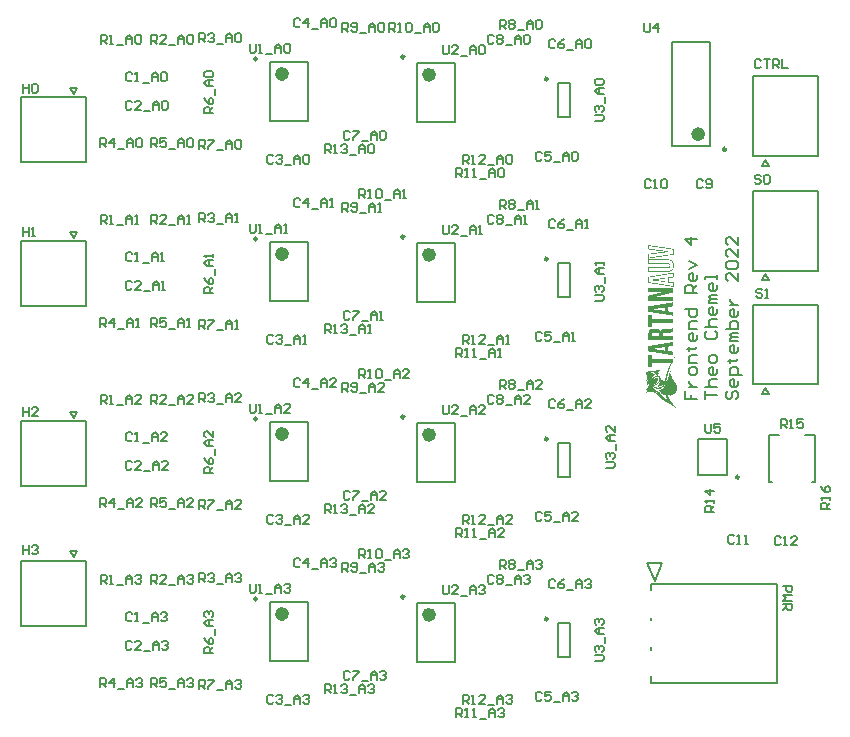
<source format=gbr>
%TF.GenerationSoftware,Altium Limited,Altium Designer,22.5.1 (42)*%
G04 Layer_Color=65535*
%FSLAX45Y45*%
%MOMM*%
%TF.SameCoordinates,176CDB2E-7B72-45DB-8ACB-ACD3A9543041*%
%TF.FilePolarity,Positive*%
%TF.FileFunction,Legend,Top*%
%TF.Part,Single*%
G01*
G75*
%TA.AperFunction,NonConductor*%
%ADD35C,0.60000*%
%ADD36C,0.25000*%
%ADD37C,0.20000*%
%ADD38C,0.15240*%
%ADD39C,0.12700*%
%ADD40C,0.20320*%
G36*
X5436175Y4054957D02*
X5438712D01*
Y4054534D01*
X5441672D01*
Y4054111D01*
X5444632D01*
Y4053688D01*
X5447169D01*
Y4053266D01*
X5450129D01*
Y4052843D01*
X5452665D01*
Y4052420D01*
X5455625D01*
Y4051997D01*
X5458585D01*
Y4051574D01*
X5461122D01*
Y4051151D01*
X5464082D01*
Y4050729D01*
X5466619D01*
Y4050306D01*
X5469579D01*
Y4049883D01*
X5472538D01*
Y4049460D01*
X5475075D01*
Y4049037D01*
X5478035D01*
Y4048614D01*
X5480572D01*
Y4048192D01*
X5483532D01*
Y4047769D01*
X5486491D01*
Y4047346D01*
X5489028D01*
Y4046923D01*
X5491988D01*
Y4046500D01*
X5494948D01*
Y4046078D01*
X5497485D01*
Y4045655D01*
X5500445D01*
Y4045232D01*
X5502982D01*
Y4044809D01*
X5505941D01*
Y4044386D01*
X5508901D01*
Y4043963D01*
X5511438D01*
Y4043541D01*
X5514398D01*
Y4043118D01*
X5516935D01*
Y4042695D01*
X5519895D01*
Y4042272D01*
X5522855D01*
Y4041849D01*
X5525392D01*
Y4041427D01*
X5528351D01*
Y4041004D01*
X5530888D01*
Y4040581D01*
X5533848D01*
Y4040158D01*
X5536808D01*
Y4039735D01*
X5539345D01*
Y4039312D01*
X5542304D01*
Y4038890D01*
X5544841D01*
Y4038467D01*
X5547801D01*
Y4038044D01*
X5550761D01*
Y4037621D01*
X5553298D01*
Y4037198D01*
X5556258D01*
Y4036776D01*
X5558795D01*
Y4036353D01*
X5561754D01*
Y4035930D01*
X5564714D01*
Y4035507D01*
X5567251D01*
Y4035084D01*
X5570211D01*
Y4034661D01*
X5572748D01*
Y4034239D01*
X5575708D01*
Y4033816D01*
X5578668D01*
Y4033393D01*
X5581204D01*
Y4032970D01*
X5584164D01*
Y4032547D01*
X5586701D01*
Y4032124D01*
X5589661D01*
Y4031702D01*
X5592621D01*
Y4031279D01*
X5595158D01*
Y4030856D01*
X5598117D01*
Y4030433D01*
X5600654D01*
Y4030010D01*
X5603614D01*
Y4029587D01*
X5606574D01*
Y4029165D01*
X5609111D01*
Y4028742D01*
X5612071D01*
Y4028319D01*
X5614608D01*
Y4027896D01*
X5617567D01*
Y4027473D01*
X5620527D01*
Y4027050D01*
X5623064D01*
Y4026628D01*
X5626024D01*
Y4026205D01*
X5628561D01*
Y4025782D01*
X5631521D01*
Y4025359D01*
X5634480D01*
Y4024936D01*
X5637017D01*
Y4024513D01*
X5639977D01*
Y4024091D01*
X5642937D01*
Y4023668D01*
X5645474D01*
Y4023245D01*
X5648434D01*
Y4022822D01*
X5650971D01*
Y4022399D01*
X5652239D01*
Y3972929D01*
X5651816D01*
Y3972506D01*
X5649279D01*
Y3972083D01*
X5646320D01*
Y3971660D01*
X5643783D01*
Y3971237D01*
X5640823D01*
Y3970815D01*
X5638286D01*
Y3970392D01*
X5635326D01*
Y3969969D01*
X5632366D01*
Y3969546D01*
X5629829D01*
Y3969123D01*
X5626870D01*
Y3968700D01*
X5624333D01*
Y3968278D01*
X5621373D01*
Y3967855D01*
X5618413D01*
Y3967432D01*
X5615876D01*
Y3967009D01*
X5612916D01*
Y3966586D01*
X5610379D01*
Y3966164D01*
X5607420D01*
Y3965741D01*
X5604460D01*
Y3965318D01*
X5601923D01*
Y3964895D01*
X5598963D01*
Y3964472D01*
X5596426D01*
Y3964049D01*
X5593466D01*
Y3963627D01*
X5590506D01*
Y3963204D01*
X5587970D01*
Y3962781D01*
X5585010D01*
Y3962358D01*
X5582473D01*
Y3961935D01*
X5579513D01*
Y3961513D01*
X5576553D01*
Y3961090D01*
X5574016D01*
Y3960667D01*
X5571057D01*
Y3960244D01*
X5568520D01*
Y3959821D01*
X5565560D01*
Y3959398D01*
X5562600D01*
Y3958976D01*
X5560063D01*
Y3958553D01*
X5557103D01*
Y3958130D01*
X5554566D01*
Y3957707D01*
X5551607D01*
Y3957284D01*
X5548647D01*
Y3956862D01*
X5546110D01*
Y3956439D01*
X5543150D01*
Y3956016D01*
X5540613D01*
Y3955593D01*
X5537653D01*
Y3955170D01*
X5534694D01*
Y3954747D01*
X5532157D01*
Y3954325D01*
X5529197D01*
Y3953902D01*
X5526237D01*
Y3953479D01*
X5523700D01*
Y3953056D01*
X5520740D01*
Y3952633D01*
X5518203D01*
Y3952210D01*
X5515244D01*
Y3951788D01*
X5512284D01*
Y3951365D01*
X5509747D01*
Y3950942D01*
X5506787D01*
Y3950519D01*
X5504250D01*
Y3950096D01*
X5501290D01*
Y3949673D01*
X5498331D01*
Y3949251D01*
X5495794D01*
Y3948828D01*
X5492834D01*
Y3948405D01*
X5490297D01*
Y3947982D01*
X5487337D01*
Y3947559D01*
X5484377D01*
Y3947136D01*
X5481840D01*
Y3946714D01*
X5478881D01*
Y3946291D01*
X5476344D01*
Y3945868D01*
X5473384D01*
Y3945445D01*
X5470424D01*
Y3945022D01*
X5467887D01*
Y3944599D01*
X5464927D01*
Y3944177D01*
X5462390D01*
Y3943754D01*
X5459431D01*
Y3943331D01*
X5456471D01*
Y3942908D01*
X5453934D01*
Y3942485D01*
X5450974D01*
Y3942062D01*
X5448437D01*
Y3941640D01*
X5445478D01*
Y3941217D01*
X5442518D01*
Y3940794D01*
X5439981D01*
Y3940371D01*
X5437021D01*
Y3939948D01*
X5435330D01*
Y3980117D01*
X5435752D01*
Y3980540D01*
X5438712D01*
Y3980963D01*
X5442095D01*
Y3981385D01*
X5445055D01*
Y3981808D01*
X5448437D01*
Y3982231D01*
X5451820D01*
Y3982654D01*
X5454780D01*
Y3983077D01*
X5458162D01*
Y3983500D01*
X5461122D01*
Y3983922D01*
X5464505D01*
Y3984345D01*
X5467464D01*
Y3984768D01*
X5470847D01*
Y3985191D01*
X5473807D01*
Y3985614D01*
X5477189D01*
Y3986036D01*
X5480149D01*
Y3986459D01*
X5483532D01*
Y3986882D01*
X5486914D01*
Y3987305D01*
X5489874D01*
Y3987728D01*
X5493257D01*
Y3988151D01*
X5496217D01*
Y3988573D01*
X5499599D01*
Y3988996D01*
X5502559D01*
Y3989419D01*
X5505941D01*
Y3989842D01*
X5508901D01*
Y3990265D01*
X5512284D01*
Y3990687D01*
X5515244D01*
Y3991110D01*
X5518626D01*
Y3991533D01*
X5521586D01*
Y3991956D01*
X5524969D01*
Y3992379D01*
X5528351D01*
Y3992802D01*
X5531311D01*
Y3993224D01*
X5534694D01*
Y3993647D01*
X5537653D01*
Y3994070D01*
X5541036D01*
Y3994493D01*
X5543996D01*
Y3994916D01*
X5547378D01*
Y3995338D01*
X5550338D01*
Y3995761D01*
X5553721D01*
Y3996184D01*
X5556681D01*
Y3996607D01*
X5560063D01*
Y3997030D01*
X5563446D01*
Y3997453D01*
X5566405D01*
Y3997875D01*
X5569788D01*
Y3998298D01*
X5572748D01*
Y3998721D01*
X5576131D01*
Y3999144D01*
X5575285D01*
Y3999567D01*
X5571902D01*
Y3999990D01*
X5568942D01*
Y4000412D01*
X5565560D01*
Y4000835D01*
X5562177D01*
Y4001258D01*
X5559217D01*
Y4001681D01*
X5555835D01*
Y4002104D01*
X5552875D01*
Y4002527D01*
X5549493D01*
Y4002949D01*
X5546533D01*
Y4003372D01*
X5543150D01*
Y4003795D01*
X5540190D01*
Y4004218D01*
X5536808D01*
Y4004641D01*
X5533848D01*
Y4005064D01*
X5530465D01*
Y4005486D01*
X5527083D01*
Y4005909D01*
X5524123D01*
Y4006332D01*
X5520740D01*
Y4006755D01*
X5517781D01*
Y4007178D01*
X5514398D01*
Y4007601D01*
X5511438D01*
Y4008023D01*
X5508056D01*
Y4008446D01*
X5505096D01*
Y4008869D01*
X5501713D01*
Y4009292D01*
X5498754D01*
Y4009715D01*
X5495371D01*
Y4010138D01*
X5492411D01*
Y4010560D01*
X5489028D01*
Y4010983D01*
X5485646D01*
Y4011406D01*
X5482686D01*
Y4011829D01*
X5479303D01*
Y4012252D01*
X5476344D01*
Y4012674D01*
X5472961D01*
Y4013097D01*
X5470001D01*
Y4013520D01*
X5466619D01*
Y4013943D01*
X5463659D01*
Y4014366D01*
X5460276D01*
Y4014789D01*
X5457316D01*
Y4015211D01*
X5453934D01*
Y4015634D01*
X5450974D01*
Y4016057D01*
X5447592D01*
Y4016480D01*
X5444209D01*
Y4016903D01*
X5441249D01*
Y4017325D01*
X5437867D01*
Y4017748D01*
X5435330D01*
Y4055380D01*
X5436175D01*
Y4054957D01*
D02*
G37*
G36*
X5605728Y3932338D02*
X5610379D01*
Y3931915D01*
X5612916D01*
Y3931492D01*
X5615453D01*
Y3931069D01*
X5617567D01*
Y3930646D01*
X5619259D01*
Y3930224D01*
X5620527D01*
Y3929801D01*
X5622219D01*
Y3929378D01*
X5623487D01*
Y3928955D01*
X5624756D01*
Y3928532D01*
X5625601D01*
Y3928109D01*
X5626870D01*
Y3927687D01*
X5627715D01*
Y3927264D01*
X5628561D01*
Y3926841D01*
X5629407D01*
Y3926418D01*
X5630252D01*
Y3925995D01*
X5631098D01*
Y3925572D01*
X5631944D01*
Y3925150D01*
X5632789D01*
Y3924727D01*
X5633635D01*
Y3924304D01*
X5634058D01*
Y3923881D01*
X5634903D01*
Y3923458D01*
X5635326D01*
Y3923035D01*
X5636172D01*
Y3922613D01*
X5636595D01*
Y3922190D01*
X5637017D01*
Y3921767D01*
X5637863D01*
Y3921344D01*
X5638286D01*
Y3920921D01*
X5638709D01*
Y3920498D01*
X5639131D01*
Y3920076D01*
X5639554D01*
Y3919653D01*
X5640400D01*
Y3919230D01*
X5640823D01*
Y3918807D01*
X5641246D01*
Y3918384D01*
X5641668D01*
Y3917961D01*
X5642091D01*
Y3917539D01*
X5642514D01*
Y3917116D01*
X5642937D01*
Y3916270D01*
X5643360D01*
Y3915847D01*
X5643783D01*
Y3915424D01*
X5644205D01*
Y3915002D01*
X5644628D01*
Y3914579D01*
X5645051D01*
Y3913733D01*
X5645474D01*
Y3913310D01*
X5645897D01*
Y3912888D01*
X5646320D01*
Y3912042D01*
X5646742D01*
Y3911619D01*
X5647165D01*
Y3910773D01*
X5647588D01*
Y3909928D01*
X5648011D01*
Y3909505D01*
X5648434D01*
Y3908659D01*
X5648857D01*
Y3907814D01*
X5649279D01*
Y3906968D01*
X5649702D01*
Y3906122D01*
X5650125D01*
Y3905277D01*
X5650548D01*
Y3904008D01*
X5650971D01*
Y3903163D01*
X5651394D01*
Y3901894D01*
X5651816D01*
Y3900626D01*
X5652239D01*
Y3899357D01*
X5652662D01*
Y3898089D01*
X5653085D01*
Y3896397D01*
X5653508D01*
Y3894283D01*
X5653931D01*
Y3892169D01*
X5654353D01*
Y3889209D01*
X5654776D01*
Y3883290D01*
X5655199D01*
Y3876947D01*
X5654776D01*
Y3871451D01*
X5654353D01*
Y3868491D01*
X5653931D01*
Y3865954D01*
X5653508D01*
Y3864263D01*
X5653085D01*
Y3862571D01*
X5652662D01*
Y3860880D01*
X5652239D01*
Y3859612D01*
X5651816D01*
Y3858343D01*
X5651394D01*
Y3857075D01*
X5650971D01*
Y3856229D01*
X5650548D01*
Y3855383D01*
X5650125D01*
Y3854115D01*
X5649702D01*
Y3853269D01*
X5649279D01*
Y3852424D01*
X5648857D01*
Y3851578D01*
X5648434D01*
Y3851155D01*
X5648011D01*
Y3850309D01*
X5647588D01*
Y3849464D01*
X5647165D01*
Y3849041D01*
X5646742D01*
Y3848195D01*
X5646320D01*
Y3847772D01*
X5645897D01*
Y3846927D01*
X5645474D01*
Y3846504D01*
X5645051D01*
Y3846081D01*
X5644628D01*
Y3845235D01*
X5644205D01*
Y3844813D01*
X5643783D01*
Y3844390D01*
X5643360D01*
Y3843967D01*
X5642937D01*
Y3843544D01*
X5642514D01*
Y3843121D01*
X5642091D01*
Y3842698D01*
X5641668D01*
Y3842276D01*
X5641246D01*
Y3841853D01*
X5640823D01*
Y3841430D01*
X5640400D01*
Y3841007D01*
X5639977D01*
Y3840584D01*
X5639554D01*
Y3840161D01*
X5639131D01*
Y3839739D01*
X5638709D01*
Y3839316D01*
X5638286D01*
Y3838893D01*
X5637440D01*
Y3838470D01*
X5637017D01*
Y3838047D01*
X5636595D01*
Y3837625D01*
X5635749D01*
Y3837202D01*
X5635326D01*
Y3836779D01*
X5634480D01*
Y3836356D01*
X5634058D01*
Y3835933D01*
X5633212D01*
Y3835510D01*
X5632366D01*
Y3835088D01*
X5631944D01*
Y3834665D01*
X5631098D01*
Y3834242D01*
X5630252D01*
Y3833819D01*
X5629407D01*
Y3833396D01*
X5628561D01*
Y3832974D01*
X5627293D01*
Y3832551D01*
X5626447D01*
Y3832128D01*
X5625178D01*
Y3831705D01*
X5624333D01*
Y3831282D01*
X5623064D01*
Y3830859D01*
X5621796D01*
Y3830437D01*
X5620104D01*
Y3830014D01*
X5618413D01*
Y3829591D01*
X5616722D01*
Y3829168D01*
X5614608D01*
Y3828745D01*
X5612071D01*
Y3828323D01*
X5609111D01*
Y3827900D01*
X5603614D01*
Y3827477D01*
X5435330D01*
Y3867645D01*
X5606574D01*
Y3868068D01*
X5608688D01*
Y3868491D01*
X5610379D01*
Y3868914D01*
X5611225D01*
Y3869336D01*
X5612493D01*
Y3869759D01*
X5613339D01*
Y3870182D01*
X5613762D01*
Y3870605D01*
X5614185D01*
Y3871028D01*
X5614608D01*
Y3871451D01*
X5615030D01*
Y3871873D01*
X5615453D01*
Y3872296D01*
X5615876D01*
Y3872719D01*
X5616299D01*
Y3873565D01*
X5616722D01*
Y3874410D01*
X5617145D01*
Y3875256D01*
X5617567D01*
Y3876947D01*
X5617990D01*
Y3884558D01*
X5617567D01*
Y3886250D01*
X5617145D01*
Y3887518D01*
X5616722D01*
Y3888364D01*
X5616299D01*
Y3888786D01*
X5615876D01*
Y3889209D01*
X5615453D01*
Y3890055D01*
X5615030D01*
Y3890478D01*
X5614608D01*
Y3890901D01*
X5613762D01*
Y3891323D01*
X5613339D01*
Y3891746D01*
X5612493D01*
Y3892169D01*
X5611648D01*
Y3892592D01*
X5610379D01*
Y3893015D01*
X5609111D01*
Y3893438D01*
X5606997D01*
Y3893860D01*
X5435330D01*
Y3932760D01*
X5605728D01*
Y3932338D01*
D02*
G37*
G36*
X5652239Y3780966D02*
X5650125D01*
Y3780543D01*
X5647165D01*
Y3780120D01*
X5644205D01*
Y3779698D01*
X5641246D01*
Y3779275D01*
X5638286D01*
Y3778852D01*
X5635749D01*
Y3778429D01*
X5632789D01*
Y3778006D01*
X5629829D01*
Y3777584D01*
X5626870D01*
Y3777161D01*
X5623910D01*
Y3776738D01*
X5620950D01*
Y3776315D01*
X5617990D01*
Y3775892D01*
X5615030D01*
Y3775469D01*
X5612071D01*
Y3775047D01*
X5611225D01*
Y3743757D01*
X5611648D01*
Y3743335D01*
X5614608D01*
Y3742912D01*
X5617567D01*
Y3742489D01*
X5620527D01*
Y3742066D01*
X5623487D01*
Y3741643D01*
X5626024D01*
Y3741220D01*
X5628984D01*
Y3740798D01*
X5631944D01*
Y3740375D01*
X5634903D01*
Y3739952D01*
X5637863D01*
Y3739529D01*
X5640823D01*
Y3739106D01*
X5643783D01*
Y3738683D01*
X5646320D01*
Y3738261D01*
X5649279D01*
Y3737838D01*
X5651816D01*
Y3737415D01*
X5652239D01*
Y3700206D01*
X5649279D01*
Y3700629D01*
X5646742D01*
Y3701052D01*
X5644205D01*
Y3701475D01*
X5641668D01*
Y3701898D01*
X5638709D01*
Y3702321D01*
X5636172D01*
Y3702743D01*
X5633635D01*
Y3703166D01*
X5631098D01*
Y3703589D01*
X5628561D01*
Y3704012D01*
X5626024D01*
Y3704435D01*
X5623487D01*
Y3704857D01*
X5620527D01*
Y3705280D01*
X5617990D01*
Y3705703D01*
X5615453D01*
Y3706126D01*
X5612916D01*
Y3706549D01*
X5610379D01*
Y3706972D01*
X5607842D01*
Y3707394D01*
X5605306D01*
Y3707817D01*
X5602346D01*
Y3708240D01*
X5599809D01*
Y3708663D01*
X5597272D01*
Y3709086D01*
X5594735D01*
Y3709508D01*
X5592198D01*
Y3709931D01*
X5589661D01*
Y3710354D01*
X5587124D01*
Y3710777D01*
X5584164D01*
Y3711200D01*
X5581627D01*
Y3711623D01*
X5579090D01*
Y3712045D01*
X5576553D01*
Y3712468D01*
X5574016D01*
Y3712891D01*
X5571479D01*
Y3713314D01*
X5568942D01*
Y3713737D01*
X5565983D01*
Y3714160D01*
X5563446D01*
Y3714582D01*
X5560909D01*
Y3715005D01*
X5558372D01*
Y3715428D01*
X5555835D01*
Y3715851D01*
X5553298D01*
Y3716274D01*
X5550761D01*
Y3716697D01*
X5547801D01*
Y3717119D01*
X5545264D01*
Y3717542D01*
X5542727D01*
Y3717965D01*
X5540190D01*
Y3718388D01*
X5537653D01*
Y3718811D01*
X5535116D01*
Y3719234D01*
X5532579D01*
Y3719656D01*
X5530043D01*
Y3720079D01*
X5527083D01*
Y3720502D01*
X5524546D01*
Y3720925D01*
X5522009D01*
Y3721348D01*
X5519472D01*
Y3721771D01*
X5516935D01*
Y3722193D01*
X5514398D01*
Y3722616D01*
X5511861D01*
Y3723039D01*
X5508901D01*
Y3723462D01*
X5506364D01*
Y3723885D01*
X5503827D01*
Y3724308D01*
X5501290D01*
Y3724730D01*
X5498754D01*
Y3725153D01*
X5496217D01*
Y3725576D01*
X5493680D01*
Y3725999D01*
X5490720D01*
Y3726422D01*
X5488183D01*
Y3726844D01*
X5485646D01*
Y3727267D01*
X5483109D01*
Y3727690D01*
X5480572D01*
Y3728113D01*
X5478035D01*
Y3728536D01*
X5475498D01*
Y3728959D01*
X5472538D01*
Y3729381D01*
X5470001D01*
Y3729804D01*
X5467464D01*
Y3730227D01*
X5464927D01*
Y3730650D01*
X5462390D01*
Y3731073D01*
X5459853D01*
Y3731495D01*
X5457316D01*
Y3731918D01*
X5454357D01*
Y3732341D01*
X5451820D01*
Y3732764D01*
X5449283D01*
Y3733187D01*
X5446746D01*
Y3733610D01*
X5444209D01*
Y3734032D01*
X5441672D01*
Y3734455D01*
X5439135D01*
Y3734878D01*
X5436175D01*
Y3735301D01*
X5435330D01*
Y3786040D01*
X5437867D01*
Y3786463D01*
X5440404D01*
Y3786885D01*
X5443363D01*
Y3787308D01*
X5445900D01*
Y3787731D01*
X5448437D01*
Y3788154D01*
X5450974D01*
Y3788577D01*
X5453511D01*
Y3789000D01*
X5456048D01*
Y3789422D01*
X5458585D01*
Y3789845D01*
X5461545D01*
Y3790268D01*
X5464082D01*
Y3790691D01*
X5466619D01*
Y3791114D01*
X5469156D01*
Y3791537D01*
X5471693D01*
Y3791959D01*
X5474230D01*
Y3792382D01*
X5476767D01*
Y3792805D01*
X5479726D01*
Y3793228D01*
X5482263D01*
Y3793651D01*
X5484800D01*
Y3794074D01*
X5487337D01*
Y3794496D01*
X5489874D01*
Y3794919D01*
X5492411D01*
Y3795342D01*
X5494948D01*
Y3795765D01*
X5497485D01*
Y3796188D01*
X5500445D01*
Y3796611D01*
X5502982D01*
Y3797033D01*
X5505519D01*
Y3797456D01*
X5508056D01*
Y3797879D01*
X5510592D01*
Y3798302D01*
X5513129D01*
Y3798725D01*
X5515666D01*
Y3799148D01*
X5518626D01*
Y3799570D01*
X5521163D01*
Y3799993D01*
X5523700D01*
Y3800416D01*
X5526237D01*
Y3800839D01*
X5528774D01*
Y3801262D01*
X5531311D01*
Y3801685D01*
X5533848D01*
Y3802107D01*
X5536808D01*
Y3802530D01*
X5539345D01*
Y3802953D01*
X5541882D01*
Y3803376D01*
X5544419D01*
Y3803799D01*
X5546956D01*
Y3804221D01*
X5549493D01*
Y3804644D01*
X5552030D01*
Y3805067D01*
X5554989D01*
Y3805490D01*
X5557526D01*
Y3805913D01*
X5560063D01*
Y3806336D01*
X5562600D01*
Y3806758D01*
X5565137D01*
Y3807181D01*
X5567674D01*
Y3807604D01*
X5570211D01*
Y3808027D01*
X5573171D01*
Y3808450D01*
X5575708D01*
Y3808872D01*
X5578245D01*
Y3809295D01*
X5580782D01*
Y3809718D01*
X5583319D01*
Y3810141D01*
X5585855D01*
Y3810564D01*
X5588392D01*
Y3810987D01*
X5591352D01*
Y3811409D01*
X5593889D01*
Y3811832D01*
X5596426D01*
Y3812255D01*
X5598963D01*
Y3812678D01*
X5601500D01*
Y3813101D01*
X5604037D01*
Y3813523D01*
X5606574D01*
Y3813946D01*
X5609534D01*
Y3814369D01*
X5612071D01*
Y3814792D01*
X5614608D01*
Y3815215D01*
X5617145D01*
Y3815638D01*
X5619682D01*
Y3816060D01*
X5622219D01*
Y3816483D01*
X5624756D01*
Y3816906D01*
X5627715D01*
Y3817329D01*
X5630252D01*
Y3817752D01*
X5632789D01*
Y3818175D01*
X5635326D01*
Y3818597D01*
X5637863D01*
Y3819020D01*
X5640400D01*
Y3819443D01*
X5642937D01*
Y3819866D01*
X5645474D01*
Y3820289D01*
X5648434D01*
Y3820712D01*
X5650971D01*
Y3821134D01*
X5652239D01*
Y3780966D01*
D02*
G37*
G36*
X5648434Y3687944D02*
X5648857D01*
Y3654541D01*
X5648434D01*
Y3654118D01*
X5647165D01*
Y3653696D01*
X5645474D01*
Y3653273D01*
X5643783D01*
Y3652850D01*
X5642091D01*
Y3652427D01*
X5640400D01*
Y3652004D01*
X5638709D01*
Y3651581D01*
X5637440D01*
Y3651159D01*
X5635749D01*
Y3650736D01*
X5634058D01*
Y3650313D01*
X5632366D01*
Y3649890D01*
X5630675D01*
Y3649467D01*
X5628984D01*
Y3649045D01*
X5627293D01*
Y3648622D01*
X5625601D01*
Y3648199D01*
X5624333D01*
Y3647776D01*
X5622641D01*
Y3647353D01*
X5620950D01*
Y3646930D01*
X5619259D01*
Y3646508D01*
X5617567D01*
Y3646085D01*
X5615876D01*
Y3645662D01*
X5614185D01*
Y3645239D01*
X5612493D01*
Y3644816D01*
X5611225D01*
Y3644394D01*
X5609534D01*
Y3643971D01*
X5607842D01*
Y3643548D01*
X5606151D01*
Y3643125D01*
X5604460D01*
Y3642702D01*
X5602769D01*
Y3642279D01*
X5601077D01*
Y3641857D01*
X5599386D01*
Y3641434D01*
X5598117D01*
Y3641011D01*
X5596426D01*
Y3640588D01*
X5594735D01*
Y3640165D01*
X5593043D01*
Y3639742D01*
X5591352D01*
Y3639320D01*
X5589661D01*
Y3638897D01*
X5587970D01*
Y3638474D01*
X5586701D01*
Y3638051D01*
X5585010D01*
Y3637628D01*
X5583319D01*
Y3637205D01*
X5581627D01*
Y3636783D01*
X5579936D01*
Y3636360D01*
X5578245D01*
Y3635937D01*
X5576553D01*
Y3635514D01*
X5574862D01*
Y3635091D01*
X5573594D01*
Y3634668D01*
X5571902D01*
Y3634246D01*
X5570211D01*
Y3633823D01*
X5568520D01*
Y3633400D01*
X5566828D01*
Y3632977D01*
X5565137D01*
Y3632554D01*
X5563446D01*
Y3632131D01*
X5561754D01*
Y3631709D01*
X5560486D01*
Y3631286D01*
X5558795D01*
Y3630863D01*
X5557103D01*
Y3630440D01*
X5555412D01*
Y3630017D01*
X5553721D01*
Y3629594D01*
X5552030D01*
Y3629172D01*
X5550338D01*
Y3628749D01*
X5548647D01*
Y3628326D01*
X5547378D01*
Y3627903D01*
X5545687D01*
Y3627480D01*
X5543996D01*
Y3627058D01*
X5542304D01*
Y3626635D01*
X5540613D01*
Y3626212D01*
X5538922D01*
Y3625789D01*
X5537230D01*
Y3625366D01*
X5535962D01*
Y3624943D01*
X5534271D01*
Y3624521D01*
X5532579D01*
Y3624098D01*
X5530888D01*
Y3623675D01*
X5529197D01*
Y3623252D01*
X5527506D01*
Y3622829D01*
X5525814D01*
Y3622407D01*
X5524123D01*
Y3621984D01*
X5522855D01*
Y3621561D01*
X5521163D01*
Y3621138D01*
X5519472D01*
Y3620715D01*
X5517781D01*
Y3620292D01*
X5516089D01*
Y3619870D01*
X5514398D01*
Y3619447D01*
X5512707D01*
Y3619024D01*
X5511015D01*
Y3618601D01*
X5509747D01*
Y3618178D01*
X5508056D01*
Y3617756D01*
X5506364D01*
Y3617333D01*
X5504673D01*
Y3616910D01*
X5502982D01*
Y3616487D01*
X5501290D01*
Y3616064D01*
X5499599D01*
Y3615641D01*
X5497908D01*
Y3615219D01*
X5496639D01*
Y3614796D01*
X5495794D01*
Y3614373D01*
X5648434D01*
Y3613950D01*
X5648857D01*
Y3585198D01*
X5648434D01*
Y3584775D01*
X5438712D01*
Y3626212D01*
X5439558D01*
Y3626635D01*
X5441249D01*
Y3627058D01*
X5442518D01*
Y3627480D01*
X5444209D01*
Y3627903D01*
X5445900D01*
Y3628326D01*
X5447592D01*
Y3628749D01*
X5449283D01*
Y3629172D01*
X5450974D01*
Y3629594D01*
X5452665D01*
Y3630017D01*
X5454357D01*
Y3630440D01*
X5456048D01*
Y3630863D01*
X5457739D01*
Y3631286D01*
X5459431D01*
Y3631709D01*
X5461122D01*
Y3632131D01*
X5462390D01*
Y3632554D01*
X5464082D01*
Y3632977D01*
X5465773D01*
Y3633400D01*
X5467464D01*
Y3633823D01*
X5469156D01*
Y3634246D01*
X5470847D01*
Y3634668D01*
X5472538D01*
Y3635091D01*
X5474230D01*
Y3635514D01*
X5475921D01*
Y3635937D01*
X5477612D01*
Y3636360D01*
X5479303D01*
Y3636783D01*
X5480995D01*
Y3637205D01*
X5482263D01*
Y3637628D01*
X5483954D01*
Y3638051D01*
X5485646D01*
Y3638474D01*
X5487337D01*
Y3638897D01*
X5489028D01*
Y3639320D01*
X5490720D01*
Y3639742D01*
X5492411D01*
Y3640165D01*
X5494102D01*
Y3640588D01*
X5495794D01*
Y3641011D01*
X5497485D01*
Y3641434D01*
X5499176D01*
Y3641857D01*
X5500868D01*
Y3642279D01*
X5502136D01*
Y3642702D01*
X5503827D01*
Y3643125D01*
X5505519D01*
Y3643548D01*
X5507210D01*
Y3643971D01*
X5508901D01*
Y3644394D01*
X5510592D01*
Y3644816D01*
X5512284D01*
Y3645239D01*
X5513975D01*
Y3645662D01*
X5515666D01*
Y3646085D01*
X5517358D01*
Y3646508D01*
X5519049D01*
Y3646930D01*
X5520740D01*
Y3647353D01*
X5522009D01*
Y3647776D01*
X5523700D01*
Y3648199D01*
X5525392D01*
Y3648622D01*
X5527083D01*
Y3649045D01*
X5528774D01*
Y3649467D01*
X5530465D01*
Y3649890D01*
X5532157D01*
Y3650313D01*
X5533848D01*
Y3650736D01*
X5535539D01*
Y3651159D01*
X5537230D01*
Y3651581D01*
X5538922D01*
Y3652004D01*
X5540613D01*
Y3652427D01*
X5541882D01*
Y3652850D01*
X5543573D01*
Y3653273D01*
X5545264D01*
Y3653696D01*
X5546956D01*
Y3654118D01*
X5548647D01*
Y3654541D01*
X5550338D01*
Y3654964D01*
X5552030D01*
Y3655387D01*
X5553721D01*
Y3655810D01*
X5555412D01*
Y3656232D01*
X5557103D01*
Y3656655D01*
X5558795D01*
Y3657078D01*
X5560063D01*
Y3657501D01*
X5561754D01*
Y3657924D01*
X5563446D01*
Y3658347D01*
X5564291D01*
Y3658769D01*
X5438712D01*
Y3688367D01*
X5648434D01*
Y3687944D01*
D02*
G37*
G36*
Y3568708D02*
X5648857D01*
Y3536150D01*
X5648434D01*
Y3535727D01*
X5645474D01*
Y3535305D01*
X5642514D01*
Y3534882D01*
X5639554D01*
Y3534459D01*
X5636595D01*
Y3534036D01*
X5633635D01*
Y3533613D01*
X5630675D01*
Y3533190D01*
X5627715D01*
Y3532768D01*
X5624756D01*
Y3532345D01*
X5621796D01*
Y3531922D01*
X5618836D01*
Y3531499D01*
X5615876D01*
Y3531076D01*
X5612916D01*
Y3530653D01*
X5609957D01*
Y3530231D01*
X5607842D01*
Y3492599D01*
X5609957D01*
Y3492176D01*
X5612916D01*
Y3491753D01*
X5615876D01*
Y3491331D01*
X5618413D01*
Y3490908D01*
X5621373D01*
Y3490485D01*
X5624333D01*
Y3490062D01*
X5627293D01*
Y3489639D01*
X5630252D01*
Y3489217D01*
X5633212D01*
Y3488794D01*
X5636172D01*
Y3488371D01*
X5638709D01*
Y3487948D01*
X5641668D01*
Y3487525D01*
X5644628D01*
Y3487102D01*
X5647588D01*
Y3486680D01*
X5648857D01*
Y3456236D01*
X5645897D01*
Y3456659D01*
X5643360D01*
Y3457082D01*
X5640823D01*
Y3457505D01*
X5638286D01*
Y3457927D01*
X5635326D01*
Y3458350D01*
X5632789D01*
Y3458773D01*
X5630252D01*
Y3459196D01*
X5627715D01*
Y3459619D01*
X5625178D01*
Y3460042D01*
X5622641D01*
Y3460464D01*
X5620104D01*
Y3460887D01*
X5617567D01*
Y3461310D01*
X5614608D01*
Y3461733D01*
X5612071D01*
Y3462156D01*
X5609534D01*
Y3462579D01*
X5606997D01*
Y3463001D01*
X5604460D01*
Y3463424D01*
X5601923D01*
Y3463847D01*
X5599386D01*
Y3464270D01*
X5596426D01*
Y3464693D01*
X5593889D01*
Y3465115D01*
X5591352D01*
Y3465538D01*
X5588815D01*
Y3465961D01*
X5586278D01*
Y3466384D01*
X5583741D01*
Y3466807D01*
X5581204D01*
Y3467230D01*
X5578245D01*
Y3467652D01*
X5575708D01*
Y3468075D01*
X5573171D01*
Y3468498D01*
X5570634D01*
Y3468921D01*
X5568097D01*
Y3469344D01*
X5565560D01*
Y3469766D01*
X5563023D01*
Y3470189D01*
X5560063D01*
Y3470612D01*
X5557526D01*
Y3471035D01*
X5554989D01*
Y3471458D01*
X5552452D01*
Y3471881D01*
X5549915D01*
Y3472303D01*
X5547378D01*
Y3472726D01*
X5544841D01*
Y3473149D01*
X5541882D01*
Y3473572D01*
X5539345D01*
Y3473995D01*
X5536808D01*
Y3474417D01*
X5534271D01*
Y3474840D01*
X5531734D01*
Y3475263D01*
X5529197D01*
Y3475686D01*
X5526660D01*
Y3476109D01*
X5523700D01*
Y3476532D01*
X5521163D01*
Y3476954D01*
X5518626D01*
Y3477377D01*
X5516089D01*
Y3477800D01*
X5513552D01*
Y3478223D01*
X5511015D01*
Y3478646D01*
X5508478D01*
Y3479069D01*
X5505519D01*
Y3479491D01*
X5502982D01*
Y3479914D01*
X5500445D01*
Y3480337D01*
X5497908D01*
Y3480760D01*
X5495371D01*
Y3481183D01*
X5492834D01*
Y3481606D01*
X5490297D01*
Y3482028D01*
X5487337D01*
Y3482451D01*
X5484800D01*
Y3482874D01*
X5482263D01*
Y3483297D01*
X5479726D01*
Y3483720D01*
X5477189D01*
Y3484143D01*
X5474652D01*
Y3484565D01*
X5472116D01*
Y3484988D01*
X5469579D01*
Y3485411D01*
X5466619D01*
Y3485834D01*
X5464082D01*
Y3486257D01*
X5461545D01*
Y3486680D01*
X5459008D01*
Y3487102D01*
X5456471D01*
Y3487525D01*
X5453934D01*
Y3487948D01*
X5451397D01*
Y3488371D01*
X5448437D01*
Y3488794D01*
X5445900D01*
Y3489217D01*
X5443363D01*
Y3489639D01*
X5440826D01*
Y3490062D01*
X5438712D01*
Y3534882D01*
X5439558D01*
Y3535305D01*
X5442518D01*
Y3535727D01*
X5445055D01*
Y3536150D01*
X5447592D01*
Y3536573D01*
X5450129D01*
Y3536996D01*
X5452665D01*
Y3537419D01*
X5455202D01*
Y3537842D01*
X5457739D01*
Y3538264D01*
X5460276D01*
Y3538687D01*
X5463236D01*
Y3539110D01*
X5465773D01*
Y3539533D01*
X5468310D01*
Y3539956D01*
X5470847D01*
Y3540378D01*
X5473384D01*
Y3540801D01*
X5475921D01*
Y3541224D01*
X5478458D01*
Y3541647D01*
X5481418D01*
Y3542070D01*
X5483954D01*
Y3542493D01*
X5486491D01*
Y3542915D01*
X5489028D01*
Y3543338D01*
X5491565D01*
Y3543761D01*
X5494102D01*
Y3544184D01*
X5496639D01*
Y3544607D01*
X5499599D01*
Y3545029D01*
X5502136D01*
Y3545452D01*
X5504673D01*
Y3545875D01*
X5507210D01*
Y3546298D01*
X5509747D01*
Y3546721D01*
X5512284D01*
Y3547144D01*
X5514821D01*
Y3547566D01*
X5517781D01*
Y3547989D01*
X5520318D01*
Y3548412D01*
X5522855D01*
Y3548835D01*
X5525392D01*
Y3549258D01*
X5527928D01*
Y3549680D01*
X5530465D01*
Y3550103D01*
X5533002D01*
Y3550526D01*
X5535962D01*
Y3550949D01*
X5538499D01*
Y3551372D01*
X5541036D01*
Y3551795D01*
X5543573D01*
Y3552217D01*
X5546110D01*
Y3552640D01*
X5548647D01*
Y3553063D01*
X5551184D01*
Y3553486D01*
X5554144D01*
Y3553909D01*
X5556681D01*
Y3554332D01*
X5559217D01*
Y3554754D01*
X5561754D01*
Y3555177D01*
X5564291D01*
Y3555600D01*
X5566828D01*
Y3556023D01*
X5569365D01*
Y3556446D01*
X5572325D01*
Y3556869D01*
X5574862D01*
Y3557291D01*
X5577399D01*
Y3557714D01*
X5579936D01*
Y3558137D01*
X5582473D01*
Y3558560D01*
X5585010D01*
Y3558983D01*
X5587547D01*
Y3559406D01*
X5590506D01*
Y3559828D01*
X5593043D01*
Y3560251D01*
X5595580D01*
Y3560674D01*
X5598117D01*
Y3561097D01*
X5600654D01*
Y3561520D01*
X5603191D01*
Y3561943D01*
X5605728D01*
Y3562365D01*
X5608265D01*
Y3562788D01*
X5611225D01*
Y3563211D01*
X5613762D01*
Y3563634D01*
X5616299D01*
Y3564057D01*
X5618836D01*
Y3564480D01*
X5621373D01*
Y3564902D01*
X5623910D01*
Y3565325D01*
X5626447D01*
Y3565748D01*
X5629407D01*
Y3566171D01*
X5631944D01*
Y3566594D01*
X5634480D01*
Y3567016D01*
X5637017D01*
Y3567439D01*
X5639554D01*
Y3567862D01*
X5642091D01*
Y3568285D01*
X5644628D01*
Y3568708D01*
X5647588D01*
Y3569131D01*
X5648434D01*
Y3568708D01*
D02*
G37*
G36*
X5468733Y3462579D02*
X5469156D01*
Y3428330D01*
X5648857D01*
Y3395349D01*
X5469156D01*
Y3361100D01*
X5468733D01*
Y3360678D01*
X5438712D01*
Y3407188D01*
Y3407611D01*
Y3462579D01*
X5439135D01*
Y3463001D01*
X5468733D01*
Y3462579D01*
D02*
G37*
G36*
X5648857Y3317549D02*
X5648434D01*
Y3317126D01*
X5647165D01*
Y3316704D01*
X5645897D01*
Y3316281D01*
X5644628D01*
Y3315858D01*
X5642514D01*
Y3315435D01*
X5640400D01*
Y3315012D01*
X5637017D01*
Y3314590D01*
X5628138D01*
Y3314167D01*
X5576553D01*
Y3313744D01*
X5573594D01*
Y3313321D01*
X5571902D01*
Y3312898D01*
X5570211D01*
Y3312475D01*
X5568942D01*
Y3312053D01*
X5568097D01*
Y3311630D01*
X5567251D01*
Y3311207D01*
X5566405D01*
Y3310784D01*
X5565560D01*
Y3310361D01*
X5565137D01*
Y3309939D01*
X5564291D01*
Y3309516D01*
X5563868D01*
Y3309093D01*
X5563446D01*
Y3308670D01*
X5563023D01*
Y3308247D01*
X5562600D01*
Y3307824D01*
X5562177D01*
Y3306979D01*
X5561754D01*
Y3306556D01*
X5561332D01*
Y3305710D01*
X5560909D01*
Y3304865D01*
X5560486D01*
Y3304019D01*
X5560063D01*
Y3302751D01*
X5559640D01*
Y3301059D01*
X5559217D01*
Y3298099D01*
X5558795D01*
Y3282455D01*
X5648857D01*
Y3249475D01*
X5438712D01*
Y3303173D01*
X5439135D01*
Y3308247D01*
X5439558D01*
Y3311630D01*
X5439981D01*
Y3314167D01*
X5440404D01*
Y3315858D01*
X5440826D01*
Y3317549D01*
X5441249D01*
Y3319241D01*
X5441672D01*
Y3320509D01*
X5442095D01*
Y3321778D01*
X5442518D01*
Y3323046D01*
X5442941D01*
Y3323892D01*
X5443363D01*
Y3324737D01*
X5443786D01*
Y3326006D01*
X5444209D01*
Y3326852D01*
X5444632D01*
Y3327697D01*
X5445055D01*
Y3328120D01*
X5445478D01*
Y3328966D01*
X5445900D01*
Y3329811D01*
X5446323D01*
Y3330234D01*
X5446746D01*
Y3331080D01*
X5447169D01*
Y3331503D01*
X5447592D01*
Y3331926D01*
X5448015D01*
Y3332771D01*
X5448437D01*
Y3333194D01*
X5448860D01*
Y3333617D01*
X5449283D01*
Y3334040D01*
X5449706D01*
Y3334462D01*
X5450129D01*
Y3334885D01*
X5450551D01*
Y3335308D01*
X5450974D01*
Y3335731D01*
X5451397D01*
Y3336154D01*
X5451820D01*
Y3336577D01*
X5452243D01*
Y3336999D01*
X5452665D01*
Y3337422D01*
X5453088D01*
Y3337845D01*
X5453511D01*
Y3338268D01*
X5454357D01*
Y3338691D01*
X5454780D01*
Y3339113D01*
X5455625D01*
Y3339536D01*
X5456048D01*
Y3339959D01*
X5456894D01*
Y3340382D01*
X5457316D01*
Y3340805D01*
X5458162D01*
Y3341228D01*
X5459008D01*
Y3341650D01*
X5459853D01*
Y3342073D01*
X5460699D01*
Y3342496D01*
X5461545D01*
Y3342919D01*
X5462390D01*
Y3343342D01*
X5463659D01*
Y3343764D01*
X5464927D01*
Y3344187D01*
X5466196D01*
Y3344610D01*
X5467464D01*
Y3345033D01*
X5469156D01*
Y3345456D01*
X5470847D01*
Y3345879D01*
X5473384D01*
Y3346301D01*
X5475921D01*
Y3346724D01*
X5480149D01*
Y3347147D01*
X5506787D01*
Y3346724D01*
X5510592D01*
Y3346301D01*
X5513552D01*
Y3345879D01*
X5515666D01*
Y3345456D01*
X5517358D01*
Y3345033D01*
X5519049D01*
Y3344610D01*
X5520318D01*
Y3344187D01*
X5521586D01*
Y3343764D01*
X5522855D01*
Y3343342D01*
X5523700D01*
Y3342919D01*
X5524969D01*
Y3342496D01*
X5525814D01*
Y3342073D01*
X5526660D01*
Y3341650D01*
X5527506D01*
Y3341228D01*
X5527928D01*
Y3340805D01*
X5528774D01*
Y3340382D01*
X5529620D01*
Y3339959D01*
X5530043D01*
Y3339536D01*
X5530888D01*
Y3339113D01*
X5531311D01*
Y3338691D01*
X5531734D01*
Y3338268D01*
X5532579D01*
Y3337845D01*
X5533002D01*
Y3337422D01*
X5533425D01*
Y3336999D01*
X5533848D01*
Y3336577D01*
X5534271D01*
Y3336154D01*
X5534694D01*
Y3335731D01*
X5535116D01*
Y3335308D01*
X5535539D01*
Y3334885D01*
X5535962D01*
Y3334462D01*
X5536385D01*
Y3333617D01*
X5536808D01*
Y3333194D01*
X5537230D01*
Y3332771D01*
X5537653D01*
Y3331926D01*
X5538076D01*
Y3331503D01*
X5538499D01*
Y3330657D01*
X5538922D01*
Y3330234D01*
X5539345D01*
Y3329389D01*
X5539767D01*
Y3328543D01*
X5540190D01*
Y3327697D01*
X5540613D01*
Y3326852D01*
X5541036D01*
Y3326006D01*
X5541459D01*
Y3325583D01*
X5541882D01*
Y3326429D01*
X5542304D01*
Y3327274D01*
X5542727D01*
Y3328543D01*
X5543150D01*
Y3329389D01*
X5543573D01*
Y3330234D01*
X5543996D01*
Y3331080D01*
X5544419D01*
Y3331926D01*
X5544841D01*
Y3332771D01*
X5545264D01*
Y3333194D01*
X5545687D01*
Y3333617D01*
X5546110D01*
Y3334462D01*
X5546533D01*
Y3334885D01*
X5546956D01*
Y3335308D01*
X5547378D01*
Y3335731D01*
X5547801D01*
Y3336154D01*
X5548224D01*
Y3336999D01*
X5549070D01*
Y3337422D01*
X5549493D01*
Y3337845D01*
X5549915D01*
Y3338268D01*
X5550338D01*
Y3338691D01*
X5550761D01*
Y3339113D01*
X5551184D01*
Y3339536D01*
X5552030D01*
Y3339959D01*
X5552452D01*
Y3340382D01*
X5553298D01*
Y3340805D01*
X5553721D01*
Y3341228D01*
X5554566D01*
Y3341650D01*
X5555412D01*
Y3342073D01*
X5556258D01*
Y3342496D01*
X5557103D01*
Y3342919D01*
X5557949D01*
Y3343342D01*
X5559217D01*
Y3343764D01*
X5560486D01*
Y3344187D01*
X5561754D01*
Y3344610D01*
X5563023D01*
Y3345033D01*
X5564714D01*
Y3345456D01*
X5566405D01*
Y3345879D01*
X5568520D01*
Y3346301D01*
X5571057D01*
Y3346724D01*
X5574439D01*
Y3347147D01*
X5580359D01*
Y3347570D01*
X5634058D01*
Y3347993D01*
X5637863D01*
Y3348416D01*
X5640400D01*
Y3348838D01*
X5642514D01*
Y3349261D01*
X5644205D01*
Y3349684D01*
X5645474D01*
Y3350107D01*
X5646742D01*
Y3350530D01*
X5647588D01*
Y3350953D01*
X5648857D01*
Y3317549D01*
D02*
G37*
G36*
X5917728Y3197798D02*
X5917305D01*
Y3198221D01*
X5917728D01*
Y3197798D01*
D02*
G37*
G36*
X5917305Y3197375D02*
X5916882D01*
Y3197798D01*
X5917305D01*
Y3197375D01*
D02*
G37*
G36*
X5916882Y3196953D02*
X5916459D01*
Y3197375D01*
X5916882D01*
Y3196953D01*
D02*
G37*
G36*
X5916459Y3196530D02*
X5916036D01*
Y3196953D01*
X5916459D01*
Y3196530D01*
D02*
G37*
G36*
X5916036Y3195684D02*
X5915614D01*
Y3196530D01*
X5916036D01*
Y3195684D01*
D02*
G37*
G36*
X5915614Y3195261D02*
X5915191D01*
Y3195684D01*
X5915614D01*
Y3195261D01*
D02*
G37*
G36*
X5915191Y3194838D02*
X5914768D01*
Y3195261D01*
X5915191D01*
Y3194838D01*
D02*
G37*
G36*
X5914768Y3194416D02*
X5914345D01*
Y3194838D01*
X5914768D01*
Y3194416D01*
D02*
G37*
G36*
X5914345Y3193993D02*
X5913922D01*
Y3194416D01*
X5914345D01*
Y3193993D01*
D02*
G37*
G36*
X5648857Y3200850D02*
X5648434D01*
Y3200427D01*
X5646320D01*
Y3200004D01*
X5643360D01*
Y3199581D01*
X5640400D01*
Y3199158D01*
X5637440D01*
Y3198736D01*
X5634480D01*
Y3198313D01*
X5631521D01*
Y3197890D01*
X5628561D01*
Y3197467D01*
X5625601D01*
Y3197044D01*
X5622641D01*
Y3196621D01*
X5619682D01*
Y3196199D01*
X5616722D01*
Y3195776D01*
X5614185D01*
Y3195353D01*
X5611225D01*
Y3194930D01*
X5608265D01*
Y3194507D01*
X5607842D01*
Y3157298D01*
X5609111D01*
Y3156876D01*
X5611648D01*
Y3156453D01*
X5614608D01*
Y3156030D01*
X5617567D01*
Y3155607D01*
X5620527D01*
Y3155184D01*
X5623487D01*
Y3154762D01*
X5626447D01*
Y3154339D01*
X5629407D01*
Y3153916D01*
X5631944D01*
Y3153493D01*
X5634903D01*
Y3153070D01*
X5637863D01*
Y3152647D01*
X5640823D01*
Y3152225D01*
X5643783D01*
Y3151802D01*
X5646742D01*
Y3151379D01*
X5648434D01*
Y3150956D01*
X5648857D01*
Y3120936D01*
X5648434D01*
Y3120513D01*
X5647588D01*
Y3120936D01*
X5645051D01*
Y3121358D01*
X5642514D01*
Y3121781D01*
X5639977D01*
Y3122204D01*
X5637440D01*
Y3122627D01*
X5634480D01*
Y3123050D01*
X5631944D01*
Y3123473D01*
X5629407D01*
Y3123895D01*
X5626870D01*
Y3124318D01*
X5624333D01*
Y3124741D01*
X5621796D01*
Y3125164D01*
X5619259D01*
Y3125587D01*
X5616299D01*
Y3126009D01*
X5613762D01*
Y3126432D01*
X5611225D01*
Y3126855D01*
X5608688D01*
Y3127278D01*
X5606151D01*
Y3127701D01*
X5603614D01*
Y3128124D01*
X5601077D01*
Y3128546D01*
X5598117D01*
Y3128969D01*
X5595580D01*
Y3129392D01*
X5593043D01*
Y3129815D01*
X5590506D01*
Y3130238D01*
X5587970D01*
Y3130660D01*
X5585433D01*
Y3131083D01*
X5582896D01*
Y3131506D01*
X5580359D01*
Y3131929D01*
X5577399D01*
Y3132352D01*
X5574862D01*
Y3132775D01*
X5572325D01*
Y3133197D01*
X5569788D01*
Y3133620D01*
X5567251D01*
Y3134043D01*
X5564714D01*
Y3134466D01*
X5562177D01*
Y3134889D01*
X5559217D01*
Y3135311D01*
X5556681D01*
Y3135734D01*
X5554144D01*
Y3136157D01*
X5551607D01*
Y3136580D01*
X5549070D01*
Y3137003D01*
X5546533D01*
Y3137426D01*
X5543996D01*
Y3137848D01*
X5541036D01*
Y3138271D01*
X5538499D01*
Y3138694D01*
X5535962D01*
Y3139117D01*
X5533425D01*
Y3139540D01*
X5530888D01*
Y3139963D01*
X5528351D01*
Y3140385D01*
X5525814D01*
Y3140808D01*
X5522855D01*
Y3141231D01*
X5520318D01*
Y3141654D01*
X5517781D01*
Y3142077D01*
X5515244D01*
Y3142500D01*
X5512707D01*
Y3142922D01*
X5510170D01*
Y3143345D01*
X5507633D01*
Y3143768D01*
X5504673D01*
Y3144191D01*
X5502136D01*
Y3144614D01*
X5499599D01*
Y3145037D01*
X5497062D01*
Y3145459D01*
X5494525D01*
Y3145882D01*
X5491988D01*
Y3146305D01*
X5489451D01*
Y3146728D01*
X5486491D01*
Y3147151D01*
X5483954D01*
Y3147574D01*
X5481418D01*
Y3147996D01*
X5478881D01*
Y3148419D01*
X5476344D01*
Y3148842D01*
X5473807D01*
Y3149265D01*
X5471270D01*
Y3149688D01*
X5468310D01*
Y3150111D01*
X5465773D01*
Y3150533D01*
X5463236D01*
Y3150956D01*
X5460699D01*
Y3151379D01*
X5458162D01*
Y3151802D01*
X5455625D01*
Y3152225D01*
X5453088D01*
Y3152647D01*
X5450129D01*
Y3153070D01*
X5447592D01*
Y3153493D01*
X5445055D01*
Y3153916D01*
X5442518D01*
Y3154339D01*
X5439981D01*
Y3154762D01*
X5438712D01*
Y3199581D01*
X5440404D01*
Y3200004D01*
X5443363D01*
Y3200427D01*
X5445900D01*
Y3200850D01*
X5448437D01*
Y3201272D01*
X5450974D01*
Y3201695D01*
X5453511D01*
Y3202118D01*
X5456048D01*
Y3202541D01*
X5458585D01*
Y3202964D01*
X5461545D01*
Y3203387D01*
X5464082D01*
Y3203809D01*
X5466619D01*
Y3204232D01*
X5469156D01*
Y3204655D01*
X5471693D01*
Y3205078D01*
X5474230D01*
Y3205501D01*
X5476767D01*
Y3205923D01*
X5479726D01*
Y3206346D01*
X5482263D01*
Y3206769D01*
X5484800D01*
Y3207192D01*
X5487337D01*
Y3207615D01*
X5489874D01*
Y3208038D01*
X5492411D01*
Y3208460D01*
X5494948D01*
Y3208883D01*
X5497485D01*
Y3209306D01*
X5500445D01*
Y3209729D01*
X5502982D01*
Y3210152D01*
X5505519D01*
Y3210574D01*
X5508056D01*
Y3210997D01*
X5510592D01*
Y3211420D01*
X5513129D01*
Y3211843D01*
X5515666D01*
Y3212266D01*
X5518626D01*
Y3212689D01*
X5521163D01*
Y3213111D01*
X5523700D01*
Y3213534D01*
X5526237D01*
Y3213957D01*
X5528774D01*
Y3214380D01*
X5531311D01*
Y3214803D01*
X5533848D01*
Y3215226D01*
X5536808D01*
Y3215648D01*
X5539345D01*
Y3216071D01*
X5541882D01*
Y3216494D01*
X5544419D01*
Y3216917D01*
X5546956D01*
Y3217340D01*
X5549493D01*
Y3217763D01*
X5552030D01*
Y3218185D01*
X5554989D01*
Y3218608D01*
X5557526D01*
Y3219031D01*
X5560063D01*
Y3219454D01*
X5562600D01*
Y3219877D01*
X5565137D01*
Y3220300D01*
X5567674D01*
Y3220722D01*
X5570211D01*
Y3221145D01*
X5573171D01*
Y3221568D01*
X5575708D01*
Y3221991D01*
X5578245D01*
Y3222414D01*
X5580782D01*
Y3222837D01*
X5583319D01*
Y3223259D01*
X5585855D01*
Y3223682D01*
X5588392D01*
Y3224105D01*
X5591352D01*
Y3224528D01*
X5593889D01*
Y3224951D01*
X5596426D01*
Y3225374D01*
X5598963D01*
Y3225796D01*
X5601500D01*
Y3226219D01*
X5604037D01*
Y3226642D01*
X5606574D01*
Y3227065D01*
X5609534D01*
Y3227488D01*
X5612071D01*
Y3227910D01*
X5614608D01*
Y3228333D01*
X5617145D01*
Y3228756D01*
X5619682D01*
Y3229179D01*
X5622219D01*
Y3229602D01*
X5624756D01*
Y3230025D01*
X5627715D01*
Y3230447D01*
X5630252D01*
Y3230870D01*
X5632789D01*
Y3231293D01*
X5635326D01*
Y3231716D01*
X5637863D01*
Y3232139D01*
X5640400D01*
Y3232561D01*
X5642937D01*
Y3232984D01*
X5645474D01*
Y3233407D01*
X5648857D01*
Y3200850D01*
D02*
G37*
G36*
X5655153Y3004144D02*
X5654730D01*
Y3004567D01*
X5655153D01*
Y3004144D01*
D02*
G37*
G36*
X5520318Y2994088D02*
X5525814D01*
Y2993665D01*
X5528774D01*
Y2993242D01*
X5530888D01*
Y2992820D01*
X5533002D01*
Y2992397D01*
X5534694D01*
Y2991974D01*
X5536385D01*
Y2991551D01*
X5538076D01*
Y2991128D01*
X5539345D01*
Y2990705D01*
X5540190D01*
Y2990283D01*
X5535116D01*
Y2989860D01*
X5533425D01*
Y2989437D01*
X5532157D01*
Y2989014D01*
X5531311D01*
Y2988591D01*
X5530465D01*
Y2988168D01*
X5529620D01*
Y2987746D01*
X5528774D01*
Y2987323D01*
X5528351D01*
Y2986900D01*
X5527506D01*
Y2986477D01*
X5527083D01*
Y2986054D01*
X5526660D01*
Y2985631D01*
X5525814D01*
Y2985209D01*
X5525392D01*
Y2984786D01*
X5524969D01*
Y2984363D01*
X5524546D01*
Y2983940D01*
X5524123D01*
Y2983517D01*
X5523700D01*
Y2982672D01*
X5523277D01*
Y2982249D01*
X5522855D01*
Y2981826D01*
X5522432D01*
Y2980980D01*
X5522009D01*
Y2980557D01*
X5521586D01*
Y2979712D01*
X5521163D01*
Y2978866D01*
X5520740D01*
Y2978020D01*
X5520318D01*
Y2977175D01*
X5519895D01*
Y2975906D01*
X5519472D01*
Y2974638D01*
X5519049D01*
Y2973792D01*
X5521163D01*
Y2974215D01*
X5522855D01*
Y2974638D01*
X5523700D01*
Y2975061D01*
X5524546D01*
Y2975484D01*
X5525392D01*
Y2975906D01*
X5526237D01*
Y2976329D01*
X5526660D01*
Y2976752D01*
X5527083D01*
Y2977175D01*
X5527928D01*
Y2977598D01*
X5528351D01*
Y2978020D01*
X5528774D01*
Y2978443D01*
X5529197D01*
Y2979289D01*
X5529620D01*
Y2979712D01*
X5530043D01*
Y2980135D01*
X5530465D01*
Y2980980D01*
X5530888D01*
Y2979289D01*
X5530465D01*
Y2978020D01*
X5530043D01*
Y2976329D01*
X5529620D01*
Y2975061D01*
X5529197D01*
Y2973792D01*
X5528774D01*
Y2972524D01*
X5528351D01*
Y2971678D01*
X5527928D01*
Y2970410D01*
X5527506D01*
Y2969564D01*
X5527083D01*
Y2968718D01*
X5526660D01*
Y2967873D01*
X5526237D01*
Y2967027D01*
X5525814D01*
Y2966604D01*
X5525392D01*
Y2965759D01*
X5524969D01*
Y2964913D01*
X5524546D01*
Y2964490D01*
X5524123D01*
Y2963645D01*
X5523700D01*
Y2963222D01*
X5523277D01*
Y2962376D01*
X5522855D01*
Y2961953D01*
X5522432D01*
Y2961530D01*
X5522009D01*
Y2960685D01*
X5521586D01*
Y2960262D01*
X5521163D01*
Y2959839D01*
X5520740D01*
Y2959416D01*
X5520318D01*
Y2958571D01*
X5519895D01*
Y2958148D01*
X5519472D01*
Y2957725D01*
X5519049D01*
Y2957302D01*
X5518626D01*
Y2956879D01*
X5518203D01*
Y2956456D01*
X5517781D01*
Y2956034D01*
X5517358D01*
Y2955611D01*
X5516935D01*
Y2955188D01*
X5516512D01*
Y2954765D01*
X5516935D01*
Y2954342D01*
X5517358D01*
Y2953919D01*
X5517781D01*
Y2953497D01*
X5518626D01*
Y2953074D01*
X5519049D01*
Y2952651D01*
X5519472D01*
Y2952228D01*
X5520318D01*
Y2951805D01*
X5520740D01*
Y2951382D01*
X5521163D01*
Y2950960D01*
X5522009D01*
Y2950537D01*
X5522432D01*
Y2950114D01*
X5522855D01*
Y2949691D01*
X5523700D01*
Y2949268D01*
X5524123D01*
Y2948846D01*
X5524969D01*
Y2948423D01*
X5525392D01*
Y2948000D01*
X5526237D01*
Y2947577D01*
X5526660D01*
Y2947154D01*
X5527506D01*
Y2946731D01*
X5527928D01*
Y2946309D01*
X5528351D01*
Y2945886D01*
X5529197D01*
Y2945463D01*
X5529620D01*
Y2945040D01*
X5530465D01*
Y2944617D01*
X5530888D01*
Y2944195D01*
X5531311D01*
Y2943772D01*
X5531734D01*
Y2943349D01*
X5532157D01*
Y2942926D01*
X5533002D01*
Y2942503D01*
X5533425D01*
Y2942080D01*
X5533848D01*
Y2941658D01*
X5534271D01*
Y2941235D01*
X5534694D01*
Y2940812D01*
X5535116D01*
Y2940389D01*
X5535539D01*
Y2939966D01*
X5535962D01*
Y2939544D01*
X5536385D01*
Y2939121D01*
X5536808D01*
Y2938698D01*
X5537230D01*
Y2937852D01*
X5537653D01*
Y2937429D01*
X5538076D01*
Y2937007D01*
X5538499D01*
Y2936584D01*
X5538922D01*
Y2935738D01*
X5539345D01*
Y2935315D01*
X5539767D01*
Y2934470D01*
X5540190D01*
Y2934047D01*
X5540613D01*
Y2933201D01*
X5541036D01*
Y2932778D01*
X5541459D01*
Y2931933D01*
X5541882D01*
Y2931087D01*
X5542304D01*
Y2930241D01*
X5542727D01*
Y2928973D01*
X5543150D01*
Y2927704D01*
X5543573D01*
Y2926436D01*
X5543996D01*
Y2925167D01*
X5544419D01*
Y2923053D01*
X5544841D01*
Y2919671D01*
X5545264D01*
Y2918825D01*
X5545687D01*
Y2918402D01*
X5546533D01*
Y2917979D01*
X5547378D01*
Y2917557D01*
X5547801D01*
Y2917134D01*
X5548647D01*
Y2916711D01*
X5549070D01*
Y2916288D01*
X5549915D01*
Y2915865D01*
X5550761D01*
Y2915442D01*
X5551184D01*
Y2915020D01*
X5552030D01*
Y2914597D01*
X5552875D01*
Y2914174D01*
X5553298D01*
Y2913751D01*
X5554144D01*
Y2913328D01*
X5554989D01*
Y2912906D01*
X5555835D01*
Y2912483D01*
X5556681D01*
Y2912060D01*
X5557103D01*
Y2911637D01*
X5557949D01*
Y2911214D01*
X5558795D01*
Y2910791D01*
X5559640D01*
Y2910369D01*
X5560486D01*
Y2909946D01*
X5561332D01*
Y2909523D01*
X5562177D01*
Y2909100D01*
X5563023D01*
Y2908677D01*
X5563868D01*
Y2908254D01*
X5564714D01*
Y2907832D01*
X5565560D01*
Y2907409D01*
X5566405D01*
Y2906986D01*
X5567251D01*
Y2906563D01*
X5568520D01*
Y2906140D01*
X5569365D01*
Y2905717D01*
X5570211D01*
Y2905295D01*
X5571479D01*
Y2904872D01*
X5572325D01*
Y2904449D01*
X5574016D01*
Y2904026D01*
X5576131D01*
Y2903603D01*
X5583319D01*
Y2904026D01*
X5585010D01*
Y2904449D01*
X5586701D01*
Y2904872D01*
X5587970D01*
Y2905295D01*
X5588815D01*
Y2905717D01*
X5589661D01*
Y2906140D01*
X5590506D01*
Y2906563D01*
X5590929D01*
Y2906986D01*
X5591775D01*
Y2907409D01*
X5592198D01*
Y2907832D01*
X5592621D01*
Y2908254D01*
X5593043D01*
Y2908677D01*
X5593466D01*
Y2909523D01*
X5593889D01*
Y2908254D01*
X5593466D01*
Y2906986D01*
X5593043D01*
Y2905717D01*
X5592621D01*
Y2904449D01*
X5592198D01*
Y2904026D01*
X5593043D01*
Y2904449D01*
X5593466D01*
Y2904872D01*
X5593889D01*
Y2905295D01*
X5594312D01*
Y2905717D01*
X5594735D01*
Y2906140D01*
X5595158D01*
Y2906563D01*
X5596003D01*
Y2906986D01*
X5596426D01*
Y2907409D01*
X5596849D01*
Y2907832D01*
X5597272D01*
Y2908254D01*
X5597695D01*
Y2908677D01*
X5598117D01*
Y2909100D01*
X5598540D01*
Y2909523D01*
X5598963D01*
Y2909946D01*
X5599386D01*
Y2910791D01*
X5599809D01*
Y2911214D01*
X5600232D01*
Y2911637D01*
X5600654D01*
Y2912060D01*
X5601077D01*
Y2912906D01*
X5601500D01*
Y2913751D01*
X5601923D01*
Y2914174D01*
X5602346D01*
Y2916288D01*
X5602769D01*
Y2915442D01*
X5603191D01*
Y2913328D01*
X5603614D01*
Y2909100D01*
X5603191D01*
Y2907409D01*
X5602769D01*
Y2906140D01*
X5602346D01*
Y2904872D01*
X5601923D01*
Y2904026D01*
X5601500D01*
Y2903603D01*
X5602346D01*
Y2904026D01*
X5602769D01*
Y2904449D01*
X5603191D01*
Y2904872D01*
X5603614D01*
Y2905717D01*
X5604037D01*
Y2906140D01*
X5604460D01*
Y2906986D01*
X5604883D01*
Y2907409D01*
X5605306D01*
Y2908254D01*
X5605728D01*
Y2909523D01*
X5606151D01*
Y2910369D01*
X5606574D01*
Y2912060D01*
X5606997D01*
Y2914174D01*
X5607420D01*
Y2924744D01*
X5607842D01*
Y2932778D01*
X5608265D01*
Y2937007D01*
X5608688D01*
Y2940389D01*
X5609111D01*
Y2943349D01*
X5609534D01*
Y2945463D01*
X5609957D01*
Y2947577D01*
X5610379D01*
Y2949691D01*
X5610802D01*
Y2951382D01*
X5611225D01*
Y2953074D01*
X5611648D01*
Y2954765D01*
X5612071D01*
Y2956456D01*
X5612493D01*
Y2957725D01*
X5612916D01*
Y2958993D01*
X5613339D01*
Y2960262D01*
X5613762D01*
Y2961530D01*
X5614185D01*
Y2962799D01*
X5614608D01*
Y2963645D01*
X5615030D01*
Y2964913D01*
X5615453D01*
Y2965759D01*
X5615876D01*
Y2967027D01*
X5616299D01*
Y2967873D01*
X5616722D01*
Y2968718D01*
X5617145D01*
Y2969564D01*
X5617567D01*
Y2970410D01*
X5617990D01*
Y2971255D01*
X5618413D01*
Y2972101D01*
X5618836D01*
Y2972947D01*
X5619259D01*
Y2973792D01*
X5619682D01*
Y2974638D01*
X5620104D01*
Y2975484D01*
X5620527D01*
Y2976329D01*
X5620950D01*
Y2977175D01*
X5621373D01*
Y2978020D01*
X5621796D01*
Y2978443D01*
X5622219D01*
Y2979289D01*
X5622641D01*
Y2980135D01*
X5623064D01*
Y2980980D01*
X5623487D01*
Y2981403D01*
X5623910D01*
Y2982249D01*
X5624333D01*
Y2983094D01*
X5624756D01*
Y2983517D01*
X5625178D01*
Y2984363D01*
X5625601D01*
Y2985209D01*
X5626024D01*
Y2982672D01*
X5625601D01*
Y2977175D01*
X5625178D01*
Y2964067D01*
X5625601D01*
Y2958993D01*
X5626024D01*
Y2956034D01*
X5626447D01*
Y2953497D01*
X5626870D01*
Y2951382D01*
X5627293D01*
Y2949691D01*
X5627715D01*
Y2948423D01*
X5628138D01*
Y2946731D01*
X5628561D01*
Y2945463D01*
X5628984D01*
Y2944617D01*
X5629407D01*
Y2943349D01*
X5629829D01*
Y2942503D01*
X5630252D01*
Y2953919D01*
X5630675D01*
Y2959839D01*
X5631098D01*
Y2964067D01*
X5631521D01*
Y2967450D01*
X5631944D01*
Y2957302D01*
X5632366D01*
Y2953497D01*
X5632789D01*
Y2950537D01*
X5633212D01*
Y2948000D01*
X5633635D01*
Y2945886D01*
X5634058D01*
Y2943772D01*
X5634480D01*
Y2941658D01*
X5634903D01*
Y2939966D01*
X5635326D01*
Y2938275D01*
X5635749D01*
Y2937007D01*
X5636172D01*
Y2935315D01*
X5636595D01*
Y2934047D01*
X5637017D01*
Y2932355D01*
X5637440D01*
Y2931087D01*
X5637863D01*
Y2929818D01*
X5638286D01*
Y2928973D01*
X5638709D01*
Y2927704D01*
X5639131D01*
Y2926436D01*
X5639554D01*
Y2925590D01*
X5639977D01*
Y2924322D01*
X5640400D01*
Y2923476D01*
X5640823D01*
Y2922208D01*
X5641246D01*
Y2921362D01*
X5641668D01*
Y2920516D01*
X5642091D01*
Y2919671D01*
X5642514D01*
Y2918825D01*
X5642937D01*
Y2917979D01*
X5643360D01*
Y2917557D01*
X5643783D01*
Y2916711D01*
X5644205D01*
Y2916288D01*
X5644628D01*
Y2915865D01*
X5645051D01*
Y2915020D01*
X5645474D01*
Y2914597D01*
X5645897D01*
Y2914174D01*
X5646320D01*
Y2913328D01*
X5646742D01*
Y2912906D01*
X5647165D01*
Y2912483D01*
X5647588D01*
Y2911637D01*
X5648011D01*
Y2911214D01*
X5648434D01*
Y2910791D01*
X5648857D01*
Y2910369D01*
X5649279D01*
Y2909523D01*
X5649702D01*
Y2909100D01*
X5650125D01*
Y2908677D01*
X5650548D01*
Y2908254D01*
X5650971D01*
Y2907409D01*
X5651394D01*
Y2906986D01*
X5651816D01*
Y2906563D01*
X5652239D01*
Y2906140D01*
X5652662D01*
Y2905717D01*
X5653085D01*
Y2904872D01*
X5653508D01*
Y2904449D01*
X5653931D01*
Y2904026D01*
X5654353D01*
Y2903603D01*
X5654776D01*
Y2903180D01*
X5655199D01*
Y2902758D01*
X5655622D01*
Y2901912D01*
X5656045D01*
Y2901489D01*
X5656467D01*
Y2901066D01*
X5656890D01*
Y2900643D01*
X5657313D01*
Y2900221D01*
X5657736D01*
Y2899798D01*
X5658159D01*
Y2899375D01*
X5658582D01*
Y2898952D01*
X5659004D01*
Y2898529D01*
X5659427D01*
Y2898106D01*
X5659850D01*
Y2897684D01*
X5660273D01*
Y2896838D01*
X5660696D01*
Y2896415D01*
X5661118D01*
Y2895992D01*
X5661541D01*
Y2895570D01*
X5661964D01*
Y2895147D01*
X5662387D01*
Y2894724D01*
X5662810D01*
Y2893878D01*
X5663233D01*
Y2893455D01*
X5663655D01*
Y2893033D01*
X5664078D01*
Y2892187D01*
X5664501D01*
Y2891764D01*
X5664924D01*
Y2890919D01*
X5665347D01*
Y2890496D01*
X5665769D01*
Y2889650D01*
X5666192D01*
Y2889227D01*
X5666615D01*
Y2888382D01*
X5667038D01*
Y2887536D01*
X5667461D01*
Y2887113D01*
X5667884D01*
Y2886268D01*
X5668306D01*
Y2885422D01*
X5668729D01*
Y2884576D01*
X5669152D01*
Y2883731D01*
X5669575D01*
Y2882885D01*
X5669998D01*
Y2882039D01*
X5670421D01*
Y2881194D01*
X5670843D01*
Y2880348D01*
X5671266D01*
Y2879502D01*
X5671689D01*
Y2878234D01*
X5672112D01*
Y2877388D01*
X5672535D01*
Y2876542D01*
X5672958D01*
Y2875274D01*
X5673380D01*
Y2874428D01*
X5673803D01*
Y2873160D01*
X5674226D01*
Y2871891D01*
X5674649D01*
Y2870623D01*
X5675072D01*
Y2869354D01*
X5675495D01*
Y2868086D01*
X5675917D01*
Y2866817D01*
X5676340D01*
Y2865126D01*
X5676763D01*
Y2863435D01*
X5677186D01*
Y2861744D01*
X5677609D01*
Y2860052D01*
X5678032D01*
Y2857938D01*
X5678454D01*
Y2855824D01*
X5678877D01*
Y2853287D01*
X5679300D01*
Y2849904D01*
X5679723D01*
Y2844830D01*
X5680146D01*
Y2836374D01*
X5679723D01*
Y2831723D01*
X5679300D01*
Y2828763D01*
X5678877D01*
Y2826226D01*
X5678454D01*
Y2824535D01*
X5678032D01*
Y2822844D01*
X5677609D01*
Y2821152D01*
X5677186D01*
Y2819884D01*
X5676763D01*
Y2818615D01*
X5676340D01*
Y2817347D01*
X5675917D01*
Y2816501D01*
X5675495D01*
Y2815233D01*
X5675072D01*
Y2814387D01*
X5674649D01*
Y2813541D01*
X5674226D01*
Y2812696D01*
X5673803D01*
Y2811850D01*
X5673380D01*
Y2811005D01*
X5672958D01*
Y2810159D01*
X5672535D01*
Y2809313D01*
X5672112D01*
Y2808890D01*
X5671689D01*
Y2808045D01*
X5671266D01*
Y2807622D01*
X5670843D01*
Y2806776D01*
X5670421D01*
Y2806353D01*
X5669998D01*
Y2805508D01*
X5669575D01*
Y2805085D01*
X5669152D01*
Y2804662D01*
X5668729D01*
Y2803816D01*
X5668306D01*
Y2803394D01*
X5667884D01*
Y2802971D01*
X5667461D01*
Y2802548D01*
X5667038D01*
Y2802125D01*
X5666615D01*
Y2801702D01*
X5666192D01*
Y2801279D01*
X5665769D01*
Y2800857D01*
X5665347D01*
Y2800434D01*
X5664924D01*
Y2800011D01*
X5664501D01*
Y2799588D01*
X5664078D01*
Y2799165D01*
X5663655D01*
Y2798742D01*
X5663233D01*
Y2798320D01*
X5662810D01*
Y2797897D01*
X5662387D01*
Y2797474D01*
X5661964D01*
Y2797051D01*
X5661541D01*
Y2796628D01*
X5660696D01*
Y2796205D01*
X5660273D01*
Y2795783D01*
X5659850D01*
Y2795360D01*
X5659004D01*
Y2794937D01*
X5658582D01*
Y2794514D01*
X5658159D01*
Y2794091D01*
X5657313D01*
Y2793669D01*
X5656467D01*
Y2793246D01*
X5656045D01*
Y2792823D01*
X5655199D01*
Y2792400D01*
X5654776D01*
Y2791977D01*
X5653931D01*
Y2791554D01*
X5653085D01*
Y2791132D01*
X5652239D01*
Y2790709D01*
X5651394D01*
Y2790286D01*
X5650548D01*
Y2789863D01*
X5649702D01*
Y2789440D01*
X5648434D01*
Y2789018D01*
X5647588D01*
Y2788595D01*
X5646320D01*
Y2788172D01*
X5645474D01*
Y2787749D01*
X5644205D01*
Y2787326D01*
X5642937D01*
Y2786903D01*
X5641668D01*
Y2786481D01*
X5639977D01*
Y2786058D01*
X5638286D01*
Y2785635D01*
X5636595D01*
Y2785212D01*
X5634903D01*
Y2784789D01*
X5632789D01*
Y2784367D01*
X5630252D01*
Y2783944D01*
X5626870D01*
Y2783521D01*
X5623487D01*
Y2783098D01*
X5623910D01*
Y2782675D01*
X5624333D01*
Y2782252D01*
X5624756D01*
Y2781830D01*
X5625178D01*
Y2780984D01*
X5625601D01*
Y2780561D01*
X5624756D01*
Y2780984D01*
X5623910D01*
Y2781407D01*
X5622219D01*
Y2781830D01*
X5619682D01*
Y2782252D01*
X5616722D01*
Y2782675D01*
X5609111D01*
Y2783098D01*
X5601923D01*
Y2783521D01*
X5595580D01*
Y2783098D01*
X5593043D01*
Y2782252D01*
X5593466D01*
Y2781830D01*
X5593889D01*
Y2781407D01*
X5594312D01*
Y2780984D01*
X5594735D01*
Y2780561D01*
X5595158D01*
Y2780138D01*
X5595580D01*
Y2779715D01*
X5596003D01*
Y2779293D01*
X5596849D01*
Y2778870D01*
X5597272D01*
Y2778447D01*
X5598117D01*
Y2778024D01*
X5598540D01*
Y2777601D01*
X5593889D01*
Y2778024D01*
X5591775D01*
Y2778447D01*
X5590506D01*
Y2778870D01*
X5589238D01*
Y2779293D01*
X5587970D01*
Y2779715D01*
X5586701D01*
Y2780138D01*
X5585855D01*
Y2780561D01*
X5585010D01*
Y2780984D01*
X5584164D01*
Y2781407D01*
X5583319D01*
Y2781830D01*
X5582473D01*
Y2782252D01*
X5582050D01*
Y2782675D01*
X5581204D01*
Y2783098D01*
X5580359D01*
Y2783521D01*
X5579513D01*
Y2783944D01*
X5579090D01*
Y2784367D01*
X5578245D01*
Y2784789D01*
X5577399D01*
Y2785212D01*
X5576131D01*
Y2783944D01*
X5576553D01*
Y2783521D01*
X5576976D01*
Y2782675D01*
X5577399D01*
Y2782252D01*
X5577822D01*
Y2781830D01*
X5578245D01*
Y2780984D01*
X5578668D01*
Y2780561D01*
X5579090D01*
Y2780138D01*
X5579513D01*
Y2779715D01*
X5579936D01*
Y2779293D01*
X5580359D01*
Y2778870D01*
X5580782D01*
Y2778024D01*
X5581204D01*
Y2777601D01*
X5581627D01*
Y2777178D01*
X5582050D01*
Y2776756D01*
X5582473D01*
Y2776333D01*
X5581204D01*
Y2776756D01*
X5580359D01*
Y2777178D01*
X5579936D01*
Y2777601D01*
X5579090D01*
Y2778024D01*
X5578668D01*
Y2778447D01*
X5577822D01*
Y2778870D01*
X5577399D01*
Y2779293D01*
X5576976D01*
Y2779715D01*
X5576131D01*
Y2780138D01*
X5575708D01*
Y2780561D01*
X5575285D01*
Y2780984D01*
X5574862D01*
Y2781407D01*
X5574439D01*
Y2781830D01*
X5573594D01*
Y2782252D01*
X5573171D01*
Y2782675D01*
X5572748D01*
Y2783098D01*
X5572325D01*
Y2783521D01*
X5571902D01*
Y2783944D01*
X5571479D01*
Y2784367D01*
X5570634D01*
Y2784789D01*
X5570211D01*
Y2785212D01*
X5569788D01*
Y2785635D01*
X5569365D01*
Y2786058D01*
X5568520D01*
Y2786481D01*
X5568097D01*
Y2786903D01*
X5567674D01*
Y2787326D01*
X5566828D01*
Y2787749D01*
X5565983D01*
Y2788172D01*
X5565560D01*
Y2788595D01*
X5564714D01*
Y2789018D01*
X5563868D01*
Y2789440D01*
X5563023D01*
Y2789863D01*
X5562177D01*
Y2790286D01*
X5561332D01*
Y2790709D01*
X5560063D01*
Y2791132D01*
X5559217D01*
Y2791554D01*
X5558372D01*
Y2791977D01*
X5557103D01*
Y2792400D01*
X5556258D01*
Y2792823D01*
X5554989D01*
Y2793246D01*
X5553721D01*
Y2793669D01*
X5552452D01*
Y2794091D01*
X5551184D01*
Y2794514D01*
X5549915D01*
Y2794937D01*
X5549070D01*
Y2795360D01*
X5547801D01*
Y2795783D01*
X5546533D01*
Y2796205D01*
X5545687D01*
Y2796628D01*
X5544419D01*
Y2797051D01*
X5543573D01*
Y2797474D01*
X5542304D01*
Y2797897D01*
X5541459D01*
Y2798320D01*
X5540190D01*
Y2798742D01*
X5539345D01*
Y2799165D01*
X5538499D01*
Y2799588D01*
X5537653D01*
Y2800011D01*
X5536385D01*
Y2800434D01*
X5535539D01*
Y2800857D01*
X5534694D01*
Y2801279D01*
X5533848D01*
Y2801702D01*
X5533002D01*
Y2802125D01*
X5532157D01*
Y2802548D01*
X5531311D01*
Y2802971D01*
X5530465D01*
Y2803394D01*
X5529620D01*
Y2803816D01*
X5528774D01*
Y2804239D01*
X5527506D01*
Y2804662D01*
X5526660D01*
Y2805085D01*
X5525814D01*
Y2805508D01*
X5524969D01*
Y2805931D01*
X5523700D01*
Y2806353D01*
X5522855D01*
Y2806776D01*
X5522009D01*
Y2807199D01*
X5521163D01*
Y2807622D01*
X5519895D01*
Y2808045D01*
X5519049D01*
Y2808468D01*
X5517781D01*
Y2808890D01*
X5516935D01*
Y2809313D01*
X5515666D01*
Y2809736D01*
X5514821D01*
Y2810159D01*
X5513552D01*
Y2810582D01*
X5512707D01*
Y2811005D01*
X5511438D01*
Y2811427D01*
X5510592D01*
Y2811850D01*
X5509324D01*
Y2812273D01*
X5508056D01*
Y2811850D01*
X5507210D01*
Y2811427D01*
X5506787D01*
Y2811005D01*
X5506364D01*
Y2810582D01*
X5505941D01*
Y2809313D01*
X5505519D01*
Y2805931D01*
X5505096D01*
Y2807199D01*
X5504673D01*
Y2808468D01*
X5504250D01*
Y2810159D01*
X5503827D01*
Y2812273D01*
X5504250D01*
Y2812696D01*
X5502559D01*
Y2812273D01*
X5501290D01*
Y2811850D01*
X5500022D01*
Y2811427D01*
X5499176D01*
Y2811005D01*
X5498331D01*
Y2810582D01*
X5497908D01*
Y2810159D01*
X5497062D01*
Y2809736D01*
X5496217D01*
Y2809313D01*
X5495794D01*
Y2808890D01*
X5495371D01*
Y2808468D01*
X5494525D01*
Y2808045D01*
X5494102D01*
Y2807622D01*
X5493680D01*
Y2807199D01*
X5493257D01*
Y2806776D01*
X5492834D01*
Y2806353D01*
X5492411D01*
Y2805931D01*
X5491988D01*
Y2805508D01*
X5491565D01*
Y2804662D01*
X5491143D01*
Y2804239D01*
X5490720D01*
Y2803816D01*
X5490297D01*
Y2802971D01*
X5489874D01*
Y2803394D01*
X5489451D01*
Y2805508D01*
X5489028D01*
Y2808045D01*
X5488606D01*
Y2811427D01*
X5488183D01*
Y2815656D01*
X5487760D01*
Y2815233D01*
X5486914D01*
Y2814810D01*
X5486491D01*
Y2814387D01*
X5485646D01*
Y2813964D01*
X5485223D01*
Y2813541D01*
X5484800D01*
Y2813119D01*
X5483954D01*
Y2812696D01*
X5483532D01*
Y2812273D01*
X5483109D01*
Y2811850D01*
X5482686D01*
Y2811427D01*
X5482263D01*
Y2811005D01*
X5481840D01*
Y2810582D01*
X5480995D01*
Y2810159D01*
X5480572D01*
Y2809736D01*
X5480149D01*
Y2809313D01*
X5479726D01*
Y2808890D01*
X5479303D01*
Y2808468D01*
X5478881D01*
Y2808045D01*
X5478458D01*
Y2807622D01*
X5478035D01*
Y2807199D01*
X5477612D01*
Y2806353D01*
X5477189D01*
Y2807622D01*
X5477612D01*
Y2809313D01*
X5478035D01*
Y2811005D01*
X5478458D01*
Y2812273D01*
X5478881D01*
Y2813541D01*
X5479303D01*
Y2814810D01*
X5479726D01*
Y2816078D01*
X5480149D01*
Y2816501D01*
X5479303D01*
Y2816078D01*
X5478458D01*
Y2815656D01*
X5477612D01*
Y2815233D01*
X5477189D01*
Y2814810D01*
X5476767D01*
Y2814387D01*
X5475921D01*
Y2813964D01*
X5475075D01*
Y2813541D01*
X5474230D01*
Y2813119D01*
X5472961D01*
Y2812696D01*
X5471693D01*
Y2812273D01*
X5470001D01*
Y2811850D01*
X5467887D01*
Y2811427D01*
X5464927D01*
Y2811005D01*
X5460276D01*
Y2810582D01*
X5452665D01*
Y2810159D01*
X5444632D01*
Y2809736D01*
X5439558D01*
Y2809313D01*
X5436175D01*
Y2808890D01*
X5433638D01*
Y2808468D01*
X5431524D01*
Y2808045D01*
X5429833D01*
Y2807622D01*
X5428142D01*
Y2807199D01*
X5426873D01*
Y2806776D01*
X5425605D01*
Y2806353D01*
X5424759D01*
Y2805931D01*
X5423913D01*
Y2805508D01*
X5423068D01*
Y2805085D01*
X5422222D01*
Y2804662D01*
X5421377D01*
Y2804239D01*
X5420954D01*
Y2803816D01*
X5420531D01*
Y2803394D01*
X5419685D01*
Y2802971D01*
X5419262D01*
Y2802548D01*
X5418840D01*
Y2802125D01*
X5418417D01*
Y2801702D01*
X5417994D01*
Y2802548D01*
X5418417D01*
Y2804239D01*
X5418840D01*
Y2805931D01*
X5419262D01*
Y2807199D01*
X5419685D01*
Y2808468D01*
X5420108D01*
Y2809313D01*
X5420531D01*
Y2810582D01*
X5420954D01*
Y2811427D01*
X5421377D01*
Y2812696D01*
X5421799D01*
Y2813541D01*
X5422222D01*
Y2814387D01*
X5422645D01*
Y2815233D01*
X5423068D01*
Y2816078D01*
X5423491D01*
Y2816924D01*
X5423913D01*
Y2817770D01*
X5424336D01*
Y2818615D01*
X5424759D01*
Y2819461D01*
X5425182D01*
Y2819884D01*
X5425605D01*
Y2820729D01*
X5426028D01*
Y2821575D01*
X5426450D01*
Y2821998D01*
X5426873D01*
Y2822844D01*
X5427296D01*
Y2823266D01*
X5427719D01*
Y2824112D01*
X5428142D01*
Y2824535D01*
X5428564D01*
Y2825381D01*
X5428987D01*
Y2825803D01*
X5429410D01*
Y2826649D01*
X5429833D01*
Y2827072D01*
X5430256D01*
Y2827918D01*
X5430678D01*
Y2828340D01*
X5431101D01*
Y2828763D01*
X5431524D01*
Y2829609D01*
X5431947D01*
Y2830032D01*
X5432370D01*
Y2830455D01*
X5432793D01*
Y2830877D01*
X5433215D01*
Y2831723D01*
X5433638D01*
Y2832146D01*
X5434061D01*
Y2832569D01*
X5434484D01*
Y2832992D01*
X5434907D01*
Y2833837D01*
X5435330D01*
Y2834260D01*
X5435752D01*
Y2834683D01*
X5436175D01*
Y2835106D01*
X5436598D01*
Y2835528D01*
X5437021D01*
Y2835951D01*
X5437444D01*
Y2836374D01*
X5437867D01*
Y2836797D01*
X5438289D01*
Y2837220D01*
X5438712D01*
Y2838065D01*
X5439135D01*
Y2838488D01*
X5439558D01*
Y2838911D01*
X5439981D01*
Y2839334D01*
X5440404D01*
Y2839757D01*
X5440826D01*
Y2840179D01*
X5441249D01*
Y2840602D01*
X5441672D01*
Y2841025D01*
X5442095D01*
Y2841448D01*
X5442518D01*
Y2841871D01*
X5442941D01*
Y2842294D01*
X5443363D01*
Y2842716D01*
X5444209D01*
Y2843139D01*
X5444632D01*
Y2843562D01*
X5445055D01*
Y2843985D01*
X5445478D01*
Y2844408D01*
X5445900D01*
Y2844830D01*
X5446323D01*
Y2845253D01*
X5446746D01*
Y2845676D01*
X5447169D01*
Y2846099D01*
X5447592D01*
Y2846522D01*
X5448437D01*
Y2846945D01*
X5448860D01*
Y2847367D01*
X5449283D01*
Y2847790D01*
X5449706D01*
Y2848213D01*
X5450129D01*
Y2848636D01*
X5450974D01*
Y2849059D01*
X5451397D01*
Y2849482D01*
X5451820D01*
Y2849904D01*
X5452243D01*
Y2850327D01*
X5453088D01*
Y2850750D01*
X5453511D01*
Y2851173D01*
X5453934D01*
Y2851596D01*
X5454780D01*
Y2852019D01*
X5455202D01*
Y2852441D01*
X5455625D01*
Y2852864D01*
X5456471D01*
Y2853287D01*
X5456894D01*
Y2853710D01*
X5457739D01*
Y2854133D01*
X5458162D01*
Y2854556D01*
X5458585D01*
Y2854978D01*
X5459431D01*
Y2855824D01*
X5459008D01*
Y2856247D01*
X5458585D01*
Y2857093D01*
X5458162D01*
Y2857515D01*
X5457739D01*
Y2858361D01*
X5457316D01*
Y2858784D01*
X5456894D01*
Y2859630D01*
X5456471D01*
Y2860475D01*
X5456048D01*
Y2860898D01*
X5455625D01*
Y2861744D01*
X5455202D01*
Y2862166D01*
X5454780D01*
Y2863012D01*
X5450974D01*
Y2863435D01*
X5448860D01*
Y2863858D01*
X5447169D01*
Y2864281D01*
X5445478D01*
Y2864703D01*
X5444632D01*
Y2865126D01*
X5443363D01*
Y2865549D01*
X5442095D01*
Y2865972D01*
X5441249D01*
Y2866395D01*
X5440404D01*
Y2866817D01*
X5439558D01*
Y2867240D01*
X5438712D01*
Y2867663D01*
X5438289D01*
Y2868086D01*
X5437444D01*
Y2868509D01*
X5436598D01*
Y2868932D01*
X5436175D01*
Y2869354D01*
X5435330D01*
Y2869777D01*
X5434907D01*
Y2870200D01*
X5434484D01*
Y2870623D01*
X5433638D01*
Y2871046D01*
X5433215D01*
Y2871468D01*
X5432793D01*
Y2871891D01*
X5432370D01*
Y2872314D01*
X5431524D01*
Y2872737D01*
X5431101D01*
Y2873160D01*
X5430678D01*
Y2873583D01*
X5430256D01*
Y2874005D01*
X5429833D01*
Y2874428D01*
X5429410D01*
Y2874851D01*
X5428987D01*
Y2875274D01*
X5428564D01*
Y2875697D01*
X5429410D01*
Y2875274D01*
X5430256D01*
Y2874851D01*
X5431524D01*
Y2874428D01*
X5432370D01*
Y2874005D01*
X5433638D01*
Y2873583D01*
X5435330D01*
Y2873160D01*
X5437444D01*
Y2872737D01*
X5438712D01*
Y2873160D01*
X5439558D01*
Y2874005D01*
X5439135D01*
Y2874851D01*
X5438712D01*
Y2875274D01*
X5438289D01*
Y2875697D01*
X5437867D01*
Y2876120D01*
X5437444D01*
Y2876542D01*
X5437021D01*
Y2876965D01*
X5436598D01*
Y2877388D01*
X5435752D01*
Y2877811D01*
X5435330D01*
Y2878234D01*
X5434907D01*
Y2878657D01*
X5434484D01*
Y2879079D01*
X5434061D01*
Y2879502D01*
X5433638D01*
Y2879925D01*
X5433215D01*
Y2880348D01*
X5432793D01*
Y2880771D01*
X5431947D01*
Y2881194D01*
X5431524D01*
Y2881616D01*
X5431101D01*
Y2882039D01*
X5430256D01*
Y2882462D01*
X5429833D01*
Y2882885D01*
X5428987D01*
Y2883308D01*
X5428142D01*
Y2883731D01*
X5427296D01*
Y2884153D01*
X5426028D01*
Y2884576D01*
X5426450D01*
Y2884999D01*
X5427719D01*
Y2885422D01*
X5428564D01*
Y2885845D01*
X5429833D01*
Y2886268D01*
X5431101D01*
Y2886690D01*
X5433215D01*
Y2887113D01*
X5432793D01*
Y2887536D01*
X5432370D01*
Y2887959D01*
X5431524D01*
Y2888382D01*
X5431101D01*
Y2888804D01*
X5430678D01*
Y2889227D01*
X5430256D01*
Y2889650D01*
X5429833D01*
Y2890073D01*
X5429410D01*
Y2890496D01*
X5428987D01*
Y2890919D01*
X5428564D01*
Y2891341D01*
X5428142D01*
Y2891764D01*
X5427719D01*
Y2892187D01*
X5427296D01*
Y2892610D01*
X5426873D01*
Y2893455D01*
X5426450D01*
Y2893878D01*
X5426028D01*
Y2894301D01*
X5425605D01*
Y2894724D01*
X5425182D01*
Y2895570D01*
X5424759D01*
Y2895992D01*
X5424336D01*
Y2896415D01*
X5423913D01*
Y2897261D01*
X5423491D01*
Y2897684D01*
X5423068D01*
Y2898529D01*
X5422645D01*
Y2899375D01*
X5422222D01*
Y2899798D01*
X5421799D01*
Y2900643D01*
X5421377D01*
Y2901489D01*
X5420954D01*
Y2902758D01*
X5420531D01*
Y2903603D01*
X5420108D01*
Y2904449D01*
X5419685D01*
Y2905717D01*
X5419262D01*
Y2906986D01*
X5418840D01*
Y2908677D01*
X5418417D01*
Y2910791D01*
X5417994D01*
Y2913751D01*
X5417571D01*
Y2917134D01*
X5417994D01*
Y2916711D01*
X5418417D01*
Y2916288D01*
X5418840D01*
Y2915442D01*
X5419262D01*
Y2915020D01*
X5419685D01*
Y2914597D01*
X5420108D01*
Y2913751D01*
X5420531D01*
Y2913328D01*
X5420954D01*
Y2912906D01*
X5421377D01*
Y2912483D01*
X5421799D01*
Y2912060D01*
X5422222D01*
Y2911637D01*
X5422645D01*
Y2910791D01*
X5423068D01*
Y2910369D01*
X5423491D01*
Y2909946D01*
X5423913D01*
Y2909523D01*
X5424336D01*
Y2909100D01*
X5424759D01*
Y2908677D01*
X5425182D01*
Y2908254D01*
X5425605D01*
Y2907832D01*
X5426028D01*
Y2907409D01*
X5426450D01*
Y2906986D01*
X5426873D01*
Y2906563D01*
X5427719D01*
Y2906140D01*
X5428142D01*
Y2905717D01*
X5428564D01*
Y2905295D01*
X5429410D01*
Y2904872D01*
X5429833D01*
Y2904449D01*
X5430678D01*
Y2904026D01*
X5431947D01*
Y2903603D01*
X5434484D01*
Y2904026D01*
X5434907D01*
Y2905295D01*
X5434484D01*
Y2906563D01*
X5434061D01*
Y2907832D01*
X5433638D01*
Y2908677D01*
X5433215D01*
Y2909946D01*
X5432793D01*
Y2910791D01*
X5432370D01*
Y2912060D01*
X5431947D01*
Y2913328D01*
X5431524D01*
Y2914174D01*
X5431101D01*
Y2915442D01*
X5430678D01*
Y2916711D01*
X5430256D01*
Y2917979D01*
X5429833D01*
Y2919248D01*
X5429410D01*
Y2920939D01*
X5428987D01*
Y2922208D01*
X5428564D01*
Y2923476D01*
X5428142D01*
Y2925167D01*
X5427719D01*
Y2926436D01*
X5427296D01*
Y2928127D01*
X5426873D01*
Y2929818D01*
X5426450D01*
Y2931510D01*
X5426028D01*
Y2933624D01*
X5425605D01*
Y2935315D01*
X5425182D01*
Y2937429D01*
X5424759D01*
Y2939544D01*
X5424336D01*
Y2941658D01*
X5423913D01*
Y2944195D01*
X5423491D01*
Y2946309D01*
X5423068D01*
Y2948846D01*
X5422645D01*
Y2951382D01*
X5422222D01*
Y2954342D01*
X5421799D01*
Y2957725D01*
X5421377D01*
Y2961108D01*
X5420954D01*
Y2965336D01*
X5420531D01*
Y2969987D01*
X5420108D01*
Y2976329D01*
X5420954D01*
Y2976752D01*
X5421377D01*
Y2977175D01*
X5421799D01*
Y2977598D01*
X5422222D01*
Y2978020D01*
X5423068D01*
Y2978443D01*
X5423491D01*
Y2978866D01*
X5423913D01*
Y2979289D01*
X5424759D01*
Y2979712D01*
X5425182D01*
Y2980135D01*
X5425605D01*
Y2980557D01*
X5426450D01*
Y2980980D01*
X5426873D01*
Y2981403D01*
X5427719D01*
Y2981826D01*
X5428142D01*
Y2982249D01*
X5428987D01*
Y2982672D01*
X5429833D01*
Y2983094D01*
X5430256D01*
Y2983517D01*
X5431101D01*
Y2983940D01*
X5431947D01*
Y2984363D01*
X5432793D01*
Y2984786D01*
X5433215D01*
Y2985209D01*
X5434061D01*
Y2985631D01*
X5434907D01*
Y2986054D01*
X5436175D01*
Y2986477D01*
X5437021D01*
Y2986900D01*
X5437867D01*
Y2987323D01*
X5439135D01*
Y2987746D01*
X5439981D01*
Y2988168D01*
X5441249D01*
Y2988591D01*
X5442518D01*
Y2989014D01*
X5443786D01*
Y2989437D01*
X5445055D01*
Y2989860D01*
X5446746D01*
Y2990283D01*
X5448437D01*
Y2990705D01*
X5450129D01*
Y2991128D01*
X5452665D01*
Y2991551D01*
X5455625D01*
Y2991974D01*
X5462390D01*
Y2992397D01*
X5464082D01*
Y2991974D01*
X5470424D01*
Y2991551D01*
X5473807D01*
Y2991128D01*
X5476344D01*
Y2990705D01*
X5478035D01*
Y2990283D01*
X5480149D01*
Y2989860D01*
X5481418D01*
Y2989437D01*
X5483109D01*
Y2989014D01*
X5484377D01*
Y2988591D01*
X5485646D01*
Y2988168D01*
X5486914D01*
Y2987746D01*
X5489028D01*
Y2988168D01*
X5489874D01*
Y2988591D01*
X5490720D01*
Y2989014D01*
X5491988D01*
Y2989437D01*
X5492834D01*
Y2989860D01*
X5494102D01*
Y2990283D01*
X5495371D01*
Y2990705D01*
X5496639D01*
Y2991128D01*
X5497908D01*
Y2991551D01*
X5499176D01*
Y2991974D01*
X5500868D01*
Y2992397D01*
X5502559D01*
Y2992820D01*
X5504250D01*
Y2993242D01*
X5506787D01*
Y2993665D01*
X5509747D01*
Y2994088D01*
X5514821D01*
Y2994511D01*
X5520318D01*
Y2994088D01*
D02*
G37*
G36*
X5659381Y2961016D02*
X5658958D01*
Y2961439D01*
X5659381D01*
Y2961016D01*
D02*
G37*
G36*
X5985803Y2925076D02*
X5986225D01*
Y2924653D01*
X5985803D01*
Y2925076D01*
X5984957D01*
Y2925499D01*
X5985803D01*
Y2925076D01*
D02*
G37*
G36*
X5469156Y3093029D02*
X5648434D01*
Y3092606D01*
X5648857D01*
Y3087955D01*
X5649279D01*
Y3088801D01*
X5649702D01*
Y3089224D01*
X5650125D01*
Y3090069D01*
X5650548D01*
Y3090915D01*
X5650971D01*
Y3091338D01*
X5651394D01*
Y3092183D01*
X5651816D01*
Y3092606D01*
X5652239D01*
Y3093452D01*
X5652662D01*
Y3093875D01*
X5653085D01*
Y3094720D01*
X5653508D01*
Y3095143D01*
X5653931D01*
Y3095989D01*
X5654353D01*
Y3096412D01*
X5654776D01*
Y3097257D01*
X5655199D01*
Y3097680D01*
X5655622D01*
Y3098526D01*
X5656045D01*
Y3098949D01*
X5656467D01*
Y3099794D01*
X5656890D01*
Y3100217D01*
X5657313D01*
Y3101063D01*
X5657736D01*
Y3101486D01*
X5658159D01*
Y3101908D01*
X5658582D01*
Y3102754D01*
X5659004D01*
Y3103177D01*
X5659427D01*
Y3104022D01*
X5659850D01*
Y3104445D01*
X5660273D01*
Y3105291D01*
X5660696D01*
Y3105714D01*
X5661118D01*
Y3106137D01*
X5661541D01*
Y3105291D01*
X5661118D01*
Y3104868D01*
X5660696D01*
Y3104022D01*
X5660273D01*
Y3103177D01*
X5659850D01*
Y3102331D01*
X5659427D01*
Y3101908D01*
X5659004D01*
Y3101063D01*
X5658582D01*
Y3100217D01*
X5658159D01*
Y3099371D01*
X5657736D01*
Y3098949D01*
X5657313D01*
Y3098103D01*
X5656890D01*
Y3097257D01*
X5656467D01*
Y3096412D01*
X5656045D01*
Y3095566D01*
X5655622D01*
Y3095143D01*
X5655199D01*
Y3094298D01*
X5654776D01*
Y3093452D01*
X5654353D01*
Y3092606D01*
X5653931D01*
Y3091761D01*
X5653508D01*
Y3090915D01*
X5653085D01*
Y3090492D01*
X5652662D01*
Y3089646D01*
X5652239D01*
Y3088801D01*
X5651816D01*
Y3087955D01*
X5651394D01*
Y3087109D01*
X5650971D01*
Y3086264D01*
X5650548D01*
Y3085418D01*
X5650125D01*
Y3084572D01*
X5649702D01*
Y3083727D01*
X5649279D01*
Y3082881D01*
X5648857D01*
Y3060049D01*
X5648434D01*
Y3059626D01*
X5637440D01*
Y3058780D01*
X5637017D01*
Y3057934D01*
X5636595D01*
Y3057089D01*
X5636172D01*
Y3055820D01*
X5635749D01*
Y3054975D01*
X5635326D01*
Y3054129D01*
X5634903D01*
Y3053283D01*
X5634480D01*
Y3052015D01*
X5634058D01*
Y3051169D01*
X5633635D01*
Y3050324D01*
X5633212D01*
Y3049478D01*
X5632789D01*
Y3048210D01*
X5632366D01*
Y3047364D01*
X5631944D01*
Y3046518D01*
X5631521D01*
Y3045250D01*
X5631098D01*
Y3044404D01*
X5630675D01*
Y3043136D01*
X5630252D01*
Y3042290D01*
X5629829D01*
Y3041444D01*
X5629407D01*
Y3040176D01*
X5628984D01*
Y3039330D01*
X5628561D01*
Y3038062D01*
X5628138D01*
Y3037216D01*
X5627715D01*
Y3035948D01*
X5627293D01*
Y3035102D01*
X5626870D01*
Y3033833D01*
X5626447D01*
Y3032988D01*
X5626024D01*
Y3031719D01*
X5625601D01*
Y3030874D01*
X5625178D01*
Y3029605D01*
X5624756D01*
Y3028759D01*
X5624333D01*
Y3027491D01*
X5623910D01*
Y3026223D01*
X5623487D01*
Y3025377D01*
X5623064D01*
Y3024109D01*
X5622641D01*
Y3022840D01*
X5622219D01*
Y3021994D01*
X5621796D01*
Y3020726D01*
X5621373D01*
Y3019458D01*
X5620950D01*
Y3018189D01*
X5620527D01*
Y3016921D01*
X5620104D01*
Y3016075D01*
X5619682D01*
Y3014806D01*
X5619259D01*
Y3013538D01*
X5618836D01*
Y3012269D01*
X5618413D01*
Y3011001D01*
X5617990D01*
Y3009732D01*
X5617567D01*
Y3008464D01*
X5617145D01*
Y3007195D01*
X5616722D01*
Y3005927D01*
X5616299D01*
Y3004658D01*
X5615876D01*
Y3003390D01*
X5615453D01*
Y3002122D01*
X5615030D01*
Y3000853D01*
X5614608D01*
Y2999585D01*
X5614185D01*
Y2998316D01*
X5613762D01*
Y2996625D01*
X5613339D01*
Y2995356D01*
X5612916D01*
Y2994088D01*
X5612493D01*
Y2992397D01*
X5612071D01*
Y2991128D01*
X5611648D01*
Y2989860D01*
X5611225D01*
Y2988168D01*
X5610802D01*
Y2986900D01*
X5610379D01*
Y2985209D01*
X5609957D01*
Y2983940D01*
X5609534D01*
Y2982249D01*
X5609111D01*
Y2980557D01*
X5608688D01*
Y2979289D01*
X5608265D01*
Y2977598D01*
X5607842D01*
Y2975906D01*
X5607420D01*
Y2974215D01*
X5606997D01*
Y2972524D01*
X5606574D01*
Y2970833D01*
X5606151D01*
Y2969141D01*
X5605728D01*
Y2967450D01*
X5605306D01*
Y2965759D01*
X5604883D01*
Y2964067D01*
X5604460D01*
Y2962376D01*
X5604037D01*
Y2960262D01*
X5603614D01*
Y2958571D01*
X5603191D01*
Y2956456D01*
X5602769D01*
Y2954765D01*
X5602346D01*
Y2952651D01*
X5601923D01*
Y2950537D01*
X5601500D01*
Y2948423D01*
X5601077D01*
Y2946309D01*
X5600654D01*
Y2944195D01*
X5600232D01*
Y2942080D01*
X5599809D01*
Y2939544D01*
X5599386D01*
Y2937007D01*
X5598963D01*
Y2934892D01*
X5598540D01*
Y2932355D01*
X5598117D01*
Y2929396D01*
X5597695D01*
Y2926859D01*
X5597272D01*
Y2923899D01*
X5596849D01*
Y2920939D01*
X5596426D01*
Y2917979D01*
X5596003D01*
Y2914597D01*
X5595580D01*
Y2911637D01*
X5595158D01*
Y2912060D01*
X5594735D01*
Y2912483D01*
X5593043D01*
Y2912060D01*
X5592198D01*
Y2911214D01*
X5591775D01*
Y2909523D01*
X5591352D01*
Y2909100D01*
X5590929D01*
Y2908677D01*
X5590084D01*
Y2908254D01*
X5589661D01*
Y2907832D01*
X5588815D01*
Y2907409D01*
X5587970D01*
Y2906986D01*
X5587124D01*
Y2906563D01*
X5585855D01*
Y2906140D01*
X5584587D01*
Y2905717D01*
X5582896D01*
Y2905295D01*
X5579513D01*
Y2907832D01*
X5579936D01*
Y2911214D01*
X5580359D01*
Y2914174D01*
X5580782D01*
Y2917134D01*
X5581204D01*
Y2920093D01*
X5581627D01*
Y2922630D01*
X5582050D01*
Y2925167D01*
X5582473D01*
Y2927281D01*
X5582896D01*
Y2929396D01*
X5583319D01*
Y2931933D01*
X5583741D01*
Y2934047D01*
X5584164D01*
Y2935738D01*
X5584587D01*
Y2937852D01*
X5585010D01*
Y2939966D01*
X5585433D01*
Y2941658D01*
X5585855D01*
Y2943349D01*
X5586278D01*
Y2945463D01*
X5586701D01*
Y2947154D01*
X5587124D01*
Y2948846D01*
X5587547D01*
Y2950537D01*
X5587970D01*
Y2951805D01*
X5588392D01*
Y2953497D01*
X5588815D01*
Y2955188D01*
X5589238D01*
Y2956879D01*
X5589661D01*
Y2958148D01*
X5590084D01*
Y2959839D01*
X5590506D01*
Y2961108D01*
X5590929D01*
Y2962799D01*
X5591352D01*
Y2964067D01*
X5591775D01*
Y2965759D01*
X5592198D01*
Y2967027D01*
X5592621D01*
Y2968296D01*
X5593043D01*
Y2969564D01*
X5593466D01*
Y2971255D01*
X5593889D01*
Y2972524D01*
X5594312D01*
Y2973792D01*
X5594735D01*
Y2975061D01*
X5595158D01*
Y2976329D01*
X5595580D01*
Y2977598D01*
X5596003D01*
Y2978866D01*
X5596426D01*
Y2980135D01*
X5596849D01*
Y2981403D01*
X5597272D01*
Y2982672D01*
X5597695D01*
Y2983940D01*
X5598117D01*
Y2984786D01*
X5598540D01*
Y2986054D01*
X5598963D01*
Y2987323D01*
X5599386D01*
Y2988591D01*
X5599809D01*
Y2989860D01*
X5600232D01*
Y2990705D01*
X5600654D01*
Y2991974D01*
X5601077D01*
Y2993242D01*
X5601500D01*
Y2994088D01*
X5601923D01*
Y2995356D01*
X5602346D01*
Y2996625D01*
X5602769D01*
Y2997471D01*
X5603191D01*
Y2998739D01*
X5603614D01*
Y2999585D01*
X5604037D01*
Y3000853D01*
X5604460D01*
Y3001699D01*
X5604883D01*
Y3002967D01*
X5605306D01*
Y3003813D01*
X5605728D01*
Y3005081D01*
X5606151D01*
Y3005927D01*
X5606574D01*
Y3007195D01*
X5606997D01*
Y3008041D01*
X5607420D01*
Y3008887D01*
X5607842D01*
Y3010155D01*
X5608265D01*
Y3011001D01*
X5608688D01*
Y3012269D01*
X5609111D01*
Y3013115D01*
X5609534D01*
Y3013961D01*
X5609957D01*
Y3014806D01*
X5610379D01*
Y3016075D01*
X5610802D01*
Y3016921D01*
X5611225D01*
Y3017766D01*
X5611648D01*
Y3019035D01*
X5612071D01*
Y3019880D01*
X5612493D01*
Y3020726D01*
X5612916D01*
Y3021572D01*
X5613339D01*
Y3022417D01*
X5613762D01*
Y3023686D01*
X5614185D01*
Y3024531D01*
X5614608D01*
Y3025377D01*
X5615030D01*
Y3026223D01*
X5615453D01*
Y3027068D01*
X5615876D01*
Y3027914D01*
X5616299D01*
Y3029182D01*
X5616722D01*
Y3030028D01*
X5617145D01*
Y3030874D01*
X5617567D01*
Y3031719D01*
X5617990D01*
Y3032565D01*
X5618413D01*
Y3033411D01*
X5618836D01*
Y3034256D01*
X5619259D01*
Y3035102D01*
X5619682D01*
Y3035948D01*
X5620104D01*
Y3036793D01*
X5620527D01*
Y3037639D01*
X5620950D01*
Y3038485D01*
X5621373D01*
Y3039330D01*
X5621796D01*
Y3040176D01*
X5622219D01*
Y3041022D01*
X5622641D01*
Y3041867D01*
X5623064D01*
Y3042713D01*
X5623487D01*
Y3043559D01*
X5623910D01*
Y3044404D01*
X5624333D01*
Y3045250D01*
X5624756D01*
Y3046096D01*
X5625178D01*
Y3046941D01*
X5625601D01*
Y3047787D01*
X5626024D01*
Y3048632D01*
X5626447D01*
Y3049478D01*
X5626870D01*
Y3050324D01*
X5627293D01*
Y3051169D01*
X5627715D01*
Y3051592D01*
X5628138D01*
Y3052438D01*
X5628561D01*
Y3053283D01*
X5628984D01*
Y3054129D01*
X5629407D01*
Y3054975D01*
X5629829D01*
Y3055820D01*
X5630252D01*
Y3056666D01*
X5630675D01*
Y3057089D01*
X5631098D01*
Y3057934D01*
X5631521D01*
Y3058780D01*
X5631944D01*
Y3059626D01*
X5469156D01*
Y3025377D01*
X5438712D01*
Y3127278D01*
X5469156D01*
Y3093029D01*
D02*
G37*
G36*
X5447592Y2861744D02*
X5450129D01*
Y2861321D01*
X5453934D01*
Y2860475D01*
X5454357D01*
Y2860052D01*
X5454780D01*
Y2859207D01*
X5455202D01*
Y2858361D01*
X5455625D01*
Y2857938D01*
X5456048D01*
Y2857093D01*
X5456471D01*
Y2856247D01*
X5456894D01*
Y2855824D01*
X5457316D01*
Y2855401D01*
Y2854556D01*
X5456048D01*
Y2854133D01*
X5455202D01*
Y2853710D01*
X5454780D01*
Y2853287D01*
X5453934D01*
Y2852864D01*
X5453088D01*
Y2852441D01*
X5452665D01*
Y2852019D01*
X5452243D01*
Y2851596D01*
X5451397D01*
Y2851173D01*
X5450974D01*
Y2850750D01*
X5450551D01*
Y2850327D01*
X5450129D01*
Y2849904D01*
X5449283D01*
Y2849482D01*
X5448860D01*
Y2849059D01*
X5448437D01*
Y2848636D01*
X5448015D01*
Y2848213D01*
X5447592D01*
Y2847790D01*
X5447169D01*
Y2847367D01*
X5446746D01*
Y2846945D01*
X5446323D01*
Y2846522D01*
X5445900D01*
Y2846099D01*
X5445055D01*
Y2845676D01*
X5444632D01*
Y2845253D01*
X5444209D01*
Y2844830D01*
X5443786D01*
Y2844408D01*
X5443363D01*
Y2843985D01*
X5442941D01*
Y2843562D01*
X5442518D01*
Y2843139D01*
X5442095D01*
Y2842716D01*
X5441672D01*
Y2842294D01*
X5441249D01*
Y2841871D01*
X5440826D01*
Y2841448D01*
X5440404D01*
Y2841025D01*
X5439981D01*
Y2840602D01*
X5439558D01*
Y2839757D01*
X5439135D01*
Y2839334D01*
X5438712D01*
Y2838911D01*
X5438289D01*
Y2838488D01*
X5437867D01*
Y2838065D01*
X5437444D01*
Y2837643D01*
X5437021D01*
Y2837220D01*
X5436598D01*
Y2836797D01*
X5436175D01*
Y2836374D01*
X5435752D01*
Y2835951D01*
X5435330D01*
Y2835528D01*
X5434907D01*
Y2835106D01*
X5434484D01*
Y2834683D01*
X5434061D01*
Y2833837D01*
X5433638D01*
Y2833414D01*
X5433215D01*
Y2832992D01*
X5432793D01*
Y2832569D01*
X5432370D01*
Y2832146D01*
X5431947D01*
Y2831723D01*
X5431524D01*
Y2831300D01*
X5431101D01*
Y2830877D01*
X5429833D01*
Y2830455D01*
X5426450D01*
Y2830032D01*
X5423068D01*
Y2829609D01*
X5420108D01*
Y2829186D01*
X5417148D01*
Y2830032D01*
X5417571D01*
Y2830455D01*
X5417994D01*
Y2831300D01*
X5418417D01*
Y2831723D01*
X5418840D01*
Y2832569D01*
X5419262D01*
Y2832992D01*
X5419685D01*
Y2833837D01*
X5420108D01*
Y2834260D01*
X5420531D01*
Y2835106D01*
X5420954D01*
Y2835528D01*
X5421377D01*
Y2836374D01*
X5421799D01*
Y2836797D01*
X5422222D01*
Y2837643D01*
X5422645D01*
Y2838065D01*
X5423068D01*
Y2838488D01*
X5423491D01*
Y2839334D01*
X5423913D01*
Y2839757D01*
X5424336D01*
Y2840179D01*
X5424759D01*
Y2841025D01*
X5425182D01*
Y2841448D01*
X5425605D01*
Y2841871D01*
X5426028D01*
Y2842716D01*
X5426450D01*
Y2843139D01*
X5426873D01*
Y2843562D01*
X5427296D01*
Y2844408D01*
X5427719D01*
Y2844830D01*
X5428142D01*
Y2845253D01*
X5428564D01*
Y2845676D01*
X5428987D01*
Y2846522D01*
X5429410D01*
Y2846945D01*
X5429833D01*
Y2847367D01*
X5430256D01*
Y2847790D01*
X5430678D01*
Y2848213D01*
X5431101D01*
Y2849059D01*
X5431524D01*
Y2849482D01*
X5431947D01*
Y2849904D01*
X5432370D01*
Y2850327D01*
X5432793D01*
Y2850750D01*
X5433215D01*
Y2851173D01*
X5433638D01*
Y2851596D01*
X5434061D01*
Y2852441D01*
X5434484D01*
Y2852864D01*
X5434907D01*
Y2853287D01*
X5435330D01*
Y2853710D01*
X5435752D01*
Y2854133D01*
X5436175D01*
Y2854556D01*
X5436598D01*
Y2854978D01*
X5437021D01*
Y2855401D01*
X5437444D01*
Y2855824D01*
X5437867D01*
Y2856247D01*
X5438289D01*
Y2856670D01*
X5438712D01*
Y2857093D01*
X5439135D01*
Y2857515D01*
X5439558D01*
Y2857938D01*
X5439981D01*
Y2858361D01*
X5440404D01*
Y2858784D01*
X5440826D01*
Y2859207D01*
X5441672D01*
Y2859630D01*
X5442095D01*
Y2860052D01*
X5442518D01*
Y2860475D01*
X5442941D01*
Y2860898D01*
X5443786D01*
Y2861321D01*
X5444209D01*
Y2861744D01*
X5445055D01*
Y2862166D01*
X5447592D01*
Y2861744D01*
D02*
G37*
G36*
X5508901Y2810159D02*
X5510170D01*
Y2809736D01*
X5511015D01*
Y2809313D01*
X5512284D01*
Y2808890D01*
X5513552D01*
Y2808468D01*
X5514398D01*
Y2808045D01*
X5515666D01*
Y2807622D01*
X5516512D01*
Y2807199D01*
X5517781D01*
Y2806776D01*
X5518626D01*
Y2806353D01*
X5519895D01*
Y2805931D01*
X5520740D01*
Y2805508D01*
X5521586D01*
Y2805085D01*
X5522855D01*
Y2804662D01*
X5523700D01*
Y2804239D01*
X5524546D01*
Y2803816D01*
X5525392D01*
Y2803394D01*
X5526237D01*
Y2802971D01*
X5527506D01*
Y2802548D01*
X5528351D01*
Y2802125D01*
X5529197D01*
Y2801702D01*
X5530043D01*
Y2801279D01*
X5530465D01*
Y2800857D01*
X5530888D01*
Y2800434D01*
X5531311D01*
Y2800011D01*
X5531734D01*
Y2799588D01*
X5532157D01*
Y2799165D01*
X5532579D01*
Y2798320D01*
X5533002D01*
Y2797897D01*
X5533425D01*
Y2797474D01*
X5533848D01*
Y2797051D01*
X5534271D01*
Y2796628D01*
X5534694D01*
Y2796205D01*
X5535116D01*
Y2795783D01*
X5535539D01*
Y2794937D01*
X5535962D01*
Y2794514D01*
X5536385D01*
Y2794091D01*
X5536808D01*
Y2793669D01*
X5537230D01*
Y2793246D01*
X5537653D01*
Y2792823D01*
X5538076D01*
Y2792400D01*
X5538499D01*
Y2791977D01*
X5538922D01*
Y2791554D01*
X5539345D01*
Y2791132D01*
X5539767D01*
Y2790709D01*
X5540190D01*
Y2790286D01*
X5540613D01*
Y2789863D01*
X5541036D01*
Y2789440D01*
X5541459D01*
Y2788595D01*
X5541882D01*
Y2788172D01*
X5542304D01*
Y2787749D01*
X5542727D01*
Y2787326D01*
X5543150D01*
Y2786903D01*
X5543573D01*
Y2786481D01*
X5543996D01*
Y2786058D01*
X5544419D01*
Y2785635D01*
X5544841D01*
Y2785212D01*
X5545264D01*
Y2784789D01*
X5545687D01*
Y2784367D01*
X5546110D01*
Y2783944D01*
X5546533D01*
Y2783521D01*
X5546956D01*
Y2783098D01*
X5547378D01*
Y2782675D01*
X5548224D01*
Y2782252D01*
X5548647D01*
Y2781830D01*
X5549070D01*
Y2781407D01*
X5549493D01*
Y2780984D01*
X5549915D01*
Y2780561D01*
X5550338D01*
Y2780138D01*
X5550761D01*
Y2779715D01*
X5551184D01*
Y2779293D01*
X5551607D01*
Y2778870D01*
X5552030D01*
Y2778447D01*
X5552452D01*
Y2778024D01*
X5552875D01*
Y2777601D01*
X5553298D01*
Y2777178D01*
X5554144D01*
Y2776756D01*
X5554566D01*
Y2776333D01*
X5554989D01*
Y2775910D01*
X5555412D01*
Y2775487D01*
X5555835D01*
Y2775064D01*
X5556258D01*
Y2774641D01*
X5556681D01*
Y2774219D01*
X5557103D01*
Y2773796D01*
X5557949D01*
Y2773373D01*
X5558372D01*
Y2772950D01*
X5558795D01*
Y2772527D01*
X5559217D01*
Y2772104D01*
X5559640D01*
Y2771682D01*
X5560063D01*
Y2771259D01*
X5560909D01*
Y2770836D01*
X5561332D01*
Y2770413D01*
X5561754D01*
Y2769990D01*
X5562177D01*
Y2769567D01*
X5563023D01*
Y2769145D01*
X5563446D01*
Y2768722D01*
X5563868D01*
Y2768299D01*
X5564291D01*
Y2767876D01*
X5565137D01*
Y2767453D01*
X5565560D01*
Y2767031D01*
X5565983D01*
Y2766608D01*
X5566405D01*
Y2766185D01*
X5567251D01*
Y2765762D01*
X5567674D01*
Y2765339D01*
X5568097D01*
Y2764916D01*
X5568942D01*
Y2764494D01*
X5569365D01*
Y2764071D01*
X5569788D01*
Y2763648D01*
X5570634D01*
Y2763225D01*
X5571057D01*
Y2762802D01*
X5571479D01*
Y2762380D01*
X5572325D01*
Y2761957D01*
X5572748D01*
Y2761534D01*
X5573171D01*
Y2761111D01*
X5574016D01*
Y2760688D01*
X5574439D01*
Y2760265D01*
X5575285D01*
Y2759843D01*
X5575708D01*
Y2759420D01*
X5576131D01*
Y2758997D01*
X5576976D01*
Y2758574D01*
X5577399D01*
Y2758151D01*
X5578245D01*
Y2757729D01*
X5578668D01*
Y2757306D01*
X5579513D01*
Y2756883D01*
X5579936D01*
Y2756460D01*
X5580782D01*
Y2756037D01*
X5581204D01*
Y2755614D01*
X5582050D01*
Y2755192D01*
X5582473D01*
Y2754769D01*
X5583319D01*
Y2754346D01*
X5583741D01*
Y2753923D01*
X5584587D01*
Y2753500D01*
X5585433D01*
Y2753077D01*
X5585855D01*
Y2752655D01*
X5586701D01*
Y2752232D01*
X5587547D01*
Y2751809D01*
X5587970D01*
Y2751386D01*
X5588815D01*
Y2750963D01*
X5589661D01*
Y2750540D01*
X5590084D01*
Y2750118D01*
X5590929D01*
Y2749695D01*
X5591775D01*
Y2749272D01*
X5592621D01*
Y2748849D01*
X5593466D01*
Y2748426D01*
X5593889D01*
Y2748003D01*
X5594735D01*
Y2747581D01*
X5595158D01*
Y2748849D01*
X5594735D01*
Y2749695D01*
X5594312D01*
Y2750963D01*
X5593889D01*
Y2752232D01*
X5593466D01*
Y2753500D01*
X5593043D01*
Y2754769D01*
X5592621D01*
Y2756037D01*
X5592198D01*
Y2757306D01*
X5591775D01*
Y2758574D01*
X5591352D01*
Y2759843D01*
X5590929D01*
Y2761534D01*
X5590506D01*
Y2762802D01*
X5590084D01*
Y2764494D01*
X5589661D01*
Y2766185D01*
X5589238D01*
Y2767453D01*
X5588815D01*
Y2769145D01*
X5588392D01*
Y2770836D01*
X5587970D01*
Y2772950D01*
X5587547D01*
Y2774641D01*
X5587124D01*
Y2776333D01*
X5586701D01*
Y2778447D01*
X5587547D01*
Y2778024D01*
X5588815D01*
Y2777601D01*
X5590084D01*
Y2777178D01*
X5591352D01*
Y2776756D01*
X5593466D01*
Y2776333D01*
X5599809D01*
Y2776756D01*
X5600232D01*
Y2779293D01*
X5599809D01*
Y2779715D01*
X5599386D01*
Y2780138D01*
X5598540D01*
Y2780561D01*
X5598117D01*
Y2780984D01*
X5597272D01*
Y2781407D01*
X5596849D01*
Y2782252D01*
X5602769D01*
Y2781830D01*
X5604037D01*
Y2781407D01*
X5604460D01*
Y2780138D01*
X5604883D01*
Y2778870D01*
X5605306D01*
Y2778024D01*
X5605728D01*
Y2776756D01*
X5606151D01*
Y2775910D01*
X5606574D01*
Y2774641D01*
X5606997D01*
Y2773796D01*
X5607420D01*
Y2772527D01*
X5607842D01*
Y2771682D01*
X5608265D01*
Y2770413D01*
X5608688D01*
Y2769567D01*
X5609111D01*
Y2768722D01*
X5609534D01*
Y2767453D01*
X5609957D01*
Y2766608D01*
X5610379D01*
Y2765762D01*
X5610802D01*
Y2764916D01*
X5611225D01*
Y2764071D01*
X5611648D01*
Y2762802D01*
X5612071D01*
Y2761957D01*
X5612493D01*
Y2761111D01*
X5612916D01*
Y2760265D01*
X5613339D01*
Y2759420D01*
X5613762D01*
Y2758574D01*
X5614185D01*
Y2757729D01*
X5614608D01*
Y2756883D01*
X5615030D01*
Y2756037D01*
X5615453D01*
Y2755192D01*
X5615876D01*
Y2754346D01*
X5616299D01*
Y2753500D01*
X5616722D01*
Y2752655D01*
X5617145D01*
Y2752232D01*
X5617567D01*
Y2751386D01*
X5617990D01*
Y2750540D01*
X5618413D01*
Y2749695D01*
X5618836D01*
Y2748849D01*
X5619259D01*
Y2748426D01*
X5619682D01*
Y2747581D01*
X5620104D01*
Y2746735D01*
X5620527D01*
Y2745889D01*
X5620950D01*
Y2745044D01*
X5621373D01*
Y2744621D01*
X5621796D01*
Y2743775D01*
X5622219D01*
Y2742929D01*
X5622641D01*
Y2742507D01*
X5623064D01*
Y2741661D01*
X5623487D01*
Y2740815D01*
X5623910D01*
Y2740393D01*
X5624333D01*
Y2739547D01*
X5624756D01*
Y2738701D01*
X5625178D01*
Y2738278D01*
X5625601D01*
Y2737433D01*
X5626024D01*
Y2737010D01*
X5626447D01*
Y2736164D01*
X5626870D01*
Y2735742D01*
X5627293D01*
Y2734896D01*
X5627715D01*
Y2734050D01*
X5628138D01*
Y2733628D01*
X5628561D01*
Y2732782D01*
X5628984D01*
Y2732359D01*
X5629407D01*
Y2731513D01*
X5629829D01*
Y2731091D01*
X5630252D01*
Y2730245D01*
X5630675D01*
Y2729822D01*
X5631098D01*
Y2728976D01*
X5631521D01*
Y2728554D01*
X5631944D01*
Y2728131D01*
X5632366D01*
Y2727285D01*
X5632789D01*
Y2726862D01*
X5633212D01*
Y2726017D01*
X5633635D01*
Y2725594D01*
X5634058D01*
Y2724748D01*
X5634480D01*
Y2724325D01*
X5634903D01*
Y2723902D01*
X5635326D01*
Y2723057D01*
X5635749D01*
Y2722634D01*
X5636172D01*
Y2722211D01*
X5636595D01*
Y2721365D01*
X5637017D01*
Y2720943D01*
X5637440D01*
Y2720097D01*
X5637863D01*
Y2719674D01*
X5638286D01*
Y2719251D01*
X5638709D01*
Y2718406D01*
X5639131D01*
Y2717983D01*
X5639554D01*
Y2717560D01*
X5639977D01*
Y2717137D01*
X5640400D01*
Y2716291D01*
X5640823D01*
Y2715869D01*
X5641246D01*
Y2715446D01*
X5641668D01*
Y2714600D01*
X5642091D01*
Y2714177D01*
X5642514D01*
Y2713755D01*
X5642937D01*
Y2713332D01*
X5643360D01*
Y2712486D01*
X5643783D01*
Y2712063D01*
X5644205D01*
Y2711641D01*
X5644628D01*
Y2711218D01*
X5645051D01*
Y2710372D01*
X5645474D01*
Y2709949D01*
X5645897D01*
Y2709526D01*
X5646320D01*
Y2709104D01*
X5646742D01*
Y2708258D01*
X5647165D01*
Y2707835D01*
X5647588D01*
Y2707412D01*
X5648011D01*
Y2706990D01*
X5648434D01*
Y2706567D01*
X5648857D01*
Y2705721D01*
X5649279D01*
Y2705298D01*
X5649702D01*
Y2704875D01*
X5650125D01*
Y2704453D01*
X5650548D01*
Y2704030D01*
X5650971D01*
Y2703607D01*
X5651394D01*
Y2702761D01*
X5651816D01*
Y2702338D01*
X5652239D01*
Y2701916D01*
X5652662D01*
Y2701493D01*
X5653085D01*
Y2701070D01*
X5653508D01*
Y2700647D01*
X5653931D01*
Y2700224D01*
X5654353D01*
Y2699379D01*
X5654776D01*
Y2698956D01*
X5655199D01*
Y2698533D01*
X5655622D01*
Y2698110D01*
X5656045D01*
Y2697687D01*
X5656467D01*
Y2697264D01*
X5656890D01*
Y2696842D01*
X5657313D01*
Y2696419D01*
X5657736D01*
Y2695996D01*
X5658159D01*
Y2695573D01*
X5658582D01*
Y2694727D01*
X5659004D01*
Y2694305D01*
X5659427D01*
Y2693882D01*
X5659850D01*
Y2693459D01*
X5660273D01*
Y2693036D01*
X5660696D01*
Y2692613D01*
X5661118D01*
Y2692190D01*
X5661541D01*
Y2691768D01*
X5661964D01*
Y2691345D01*
X5662387D01*
Y2690922D01*
X5662810D01*
Y2690499D01*
X5663233D01*
Y2690076D01*
X5663655D01*
Y2689653D01*
X5664078D01*
Y2689231D01*
X5664501D01*
Y2688808D01*
X5664924D01*
Y2688385D01*
X5665347D01*
Y2687962D01*
X5665769D01*
Y2687539D01*
X5666192D01*
Y2687117D01*
X5666615D01*
Y2686694D01*
X5667038D01*
Y2686271D01*
X5667461D01*
Y2685848D01*
X5667884D01*
Y2685425D01*
X5668306D01*
Y2685003D01*
X5668729D01*
Y2684580D01*
X5669152D01*
Y2684157D01*
X5669575D01*
Y2683734D01*
X5669998D01*
Y2683311D01*
X5670421D01*
Y2682888D01*
X5670843D01*
Y2682466D01*
X5671266D01*
Y2682043D01*
X5671689D01*
Y2681620D01*
X5672112D01*
Y2681197D01*
X5672535D01*
Y2680774D01*
X5672958D01*
Y2680352D01*
X5673380D01*
Y2679929D01*
X5673803D01*
Y2679506D01*
X5674226D01*
Y2679083D01*
X5674649D01*
Y2678660D01*
X5675072D01*
Y2678237D01*
X5675917D01*
Y2677815D01*
X5676340D01*
Y2677392D01*
X5676763D01*
Y2676969D01*
X5677186D01*
Y2676546D01*
X5677609D01*
Y2676123D01*
X5678032D01*
Y2675700D01*
X5678454D01*
Y2675278D01*
X5678877D01*
Y2674855D01*
X5679300D01*
Y2674432D01*
X5679723D01*
Y2674009D01*
X5680569D01*
Y2673586D01*
X5680991D01*
Y2673163D01*
X5681414D01*
Y2672741D01*
X5681837D01*
Y2672318D01*
X5682260D01*
Y2671895D01*
X5682683D01*
Y2671472D01*
X5683105D01*
Y2671049D01*
X5683951D01*
Y2670626D01*
X5684374D01*
Y2670204D01*
X5684797D01*
Y2669781D01*
X5685220D01*
Y2669358D01*
X5685642D01*
Y2668935D01*
X5686065D01*
Y2668512D01*
X5686911D01*
Y2668089D01*
X5687334D01*
Y2667667D01*
X5687756D01*
Y2667244D01*
X5688179D01*
Y2666821D01*
X5688602D01*
Y2666398D01*
X5689448D01*
Y2665975D01*
X5689871D01*
Y2665552D01*
X5690293D01*
Y2665130D01*
X5690716D01*
Y2664707D01*
X5691562D01*
Y2664284D01*
X5691985D01*
Y2663861D01*
X5692407D01*
Y2663438D01*
X5691562D01*
Y2663861D01*
X5691139D01*
Y2664284D01*
X5690293D01*
Y2664707D01*
X5689871D01*
Y2665130D01*
X5689025D01*
Y2665552D01*
X5688602D01*
Y2665975D01*
X5687756D01*
Y2666398D01*
X5687334D01*
Y2666821D01*
X5686488D01*
Y2667244D01*
X5686065D01*
Y2667667D01*
X5685220D01*
Y2668089D01*
X5684797D01*
Y2668512D01*
X5683951D01*
Y2668935D01*
X5683528D01*
Y2669358D01*
X5682683D01*
Y2669781D01*
X5681837D01*
Y2670204D01*
X5681414D01*
Y2670626D01*
X5680569D01*
Y2671049D01*
X5680146D01*
Y2671472D01*
X5679300D01*
Y2671895D01*
X5678877D01*
Y2672318D01*
X5678032D01*
Y2672741D01*
X5677609D01*
Y2673163D01*
X5676763D01*
Y2673586D01*
X5675917D01*
Y2674009D01*
X5675495D01*
Y2674432D01*
X5674649D01*
Y2674855D01*
X5674226D01*
Y2675278D01*
X5673380D01*
Y2675700D01*
X5672535D01*
Y2676123D01*
X5672112D01*
Y2676546D01*
X5671266D01*
Y2676969D01*
X5670843D01*
Y2677392D01*
X5669998D01*
Y2677815D01*
X5669575D01*
Y2678237D01*
X5668729D01*
Y2678660D01*
X5667884D01*
Y2679083D01*
X5667461D01*
Y2679506D01*
X5666615D01*
Y2679929D01*
X5666192D01*
Y2680352D01*
X5665347D01*
Y2680774D01*
X5664501D01*
Y2681197D01*
X5664078D01*
Y2681620D01*
X5663233D01*
Y2682043D01*
X5662810D01*
Y2682466D01*
X5661964D01*
Y2682888D01*
X5661118D01*
Y2683311D01*
X5660696D01*
Y2683734D01*
X5659850D01*
Y2684157D01*
X5659004D01*
Y2684580D01*
X5658582D01*
Y2685003D01*
X5657736D01*
Y2685425D01*
X5657313D01*
Y2685848D01*
X5656467D01*
Y2686271D01*
X5655622D01*
Y2686694D01*
X5655199D01*
Y2687117D01*
X5654353D01*
Y2687539D01*
X5653508D01*
Y2687962D01*
X5653085D01*
Y2688385D01*
X5652239D01*
Y2688808D01*
X5651816D01*
Y2689231D01*
X5650971D01*
Y2689653D01*
X5650125D01*
Y2690076D01*
X5649702D01*
Y2690499D01*
X5648857D01*
Y2690922D01*
X5648011D01*
Y2691345D01*
X5647588D01*
Y2691768D01*
X5646742D01*
Y2692190D01*
X5646320D01*
Y2692613D01*
X5645474D01*
Y2693036D01*
X5644628D01*
Y2693459D01*
X5644205D01*
Y2693882D01*
X5643360D01*
Y2694305D01*
X5642514D01*
Y2694727D01*
X5642091D01*
Y2695150D01*
X5641246D01*
Y2695573D01*
X5640400D01*
Y2695996D01*
X5639977D01*
Y2696419D01*
X5639131D01*
Y2696842D01*
X5638286D01*
Y2697264D01*
X5637863D01*
Y2697687D01*
X5637017D01*
Y2698110D01*
X5636172D01*
Y2698533D01*
X5635749D01*
Y2698956D01*
X5634903D01*
Y2699379D01*
X5634058D01*
Y2699801D01*
X5633635D01*
Y2700224D01*
X5632789D01*
Y2700647D01*
X5631944D01*
Y2701070D01*
X5631521D01*
Y2701493D01*
X5630675D01*
Y2701916D01*
X5629829D01*
Y2702338D01*
X5629407D01*
Y2702761D01*
X5628561D01*
Y2703184D01*
X5627715D01*
Y2703607D01*
X5627293D01*
Y2704030D01*
X5626447D01*
Y2704453D01*
X5625601D01*
Y2704875D01*
X5625178D01*
Y2705298D01*
X5624333D01*
Y2705721D01*
X5623487D01*
Y2706144D01*
X5623064D01*
Y2706567D01*
X5622219D01*
Y2706990D01*
X5621373D01*
Y2707412D01*
X5620950D01*
Y2707835D01*
X5620104D01*
Y2708258D01*
X5619259D01*
Y2708681D01*
X5618836D01*
Y2709104D01*
X5617990D01*
Y2709526D01*
X5617145D01*
Y2709949D01*
X5616299D01*
Y2710372D01*
X5615876D01*
Y2710795D01*
X5615030D01*
Y2711218D01*
X5614185D01*
Y2711641D01*
X5613762D01*
Y2712063D01*
X5612916D01*
Y2712486D01*
X5612071D01*
Y2712909D01*
X5611648D01*
Y2713332D01*
X5610802D01*
Y2713755D01*
X5609957D01*
Y2714177D01*
X5609111D01*
Y2714600D01*
X5608688D01*
Y2715023D01*
X5607842D01*
Y2715446D01*
X5606997D01*
Y2715869D01*
X5606574D01*
Y2716291D01*
X5605728D01*
Y2716714D01*
X5604883D01*
Y2717137D01*
X5604037D01*
Y2717560D01*
X5603614D01*
Y2717983D01*
X5602769D01*
Y2718406D01*
X5601923D01*
Y2718828D01*
X5601500D01*
Y2719251D01*
X5600654D01*
Y2719674D01*
X5599809D01*
Y2720097D01*
X5598963D01*
Y2720520D01*
X5598540D01*
Y2720943D01*
X5597695D01*
Y2721365D01*
X5596849D01*
Y2721788D01*
X5596426D01*
Y2722211D01*
X5595580D01*
Y2722634D01*
X5594735D01*
Y2723057D01*
X5593889D01*
Y2723480D01*
X5593466D01*
Y2723902D01*
X5592621D01*
Y2724325D01*
X5591775D01*
Y2724748D01*
X5591352D01*
Y2725171D01*
X5590506D01*
Y2725594D01*
X5589661D01*
Y2726017D01*
X5588815D01*
Y2726439D01*
X5588392D01*
Y2726862D01*
X5587547D01*
Y2727285D01*
X5586701D01*
Y2727708D01*
X5585855D01*
Y2728131D01*
X5585433D01*
Y2728554D01*
X5584587D01*
Y2728976D01*
X5583741D01*
Y2729399D01*
X5582896D01*
Y2729822D01*
X5582473D01*
Y2730245D01*
X5581627D01*
Y2730668D01*
X5580782D01*
Y2731091D01*
X5579936D01*
Y2731513D01*
X5579513D01*
Y2731936D01*
X5578668D01*
Y2732359D01*
X5577822D01*
Y2732782D01*
X5577399D01*
Y2733205D01*
X5576553D01*
Y2733628D01*
X5575708D01*
Y2734050D01*
X5575285D01*
Y2734473D01*
X5574439D01*
Y2734896D01*
X5573594D01*
Y2735319D01*
X5573171D01*
Y2735742D01*
X5572325D01*
Y2736164D01*
X5571479D01*
Y2736587D01*
X5571057D01*
Y2737010D01*
X5570211D01*
Y2737433D01*
X5569365D01*
Y2737856D01*
X5568942D01*
Y2738278D01*
X5568097D01*
Y2738701D01*
X5567251D01*
Y2739124D01*
X5566828D01*
Y2739547D01*
X5565983D01*
Y2739970D01*
X5565560D01*
Y2740393D01*
X5564714D01*
Y2740815D01*
X5564291D01*
Y2741238D01*
X5563446D01*
Y2741661D01*
X5562600D01*
Y2742084D01*
X5562177D01*
Y2742507D01*
X5561332D01*
Y2742929D01*
X5560909D01*
Y2743352D01*
X5560063D01*
Y2743775D01*
X5559640D01*
Y2744198D01*
X5558795D01*
Y2744621D01*
X5558372D01*
Y2745044D01*
X5557526D01*
Y2745466D01*
X5557103D01*
Y2745889D01*
X5556258D01*
Y2746312D01*
X5555835D01*
Y2746735D01*
X5554989D01*
Y2747158D01*
X5554566D01*
Y2747581D01*
X5554144D01*
Y2748003D01*
X5553298D01*
Y2748426D01*
X5552875D01*
Y2748849D01*
X5552030D01*
Y2749272D01*
X5551607D01*
Y2749695D01*
X5550761D01*
Y2750118D01*
X5550338D01*
Y2750540D01*
X5549915D01*
Y2750963D01*
X5549070D01*
Y2751386D01*
X5548647D01*
Y2751809D01*
X5548224D01*
Y2752232D01*
X5547378D01*
Y2752655D01*
X5546956D01*
Y2753077D01*
X5546533D01*
Y2753500D01*
X5545687D01*
Y2753923D01*
X5545264D01*
Y2754346D01*
X5544841D01*
Y2754769D01*
X5543996D01*
Y2755192D01*
X5543573D01*
Y2755614D01*
X5543150D01*
Y2756037D01*
X5542304D01*
Y2756460D01*
X5541882D01*
Y2756883D01*
X5541459D01*
Y2757306D01*
X5541036D01*
Y2757729D01*
X5540190D01*
Y2758151D01*
X5539767D01*
Y2758574D01*
X5539345D01*
Y2758997D01*
X5538922D01*
Y2759420D01*
X5538076D01*
Y2759843D01*
X5537653D01*
Y2760265D01*
X5537230D01*
Y2760688D01*
X5536808D01*
Y2761111D01*
X5536385D01*
Y2761534D01*
X5535539D01*
Y2761957D01*
X5535116D01*
Y2762380D01*
X5534694D01*
Y2762802D01*
X5534271D01*
Y2763225D01*
X5533848D01*
Y2763648D01*
X5533425D01*
Y2764071D01*
X5532579D01*
Y2764494D01*
X5532157D01*
Y2764916D01*
X5531734D01*
Y2765339D01*
X5531311D01*
Y2765762D01*
X5530888D01*
Y2766185D01*
X5530465D01*
Y2766608D01*
X5530043D01*
Y2767031D01*
X5529620D01*
Y2767453D01*
X5529197D01*
Y2767876D01*
X5528774D01*
Y2768299D01*
X5528351D01*
Y2768722D01*
X5527506D01*
Y2769145D01*
X5527083D01*
Y2769567D01*
X5526660D01*
Y2769990D01*
X5526237D01*
Y2770413D01*
X5525814D01*
Y2770836D01*
X5525392D01*
Y2771259D01*
X5524969D01*
Y2771682D01*
X5524546D01*
Y2772104D01*
X5524123D01*
Y2772527D01*
X5523700D01*
Y2772950D01*
X5523277D01*
Y2773373D01*
X5522855D01*
Y2773796D01*
X5522432D01*
Y2774219D01*
X5522009D01*
Y2774641D01*
X5521586D01*
Y2775064D01*
X5521163D01*
Y2775487D01*
X5520740D01*
Y2775910D01*
X5520318D01*
Y2776756D01*
X5519895D01*
Y2777178D01*
X5519472D01*
Y2777601D01*
X5519049D01*
Y2778024D01*
X5518626D01*
Y2778447D01*
X5518203D01*
Y2778870D01*
X5517781D01*
Y2779293D01*
X5517358D01*
Y2779715D01*
X5516935D01*
Y2780138D01*
X5516512D01*
Y2780984D01*
X5516089D01*
Y2781407D01*
X5515666D01*
Y2781830D01*
X5515244D01*
Y2782252D01*
X5514821D01*
Y2782675D01*
X5514398D01*
Y2783098D01*
X5513975D01*
Y2783944D01*
X5513552D01*
Y2784367D01*
X5513129D01*
Y2784789D01*
X5512707D01*
Y2785212D01*
X5512284D01*
Y2785635D01*
X5511861D01*
Y2786481D01*
X5511438D01*
Y2786903D01*
X5511015D01*
Y2787326D01*
X5510592D01*
Y2787749D01*
X5510170D01*
Y2788595D01*
X5509747D01*
Y2789018D01*
X5509324D01*
Y2789440D01*
X5508901D01*
Y2790286D01*
X5508478D01*
Y2790709D01*
X5508056D01*
Y2791132D01*
X5507633D01*
Y2791977D01*
X5507210D01*
Y2792400D01*
X5506787D01*
Y2792823D01*
X5506364D01*
Y2793669D01*
X5505941D01*
Y2794091D01*
X5505519D01*
Y2794937D01*
X5505096D01*
Y2795360D01*
X5504673D01*
Y2796205D01*
X5504250D01*
Y2796628D01*
X5503827D01*
Y2797474D01*
X5503405D01*
Y2797897D01*
X5502982D01*
Y2798742D01*
X5502559D01*
Y2799165D01*
X5502136D01*
Y2800011D01*
X5501713D01*
Y2800434D01*
X5501290D01*
Y2801279D01*
X5500868D01*
Y2801702D01*
X5500445D01*
Y2802548D01*
X5500022D01*
Y2802971D01*
X5499599D01*
Y2803816D01*
X5499176D01*
Y2804662D01*
X5498754D01*
Y2805085D01*
X5498331D01*
Y2805931D01*
X5497908D01*
Y2806776D01*
X5497485D01*
Y2807199D01*
X5497062D01*
Y2808045D01*
X5497485D01*
Y2808468D01*
X5497908D01*
Y2808890D01*
X5498754D01*
Y2809313D01*
X5499599D01*
Y2809736D01*
X5500445D01*
Y2810159D01*
X5501290D01*
Y2810582D01*
X5502136D01*
Y2810159D01*
X5502559D01*
Y2808045D01*
X5502982D01*
Y2806776D01*
X5503405D01*
Y2805931D01*
X5503827D01*
Y2805085D01*
X5504250D01*
Y2804662D01*
X5504673D01*
Y2804239D01*
X5506364D01*
Y2804662D01*
X5506787D01*
Y2805085D01*
X5507210D01*
Y2809313D01*
X5507633D01*
Y2810159D01*
X5508056D01*
Y2810582D01*
X5508901D01*
Y2810159D01*
D02*
G37*
%LPC*%
G36*
X5445055Y4046923D02*
X5442518D01*
Y4024091D01*
X5443363D01*
Y4023668D01*
X5446746D01*
Y4023245D01*
X5449706D01*
Y4022822D01*
X5453088D01*
Y4022399D01*
X5456048D01*
Y4021976D01*
X5459431D01*
Y4021554D01*
X5462390D01*
Y4021131D01*
X5465773D01*
Y4020708D01*
X5469156D01*
Y4020285D01*
X5472116D01*
Y4019862D01*
X5475498D01*
Y4019440D01*
X5478458D01*
Y4019017D01*
X5481840D01*
Y4018594D01*
X5484800D01*
Y4018171D01*
X5488183D01*
Y4017748D01*
X5491143D01*
Y4017325D01*
X5494525D01*
Y4016903D01*
X5497485D01*
Y4016480D01*
X5500868D01*
Y4016057D01*
X5504250D01*
Y4015634D01*
X5507210D01*
Y4015211D01*
X5510592D01*
Y4014789D01*
X5513552D01*
Y4014366D01*
X5516935D01*
Y4013943D01*
X5519895D01*
Y4013520D01*
X5523277D01*
Y4013097D01*
X5526237D01*
Y4012674D01*
X5529620D01*
Y4012252D01*
X5532579D01*
Y4011829D01*
X5535962D01*
Y4011406D01*
X5538922D01*
Y4010983D01*
X5542304D01*
Y4010560D01*
X5545687D01*
Y4010138D01*
X5548647D01*
Y4009715D01*
X5552030D01*
Y4009292D01*
X5554989D01*
Y4008869D01*
X5558372D01*
Y4008446D01*
X5561332D01*
Y4008023D01*
X5564714D01*
Y4007601D01*
X5567674D01*
Y4007178D01*
X5571057D01*
Y4006755D01*
X5574016D01*
Y4006332D01*
X5577399D01*
Y4005909D01*
X5580782D01*
Y4005486D01*
X5583741D01*
Y4005064D01*
X5587124D01*
Y4004641D01*
X5590084D01*
Y4004218D01*
X5593466D01*
Y4003795D01*
X5596426D01*
Y4003372D01*
X5599809D01*
Y4002949D01*
X5602769D01*
Y4002527D01*
X5604883D01*
Y3995761D01*
X5603614D01*
Y3995338D01*
X5600654D01*
Y3994916D01*
X5597272D01*
Y3994493D01*
X5594312D01*
Y3994070D01*
X5590929D01*
Y3993647D01*
X5587970D01*
Y3993224D01*
X5584587D01*
Y3992802D01*
X5581627D01*
Y3992379D01*
X5578245D01*
Y3991956D01*
X5574862D01*
Y3991533D01*
X5571902D01*
Y3991110D01*
X5568520D01*
Y3990687D01*
X5565560D01*
Y3990265D01*
X5562177D01*
Y3989842D01*
X5559217D01*
Y3989419D01*
X5555835D01*
Y3988996D01*
X5552875D01*
Y3988573D01*
X5549493D01*
Y3988151D01*
X5546533D01*
Y3987728D01*
X5543150D01*
Y3987305D01*
X5540190D01*
Y3986882D01*
X5536808D01*
Y3986459D01*
X5533425D01*
Y3986036D01*
X5530465D01*
Y3985614D01*
X5527083D01*
Y3985191D01*
X5524123D01*
Y3984768D01*
X5520740D01*
Y3984345D01*
X5517781D01*
Y3983922D01*
X5514398D01*
Y3983500D01*
X5511438D01*
Y3983077D01*
X5508056D01*
Y3982654D01*
X5505096D01*
Y3982231D01*
X5501713D01*
Y3981808D01*
X5498331D01*
Y3981385D01*
X5495371D01*
Y3980963D01*
X5491988D01*
Y3980540D01*
X5489028D01*
Y3980117D01*
X5485646D01*
Y3979694D01*
X5482686D01*
Y3979271D01*
X5479303D01*
Y3978848D01*
X5476344D01*
Y3978426D01*
X5472961D01*
Y3978003D01*
X5470001D01*
Y3977580D01*
X5466619D01*
Y3977157D01*
X5463659D01*
Y3976734D01*
X5460276D01*
Y3976311D01*
X5456894D01*
Y3975889D01*
X5453934D01*
Y3975466D01*
X5450551D01*
Y3975043D01*
X5447592D01*
Y3974620D01*
X5444209D01*
Y3974197D01*
X5442518D01*
Y3947982D01*
X5443363D01*
Y3948405D01*
X5446323D01*
Y3948828D01*
X5448860D01*
Y3949251D01*
X5451820D01*
Y3949673D01*
X5454357D01*
Y3950096D01*
X5457316D01*
Y3950519D01*
X5460276D01*
Y3950942D01*
X5462813D01*
Y3951365D01*
X5465773D01*
Y3951788D01*
X5468310D01*
Y3952210D01*
X5471270D01*
Y3952633D01*
X5474230D01*
Y3953056D01*
X5476767D01*
Y3953479D01*
X5479726D01*
Y3953902D01*
X5482263D01*
Y3954325D01*
X5485223D01*
Y3954747D01*
X5488183D01*
Y3955170D01*
X5490720D01*
Y3955593D01*
X5493680D01*
Y3956016D01*
X5496217D01*
Y3956439D01*
X5499176D01*
Y3956862D01*
X5502136D01*
Y3957284D01*
X5504673D01*
Y3957707D01*
X5507633D01*
Y3958130D01*
X5510170D01*
Y3958553D01*
X5513129D01*
Y3958976D01*
X5516089D01*
Y3959398D01*
X5518626D01*
Y3959821D01*
X5521586D01*
Y3960244D01*
X5524123D01*
Y3960667D01*
X5527083D01*
Y3961090D01*
X5530043D01*
Y3961513D01*
X5532579D01*
Y3961935D01*
X5535539D01*
Y3962358D01*
X5538076D01*
Y3962781D01*
X5541036D01*
Y3963204D01*
X5543996D01*
Y3963627D01*
X5546533D01*
Y3964049D01*
X5549493D01*
Y3964472D01*
X5552030D01*
Y3964895D01*
X5554989D01*
Y3965318D01*
X5557949D01*
Y3965741D01*
X5560486D01*
Y3966164D01*
X5563446D01*
Y3966586D01*
X5565983D01*
Y3967009D01*
X5568942D01*
Y3967432D01*
X5571902D01*
Y3967855D01*
X5574439D01*
Y3968278D01*
X5577399D01*
Y3968700D01*
X5580359D01*
Y3969123D01*
X5582896D01*
Y3969546D01*
X5585855D01*
Y3969969D01*
X5588392D01*
Y3970392D01*
X5591352D01*
Y3970815D01*
X5594312D01*
Y3971237D01*
X5596849D01*
Y3971660D01*
X5599809D01*
Y3972083D01*
X5602346D01*
Y3972506D01*
X5605306D01*
Y3972929D01*
X5608265D01*
Y3973352D01*
X5610802D01*
Y3973774D01*
X5613762D01*
Y3974197D01*
X5616299D01*
Y3974620D01*
X5619259D01*
Y3975043D01*
X5622219D01*
Y3975466D01*
X5624756D01*
Y3975889D01*
X5627715D01*
Y3976311D01*
X5630252D01*
Y3976734D01*
X5633212D01*
Y3977157D01*
X5636172D01*
Y3977580D01*
X5638709D01*
Y3978003D01*
X5641668D01*
Y3978426D01*
X5644205D01*
Y3978848D01*
X5645051D01*
Y4016480D01*
X5643360D01*
Y4016903D01*
X5640400D01*
Y4017325D01*
X5637863D01*
Y4017748D01*
X5634903D01*
Y4018171D01*
X5632366D01*
Y4018594D01*
X5629407D01*
Y4019017D01*
X5626447D01*
Y4019440D01*
X5623910D01*
Y4019862D01*
X5620950D01*
Y4020285D01*
X5618413D01*
Y4020708D01*
X5615453D01*
Y4021131D01*
X5612493D01*
Y4021554D01*
X5609957D01*
Y4021976D01*
X5606997D01*
Y4022399D01*
X5604460D01*
Y4022822D01*
X5601500D01*
Y4023245D01*
X5598540D01*
Y4023668D01*
X5596003D01*
Y4024091D01*
X5593043D01*
Y4024513D01*
X5590506D01*
Y4024936D01*
X5587547D01*
Y4025359D01*
X5584587D01*
Y4025782D01*
X5582050D01*
Y4026205D01*
X5579090D01*
Y4026628D01*
X5576553D01*
Y4027050D01*
X5573594D01*
Y4027473D01*
X5570634D01*
Y4027896D01*
X5568097D01*
Y4028319D01*
X5565137D01*
Y4028742D01*
X5562600D01*
Y4029165D01*
X5559640D01*
Y4029587D01*
X5556681D01*
Y4030010D01*
X5554144D01*
Y4030433D01*
X5551184D01*
Y4030856D01*
X5548647D01*
Y4031279D01*
X5545687D01*
Y4031702D01*
X5542727D01*
Y4032124D01*
X5540190D01*
Y4032547D01*
X5537230D01*
Y4032970D01*
X5534694D01*
Y4033393D01*
X5531734D01*
Y4033816D01*
X5528774D01*
Y4034239D01*
X5526237D01*
Y4034661D01*
X5523277D01*
Y4035084D01*
X5520740D01*
Y4035507D01*
X5517781D01*
Y4035930D01*
X5514821D01*
Y4036353D01*
X5512284D01*
Y4036776D01*
X5509324D01*
Y4037198D01*
X5506364D01*
Y4037621D01*
X5503827D01*
Y4038044D01*
X5500868D01*
Y4038467D01*
X5498331D01*
Y4038890D01*
X5495371D01*
Y4039312D01*
X5492411D01*
Y4039735D01*
X5489874D01*
Y4040158D01*
X5486914D01*
Y4040581D01*
X5484377D01*
Y4041004D01*
X5481418D01*
Y4041427D01*
X5478458D01*
Y4041849D01*
X5475921D01*
Y4042272D01*
X5472961D01*
Y4042695D01*
X5470424D01*
Y4043118D01*
X5467464D01*
Y4043541D01*
X5464505D01*
Y4043963D01*
X5461968D01*
Y4044386D01*
X5459008D01*
Y4044809D01*
X5456471D01*
Y4045232D01*
X5453511D01*
Y4045655D01*
X5450551D01*
Y4046078D01*
X5448015D01*
Y4046500D01*
X5445055D01*
Y4046923D01*
D02*
G37*
G36*
X5601077Y3925995D02*
X5442518D01*
Y3901049D01*
X5606151D01*
Y3900626D01*
X5609111D01*
Y3900203D01*
X5610802D01*
Y3899780D01*
X5612493D01*
Y3899357D01*
X5613762D01*
Y3898934D01*
X5614608D01*
Y3898512D01*
X5615453D01*
Y3898089D01*
X5616299D01*
Y3897666D01*
X5617145D01*
Y3897243D01*
X5617567D01*
Y3896820D01*
X5618413D01*
Y3896397D01*
X5618836D01*
Y3895975D01*
X5619259D01*
Y3895552D01*
X5619682D01*
Y3895129D01*
X5620104D01*
Y3894706D01*
X5620527D01*
Y3894283D01*
X5620950D01*
Y3893860D01*
X5621373D01*
Y3893438D01*
X5621796D01*
Y3892592D01*
X5622219D01*
Y3892169D01*
X5622641D01*
Y3891323D01*
X5623064D01*
Y3890478D01*
X5623487D01*
Y3889209D01*
X5623910D01*
Y3888364D01*
X5624333D01*
Y3886672D01*
X5624756D01*
Y3883713D01*
X5625178D01*
Y3877793D01*
X5624756D01*
Y3875256D01*
X5624333D01*
Y3873565D01*
X5623910D01*
Y3872296D01*
X5623487D01*
Y3871028D01*
X5623064D01*
Y3870182D01*
X5622641D01*
Y3869336D01*
X5622219D01*
Y3868914D01*
X5621796D01*
Y3868068D01*
X5621373D01*
Y3867645D01*
X5620950D01*
Y3867222D01*
X5620527D01*
Y3866799D01*
X5620104D01*
Y3866377D01*
X5619682D01*
Y3865954D01*
X5619259D01*
Y3865531D01*
X5618836D01*
Y3865108D01*
X5618413D01*
Y3864685D01*
X5617567D01*
Y3864263D01*
X5617145D01*
Y3863840D01*
X5616299D01*
Y3863417D01*
X5615453D01*
Y3862994D01*
X5614608D01*
Y3862571D01*
X5613339D01*
Y3862148D01*
X5612071D01*
Y3861726D01*
X5610802D01*
Y3861303D01*
X5608688D01*
Y3860880D01*
X5605306D01*
Y3860457D01*
X5442518D01*
Y3834665D01*
X5606151D01*
Y3835088D01*
X5609957D01*
Y3835510D01*
X5612916D01*
Y3835933D01*
X5615030D01*
Y3836356D01*
X5616722D01*
Y3836779D01*
X5618413D01*
Y3837202D01*
X5619682D01*
Y3837625D01*
X5620950D01*
Y3838047D01*
X5622219D01*
Y3838470D01*
X5623487D01*
Y3838893D01*
X5624333D01*
Y3839316D01*
X5625178D01*
Y3839739D01*
X5626024D01*
Y3840161D01*
X5626870D01*
Y3840584D01*
X5627715D01*
Y3841007D01*
X5628561D01*
Y3841430D01*
X5629407D01*
Y3841853D01*
X5630252D01*
Y3842276D01*
X5630675D01*
Y3842698D01*
X5631521D01*
Y3843121D01*
X5631944D01*
Y3843544D01*
X5632366D01*
Y3843967D01*
X5633212D01*
Y3844390D01*
X5633635D01*
Y3844813D01*
X5634058D01*
Y3845235D01*
X5634480D01*
Y3845658D01*
X5634903D01*
Y3846081D01*
X5635749D01*
Y3846504D01*
X5636172D01*
Y3846927D01*
X5636595D01*
Y3847350D01*
X5637017D01*
Y3847772D01*
X5637440D01*
Y3848618D01*
X5637863D01*
Y3849041D01*
X5638286D01*
Y3849464D01*
X5638709D01*
Y3849887D01*
X5639131D01*
Y3850309D01*
X5639554D01*
Y3851155D01*
X5639977D01*
Y3851578D01*
X5640400D01*
Y3852001D01*
X5640823D01*
Y3852846D01*
X5641246D01*
Y3853269D01*
X5641668D01*
Y3854115D01*
X5642091D01*
Y3854961D01*
X5642514D01*
Y3855806D01*
X5642937D01*
Y3856652D01*
X5643360D01*
Y3857497D01*
X5643783D01*
Y3858343D01*
X5644205D01*
Y3859189D01*
X5644628D01*
Y3860457D01*
X5645051D01*
Y3861726D01*
X5645474D01*
Y3862994D01*
X5645897D01*
Y3864263D01*
X5646320D01*
Y3865954D01*
X5646742D01*
Y3868068D01*
X5647165D01*
Y3870605D01*
X5647588D01*
Y3873988D01*
X5648011D01*
Y3886250D01*
X5647588D01*
Y3890055D01*
X5647165D01*
Y3892592D01*
X5646742D01*
Y3894283D01*
X5646320D01*
Y3895975D01*
X5645897D01*
Y3897666D01*
X5645474D01*
Y3898934D01*
X5645051D01*
Y3900203D01*
X5644628D01*
Y3901049D01*
X5644205D01*
Y3901894D01*
X5643783D01*
Y3903163D01*
X5643360D01*
Y3904008D01*
X5642937D01*
Y3904854D01*
X5642514D01*
Y3905700D01*
X5642091D01*
Y3906122D01*
X5641668D01*
Y3906968D01*
X5641246D01*
Y3907814D01*
X5640823D01*
Y3908237D01*
X5640400D01*
Y3908659D01*
X5639977D01*
Y3909505D01*
X5639554D01*
Y3909928D01*
X5639131D01*
Y3910351D01*
X5638709D01*
Y3911196D01*
X5638286D01*
Y3911619D01*
X5637863D01*
Y3912042D01*
X5637440D01*
Y3912465D01*
X5637017D01*
Y3912888D01*
X5636595D01*
Y3913310D01*
X5636172D01*
Y3913733D01*
X5635749D01*
Y3914156D01*
X5635326D01*
Y3914579D01*
X5634903D01*
Y3915002D01*
X5634480D01*
Y3915424D01*
X5633635D01*
Y3915847D01*
X5633212D01*
Y3916270D01*
X5632789D01*
Y3916693D01*
X5632366D01*
Y3917116D01*
X5631521D01*
Y3917539D01*
X5631098D01*
Y3917961D01*
X5630252D01*
Y3918384D01*
X5629407D01*
Y3918807D01*
X5628984D01*
Y3919230D01*
X5628138D01*
Y3919653D01*
X5627293D01*
Y3920076D01*
X5626447D01*
Y3920498D01*
X5625601D01*
Y3920921D01*
X5624756D01*
Y3921344D01*
X5623487D01*
Y3921767D01*
X5622641D01*
Y3922190D01*
X5621373D01*
Y3922613D01*
X5620104D01*
Y3923035D01*
X5618836D01*
Y3923458D01*
X5617145D01*
Y3923881D01*
X5615453D01*
Y3924304D01*
X5613339D01*
Y3924727D01*
X5610802D01*
Y3925150D01*
X5607842D01*
Y3925572D01*
X5601077D01*
Y3925995D01*
D02*
G37*
G36*
X5645051Y3812678D02*
X5642514D01*
Y3812255D01*
X5639977D01*
Y3811832D01*
X5637440D01*
Y3811409D01*
X5634903D01*
Y3810987D01*
X5632366D01*
Y3810564D01*
X5629407D01*
Y3810141D01*
X5626870D01*
Y3809718D01*
X5624333D01*
Y3809295D01*
X5621796D01*
Y3808872D01*
X5619259D01*
Y3808450D01*
X5616722D01*
Y3808027D01*
X5614185D01*
Y3807604D01*
X5611225D01*
Y3807181D01*
X5608688D01*
Y3806758D01*
X5606151D01*
Y3806336D01*
X5603614D01*
Y3805913D01*
X5601077D01*
Y3805490D01*
X5598540D01*
Y3805067D01*
X5596003D01*
Y3804644D01*
X5593043D01*
Y3804221D01*
X5590506D01*
Y3803799D01*
X5587970D01*
Y3803376D01*
X5585433D01*
Y3802953D01*
X5582896D01*
Y3802530D01*
X5580359D01*
Y3802107D01*
X5577822D01*
Y3801685D01*
X5574862D01*
Y3801262D01*
X5572325D01*
Y3800839D01*
X5569788D01*
Y3800416D01*
X5567251D01*
Y3799993D01*
X5564714D01*
Y3799570D01*
X5562177D01*
Y3799148D01*
X5559640D01*
Y3798725D01*
X5556681D01*
Y3798302D01*
X5554144D01*
Y3797879D01*
X5551607D01*
Y3797456D01*
X5549070D01*
Y3797033D01*
X5546533D01*
Y3796611D01*
X5543996D01*
Y3796188D01*
X5541459D01*
Y3795765D01*
X5538922D01*
Y3795342D01*
X5535962D01*
Y3794919D01*
X5533425D01*
Y3794496D01*
X5530888D01*
Y3794074D01*
X5528351D01*
Y3793651D01*
X5525814D01*
Y3793228D01*
X5523277D01*
Y3792805D01*
X5520740D01*
Y3792382D01*
X5517781D01*
Y3791959D01*
X5515244D01*
Y3791537D01*
X5512707D01*
Y3791114D01*
X5510170D01*
Y3790691D01*
X5507633D01*
Y3790268D01*
X5505096D01*
Y3789845D01*
X5502559D01*
Y3789422D01*
X5499599D01*
Y3789000D01*
X5497062D01*
Y3788577D01*
X5494525D01*
Y3788154D01*
X5491988D01*
Y3787731D01*
X5489451D01*
Y3787308D01*
X5486914D01*
Y3786885D01*
X5484377D01*
Y3786463D01*
X5481418D01*
Y3786040D01*
X5478881D01*
Y3785617D01*
X5476344D01*
Y3785194D01*
X5473807D01*
Y3784771D01*
X5471270D01*
Y3784349D01*
X5468733D01*
Y3783926D01*
X5466196D01*
Y3783503D01*
X5463236D01*
Y3783080D01*
X5460699D01*
Y3782657D01*
X5458162D01*
Y3782234D01*
X5455625D01*
Y3781812D01*
X5453088D01*
Y3781389D01*
X5450551D01*
Y3780966D01*
X5448015D01*
Y3780543D01*
X5445055D01*
Y3780120D01*
X5442518D01*
Y3741220D01*
X5443786D01*
Y3740798D01*
X5446323D01*
Y3740375D01*
X5448860D01*
Y3739952D01*
X5451397D01*
Y3739529D01*
X5453934D01*
Y3739106D01*
X5456471D01*
Y3738683D01*
X5459008D01*
Y3738261D01*
X5461968D01*
Y3737838D01*
X5464505D01*
Y3737415D01*
X5467042D01*
Y3736992D01*
X5469579D01*
Y3736569D01*
X5472116D01*
Y3736146D01*
X5474652D01*
Y3735724D01*
X5477189D01*
Y3735301D01*
X5480149D01*
Y3734878D01*
X5482686D01*
Y3734455D01*
X5485223D01*
Y3734032D01*
X5487760D01*
Y3733610D01*
X5490297D01*
Y3733187D01*
X5492834D01*
Y3732764D01*
X5495371D01*
Y3732341D01*
X5498331D01*
Y3731918D01*
X5500868D01*
Y3731495D01*
X5503405D01*
Y3731073D01*
X5505941D01*
Y3730650D01*
X5508478D01*
Y3730227D01*
X5511015D01*
Y3729804D01*
X5513552D01*
Y3729381D01*
X5516512D01*
Y3728959D01*
X5519049D01*
Y3728536D01*
X5521586D01*
Y3728113D01*
X5524123D01*
Y3727690D01*
X5526660D01*
Y3727267D01*
X5529197D01*
Y3726844D01*
X5531734D01*
Y3726422D01*
X5534694D01*
Y3725999D01*
X5537230D01*
Y3725576D01*
X5539767D01*
Y3725153D01*
X5542304D01*
Y3724730D01*
X5544841D01*
Y3724308D01*
X5547378D01*
Y3723885D01*
X5549915D01*
Y3723462D01*
X5552875D01*
Y3723039D01*
X5555412D01*
Y3722616D01*
X5557949D01*
Y3722193D01*
X5560486D01*
Y3721771D01*
X5563023D01*
Y3721348D01*
X5565560D01*
Y3720925D01*
X5568097D01*
Y3720502D01*
X5571057D01*
Y3720079D01*
X5573594D01*
Y3719656D01*
X5576131D01*
Y3719234D01*
X5578668D01*
Y3718811D01*
X5581204D01*
Y3718388D01*
X5583741D01*
Y3717965D01*
X5586278D01*
Y3717542D01*
X5589238D01*
Y3717119D01*
X5591775D01*
Y3716697D01*
X5594312D01*
Y3716274D01*
X5596849D01*
Y3715851D01*
X5599386D01*
Y3715428D01*
X5601923D01*
Y3715005D01*
X5604460D01*
Y3714582D01*
X5606997D01*
Y3714160D01*
X5609957D01*
Y3713737D01*
X5612493D01*
Y3713314D01*
X5615030D01*
Y3712891D01*
X5617567D01*
Y3712468D01*
X5620104D01*
Y3712045D01*
X5622641D01*
Y3711623D01*
X5625178D01*
Y3711200D01*
X5628138D01*
Y3710777D01*
X5630675D01*
Y3710354D01*
X5633212D01*
Y3709931D01*
X5635749D01*
Y3709508D01*
X5638286D01*
Y3709086D01*
X5640823D01*
Y3708663D01*
X5643360D01*
Y3708240D01*
X5645051D01*
Y3731495D01*
X5644205D01*
Y3731918D01*
X5641246D01*
Y3732341D01*
X5638709D01*
Y3732764D01*
X5635749D01*
Y3733187D01*
X5632789D01*
Y3733610D01*
X5629829D01*
Y3734032D01*
X5626870D01*
Y3734455D01*
X5623910D01*
Y3734878D01*
X5621373D01*
Y3735301D01*
X5618413D01*
Y3735724D01*
X5615453D01*
Y3736146D01*
X5612493D01*
Y3736569D01*
X5609534D01*
Y3736992D01*
X5606574D01*
Y3737415D01*
X5604037D01*
Y3778006D01*
X5606574D01*
Y3781389D01*
X5606997D01*
Y3781812D01*
X5609957D01*
Y3782234D01*
X5612916D01*
Y3782657D01*
X5615876D01*
Y3783080D01*
X5618836D01*
Y3783503D01*
X5621796D01*
Y3783926D01*
X5624756D01*
Y3784349D01*
X5627293D01*
Y3784771D01*
X5630252D01*
Y3785194D01*
X5633212D01*
Y3785617D01*
X5636172D01*
Y3786040D01*
X5639131D01*
Y3786463D01*
X5642091D01*
Y3786885D01*
X5645051D01*
Y3812678D01*
D02*
G37*
%LPD*%
G36*
X5582473Y3740375D02*
X5582050D01*
Y3740798D01*
X5578668D01*
Y3741220D01*
X5575708D01*
Y3741643D01*
X5572748D01*
Y3742066D01*
X5569788D01*
Y3742489D01*
X5566828D01*
Y3742912D01*
X5563446D01*
Y3743335D01*
X5560486D01*
Y3743757D01*
X5557526D01*
Y3744180D01*
X5554566D01*
Y3744603D01*
X5551607D01*
Y3745026D01*
X5548224D01*
Y3745449D01*
X5545264D01*
Y3745872D01*
X5542304D01*
Y3746294D01*
X5539345D01*
Y3746717D01*
X5536385D01*
Y3747140D01*
X5533002D01*
Y3747563D01*
X5530043D01*
Y3747986D01*
X5527083D01*
Y3748409D01*
X5524123D01*
Y3748831D01*
X5520740D01*
Y3749254D01*
X5517781D01*
Y3749677D01*
X5514821D01*
Y3750100D01*
X5511861D01*
Y3750523D01*
X5508901D01*
Y3750946D01*
X5505519D01*
Y3751368D01*
X5502559D01*
Y3751791D01*
X5499599D01*
Y3752214D01*
X5496639D01*
Y3752637D01*
X5493680D01*
Y3753060D01*
X5490297D01*
Y3753482D01*
X5487337D01*
Y3753905D01*
X5484377D01*
Y3754328D01*
X5481418D01*
Y3754751D01*
X5478458D01*
Y3755174D01*
X5475075D01*
Y3755597D01*
X5472116D01*
Y3762784D01*
X5475075D01*
Y3763207D01*
X5478035D01*
Y3763630D01*
X5480995D01*
Y3764053D01*
X5484377D01*
Y3764476D01*
X5487337D01*
Y3764899D01*
X5490297D01*
Y3765321D01*
X5493257D01*
Y3765744D01*
X5496217D01*
Y3766167D01*
X5499176D01*
Y3766590D01*
X5502136D01*
Y3767013D01*
X5505096D01*
Y3767436D01*
X5508056D01*
Y3767858D01*
X5511015D01*
Y3768281D01*
X5513975D01*
Y3768704D01*
X5516935D01*
Y3769127D01*
X5519895D01*
Y3769550D01*
X5522855D01*
Y3769973D01*
X5525814D01*
Y3770395D01*
X5528774D01*
Y3770818D01*
X5532157D01*
Y3771241D01*
X5535116D01*
Y3771664D01*
X5538076D01*
Y3772087D01*
X5541036D01*
Y3772510D01*
X5543996D01*
Y3772932D01*
X5546956D01*
Y3773355D01*
X5549915D01*
Y3773778D01*
X5552875D01*
Y3774201D01*
X5555835D01*
Y3774624D01*
X5558795D01*
Y3775047D01*
X5561754D01*
Y3775469D01*
X5564714D01*
Y3775892D01*
X5567674D01*
Y3776315D01*
X5570634D01*
Y3776738D01*
X5573594D01*
Y3777161D01*
X5576553D01*
Y3777584D01*
X5579513D01*
Y3778006D01*
X5582473D01*
Y3740375D01*
D02*
G37*
%LPC*%
G36*
X5575708Y3769973D02*
X5572748D01*
Y3769550D01*
X5569788D01*
Y3769127D01*
X5566828D01*
Y3768704D01*
X5563868D01*
Y3768281D01*
X5560909D01*
Y3767858D01*
X5557949D01*
Y3767436D01*
X5554989D01*
Y3767013D01*
X5552030D01*
Y3766590D01*
X5549070D01*
Y3766167D01*
X5546110D01*
Y3765744D01*
X5543150D01*
Y3765321D01*
X5540190D01*
Y3764899D01*
X5537230D01*
Y3764476D01*
X5534271D01*
Y3764053D01*
X5531311D01*
Y3763630D01*
X5528351D01*
Y3763207D01*
X5525392D01*
Y3762784D01*
X5522009D01*
Y3762362D01*
X5519049D01*
Y3761939D01*
X5516089D01*
Y3761516D01*
X5513129D01*
Y3761093D01*
X5510170D01*
Y3760670D01*
X5507210D01*
Y3760247D01*
X5504250D01*
Y3759825D01*
X5501290D01*
Y3759402D01*
X5499599D01*
Y3758979D01*
X5501713D01*
Y3758556D01*
X5504673D01*
Y3758133D01*
X5508056D01*
Y3757711D01*
X5511015D01*
Y3757288D01*
X5513975D01*
Y3756865D01*
X5516935D01*
Y3756442D01*
X5520318D01*
Y3756019D01*
X5523277D01*
Y3755597D01*
X5526237D01*
Y3755174D01*
X5529197D01*
Y3754751D01*
X5532157D01*
Y3754328D01*
X5535539D01*
Y3753905D01*
X5538499D01*
Y3753482D01*
X5541459D01*
Y3753060D01*
X5544419D01*
Y3752637D01*
X5547378D01*
Y3752214D01*
X5550761D01*
Y3751791D01*
X5553721D01*
Y3751368D01*
X5556681D01*
Y3750946D01*
X5559640D01*
Y3750523D01*
X5562600D01*
Y3750100D01*
X5565983D01*
Y3749677D01*
X5568942D01*
Y3749254D01*
X5571902D01*
Y3748831D01*
X5574862D01*
Y3748409D01*
X5575285D01*
Y3748831D01*
X5575708D01*
Y3769973D01*
D02*
G37*
G36*
X5579090Y3526425D02*
X5578668D01*
Y3526002D01*
X5575708D01*
Y3525579D01*
X5572748D01*
Y3525157D01*
X5569788D01*
Y3524734D01*
X5566828D01*
Y3524311D01*
X5563868D01*
Y3523888D01*
X5560909D01*
Y3523465D01*
X5557526D01*
Y3523042D01*
X5554566D01*
Y3522620D01*
X5551607D01*
Y3522197D01*
X5548647D01*
Y3521774D01*
X5545687D01*
Y3521351D01*
X5542727D01*
Y3520928D01*
X5539767D01*
Y3520506D01*
X5536808D01*
Y3520083D01*
X5533848D01*
Y3519660D01*
X5530888D01*
Y3519237D01*
X5527928D01*
Y3518814D01*
X5524969D01*
Y3518391D01*
X5522009D01*
Y3517969D01*
X5519049D01*
Y3517546D01*
X5516089D01*
Y3517123D01*
X5513129D01*
Y3516700D01*
X5509747D01*
Y3516277D01*
X5506787D01*
Y3515855D01*
X5503827D01*
Y3515432D01*
X5500868D01*
Y3515009D01*
X5497908D01*
Y3514586D01*
X5494948D01*
Y3514163D01*
X5491988D01*
Y3513740D01*
X5489028D01*
Y3513318D01*
X5486069D01*
Y3512895D01*
X5483109D01*
Y3512472D01*
X5480149D01*
Y3512049D01*
X5477189D01*
Y3511626D01*
X5475498D01*
Y3510781D01*
X5477189D01*
Y3510358D01*
X5480149D01*
Y3509935D01*
X5483532D01*
Y3509512D01*
X5486491D01*
Y3509089D01*
X5489451D01*
Y3508666D01*
X5492411D01*
Y3508244D01*
X5495371D01*
Y3507821D01*
X5498754D01*
Y3507398D01*
X5501713D01*
Y3506975D01*
X5504673D01*
Y3506552D01*
X5507633D01*
Y3506129D01*
X5510592D01*
Y3505707D01*
X5513975D01*
Y3505284D01*
X5516935D01*
Y3504861D01*
X5519895D01*
Y3504438D01*
X5522855D01*
Y3504015D01*
X5526237D01*
Y3503592D01*
X5529197D01*
Y3503170D01*
X5532157D01*
Y3502747D01*
X5535116D01*
Y3502324D01*
X5538076D01*
Y3501901D01*
X5541459D01*
Y3501478D01*
X5544419D01*
Y3501055D01*
X5547378D01*
Y3500633D01*
X5550338D01*
Y3500210D01*
X5553298D01*
Y3499787D01*
X5556681D01*
Y3499364D01*
X5559640D01*
Y3498941D01*
X5562600D01*
Y3498519D01*
X5565560D01*
Y3498096D01*
X5568520D01*
Y3497673D01*
X5571902D01*
Y3497250D01*
X5574862D01*
Y3496827D01*
X5577822D01*
Y3496404D01*
X5579090D01*
Y3526425D01*
D02*
G37*
G36*
X5511861Y3314167D02*
X5484800D01*
Y3313744D01*
X5482263D01*
Y3313321D01*
X5480149D01*
Y3312898D01*
X5478881D01*
Y3312475D01*
X5477612D01*
Y3312053D01*
X5476767D01*
Y3311630D01*
X5475921D01*
Y3311207D01*
X5475075D01*
Y3310784D01*
X5474652D01*
Y3310361D01*
X5473807D01*
Y3309939D01*
X5473384D01*
Y3309516D01*
X5472961D01*
Y3309093D01*
X5472538D01*
Y3308670D01*
X5472116D01*
Y3308247D01*
X5471693D01*
Y3307402D01*
X5471270D01*
Y3306979D01*
X5470847D01*
Y3306133D01*
X5470424D01*
Y3305288D01*
X5470001D01*
Y3304019D01*
X5469579D01*
Y3302751D01*
X5469156D01*
Y3300636D01*
X5468733D01*
Y3282455D01*
X5528774D01*
Y3298945D01*
X5528351D01*
Y3301059D01*
X5527928D01*
Y3302751D01*
X5527506D01*
Y3304019D01*
X5527083D01*
Y3304865D01*
X5526660D01*
Y3305710D01*
X5526237D01*
Y3306556D01*
X5525814D01*
Y3306979D01*
X5525392D01*
Y3307824D01*
X5524969D01*
Y3308247D01*
X5524546D01*
Y3308670D01*
X5524123D01*
Y3309093D01*
X5523700D01*
Y3309516D01*
X5523277D01*
Y3309939D01*
X5522432D01*
Y3310361D01*
X5522009D01*
Y3310784D01*
X5521163D01*
Y3311207D01*
X5520740D01*
Y3311630D01*
X5519895D01*
Y3312053D01*
X5518626D01*
Y3312475D01*
X5517781D01*
Y3312898D01*
X5516089D01*
Y3313321D01*
X5514398D01*
Y3313744D01*
X5511861D01*
Y3314167D01*
D02*
G37*
G36*
X5579090Y3190702D02*
X5576553D01*
Y3190279D01*
X5573594D01*
Y3189856D01*
X5570634D01*
Y3189433D01*
X5567674D01*
Y3189010D01*
X5564714D01*
Y3188588D01*
X5561754D01*
Y3188165D01*
X5558795D01*
Y3187742D01*
X5555835D01*
Y3187319D01*
X5552875D01*
Y3186896D01*
X5549915D01*
Y3186473D01*
X5546956D01*
Y3186051D01*
X5543573D01*
Y3185628D01*
X5540613D01*
Y3185205D01*
X5537653D01*
Y3184782D01*
X5534694D01*
Y3184359D01*
X5531734D01*
Y3183936D01*
X5528774D01*
Y3183514D01*
X5525814D01*
Y3183091D01*
X5522855D01*
Y3182668D01*
X5519895D01*
Y3182245D01*
X5516935D01*
Y3181822D01*
X5513975D01*
Y3181400D01*
X5511015D01*
Y3180977D01*
X5508056D01*
Y3180554D01*
X5505096D01*
Y3180131D01*
X5502136D01*
Y3179708D01*
X5499176D01*
Y3179285D01*
X5496217D01*
Y3178863D01*
X5492834D01*
Y3178440D01*
X5489874D01*
Y3178017D01*
X5486914D01*
Y3177594D01*
X5483954D01*
Y3177171D01*
X5480995D01*
Y3176749D01*
X5478035D01*
Y3176326D01*
X5475498D01*
Y3175480D01*
X5476344D01*
Y3175057D01*
X5479303D01*
Y3174634D01*
X5482263D01*
Y3174212D01*
X5485223D01*
Y3173789D01*
X5488606D01*
Y3173366D01*
X5491565D01*
Y3172943D01*
X5494525D01*
Y3172520D01*
X5497485D01*
Y3172097D01*
X5500445D01*
Y3171675D01*
X5503827D01*
Y3171252D01*
X5506787D01*
Y3170829D01*
X5509747D01*
Y3170406D01*
X5512707D01*
Y3169983D01*
X5516089D01*
Y3169560D01*
X5519049D01*
Y3169138D01*
X5522009D01*
Y3168715D01*
X5524969D01*
Y3168292D01*
X5527928D01*
Y3167869D01*
X5531311D01*
Y3167446D01*
X5534271D01*
Y3167023D01*
X5537230D01*
Y3166601D01*
X5540190D01*
Y3166178D01*
X5543150D01*
Y3165755D01*
X5546533D01*
Y3165332D01*
X5549493D01*
Y3164909D01*
X5552452D01*
Y3164486D01*
X5555412D01*
Y3164064D01*
X5558372D01*
Y3163641D01*
X5561754D01*
Y3163218D01*
X5564714D01*
Y3162795D01*
X5567674D01*
Y3162372D01*
X5570634D01*
Y3161949D01*
X5573594D01*
Y3161527D01*
X5576976D01*
Y3161104D01*
X5579090D01*
Y3190702D01*
D02*
G37*
G36*
X5437867Y2976752D02*
X5437021D01*
Y2976329D01*
X5437867D01*
Y2976752D01*
D02*
G37*
G36*
X5437021Y2976329D02*
X5436598D01*
Y2975906D01*
X5437021D01*
Y2976329D01*
D02*
G37*
G36*
X5460699Y2982672D02*
X5454357D01*
Y2982249D01*
X5450974D01*
Y2981826D01*
X5448860D01*
Y2981403D01*
X5447592D01*
Y2980980D01*
X5445900D01*
Y2980557D01*
X5444632D01*
Y2980135D01*
X5443786D01*
Y2979712D01*
X5442518D01*
Y2979289D01*
X5441672D01*
Y2978866D01*
X5440826D01*
Y2978443D01*
X5439981D01*
Y2978020D01*
X5439135D01*
Y2977598D01*
X5438289D01*
Y2977175D01*
X5437867D01*
Y2976752D01*
X5439135D01*
Y2977175D01*
X5440826D01*
Y2977598D01*
X5442518D01*
Y2978020D01*
X5446746D01*
Y2978443D01*
X5449283D01*
Y2978020D01*
X5453511D01*
Y2977598D01*
X5456048D01*
Y2977175D01*
X5457739D01*
Y2976752D01*
X5459431D01*
Y2976329D01*
X5460699D01*
Y2975906D01*
X5461968D01*
Y2975484D01*
X5463236D01*
Y2975061D01*
X5464505D01*
Y2974638D01*
X5465773D01*
Y2974215D01*
X5466619D01*
Y2973792D01*
X5467464D01*
Y2973369D01*
X5468733D01*
Y2972947D01*
X5469579D01*
Y2972524D01*
X5470424D01*
Y2972101D01*
X5471270D01*
Y2971678D01*
X5472116D01*
Y2971255D01*
X5472961D01*
Y2970833D01*
X5473807D01*
Y2970410D01*
X5474230D01*
Y2969987D01*
X5475075D01*
Y2969564D01*
X5475921D01*
Y2969141D01*
X5476767D01*
Y2968718D01*
X5477189D01*
Y2968296D01*
X5478035D01*
Y2967873D01*
X5478458D01*
Y2967450D01*
X5479303D01*
Y2967027D01*
X5480149D01*
Y2966604D01*
X5480572D01*
Y2966182D01*
X5481418D01*
Y2965759D01*
X5481840D01*
Y2965336D01*
X5482686D01*
Y2964913D01*
X5483109D01*
Y2964490D01*
X5483532D01*
Y2964067D01*
X5484377D01*
Y2963645D01*
X5484800D01*
Y2963222D01*
X5485646D01*
Y2962799D01*
X5486069D01*
Y2962376D01*
X5486491D01*
Y2961953D01*
X5487337D01*
Y2961530D01*
X5487760D01*
Y2961108D01*
X5488183D01*
Y2960685D01*
X5489028D01*
Y2960262D01*
X5489451D01*
Y2959839D01*
X5489874D01*
Y2959416D01*
X5490297D01*
Y2958993D01*
X5491143D01*
Y2958571D01*
X5491565D01*
Y2958148D01*
X5491988D01*
Y2957725D01*
X5492411D01*
Y2957302D01*
X5493257D01*
Y2956879D01*
X5493680D01*
Y2956456D01*
X5494102D01*
Y2956034D01*
X5494525D01*
Y2955611D01*
X5494948D01*
Y2955188D01*
X5495371D01*
Y2954765D01*
X5496217D01*
Y2954342D01*
X5496639D01*
Y2953919D01*
X5494948D01*
Y2953497D01*
X5494102D01*
Y2953074D01*
X5493257D01*
Y2952651D01*
X5492411D01*
Y2952228D01*
X5491565D01*
Y2951805D01*
X5491143D01*
Y2951382D01*
X5490297D01*
Y2950960D01*
X5489874D01*
Y2950537D01*
X5489451D01*
Y2950114D01*
X5488606D01*
Y2949691D01*
X5488183D01*
Y2949268D01*
X5487760D01*
Y2948846D01*
X5487337D01*
Y2948423D01*
X5486914D01*
Y2948000D01*
X5486491D01*
Y2947577D01*
X5486069D01*
Y2947154D01*
X5485646D01*
Y2946731D01*
X5484800D01*
Y2946309D01*
X5484377D01*
Y2945886D01*
X5483954D01*
Y2945463D01*
X5483532D01*
Y2945040D01*
X5483109D01*
Y2944617D01*
X5482686D01*
Y2944195D01*
X5482263D01*
Y2943772D01*
X5481840D01*
Y2943349D01*
X5481418D01*
Y2942926D01*
X5480995D01*
Y2942503D01*
X5480572D01*
Y2941658D01*
X5480149D01*
Y2941235D01*
X5479726D01*
Y2940812D01*
X5479303D01*
Y2940389D01*
X5478881D01*
Y2939966D01*
X5478458D01*
Y2939544D01*
X5478035D01*
Y2939121D01*
X5477612D01*
Y2938698D01*
X5477189D01*
Y2938275D01*
X5476767D01*
Y2937852D01*
X5476344D01*
Y2937429D01*
X5475921D01*
Y2936584D01*
X5475498D01*
Y2936161D01*
X5475075D01*
Y2935738D01*
X5474652D01*
Y2935315D01*
X5474230D01*
Y2934892D01*
X5473807D01*
Y2934470D01*
X5473384D01*
Y2933624D01*
X5472961D01*
Y2933201D01*
X5472538D01*
Y2932778D01*
X5472116D01*
Y2932355D01*
X5471693D01*
Y2931933D01*
X5471270D01*
Y2931510D01*
X5470847D01*
Y2930664D01*
X5470424D01*
Y2930241D01*
X5470001D01*
Y2929818D01*
X5469579D01*
Y2929396D01*
X5469156D01*
Y2928973D01*
X5468733D01*
Y2928127D01*
X5468310D01*
Y2927704D01*
X5467887D01*
Y2927281D01*
X5467464D01*
Y2926859D01*
X5467042D01*
Y2926013D01*
X5466619D01*
Y2925590D01*
X5466196D01*
Y2925167D01*
X5465773D01*
Y2924744D01*
X5465350D01*
Y2924322D01*
X5464927D01*
Y2923476D01*
X5464505D01*
Y2923053D01*
X5464082D01*
Y2922630D01*
X5463659D01*
Y2921785D01*
X5463236D01*
Y2921362D01*
X5462813D01*
Y2920939D01*
X5462390D01*
Y2920516D01*
X5461968D01*
Y2919671D01*
X5461545D01*
Y2919248D01*
X5461122D01*
Y2918825D01*
X5460699D01*
Y2918402D01*
X5460276D01*
Y2917557D01*
X5459853D01*
Y2917134D01*
X5459431D01*
Y2916711D01*
X5459008D01*
Y2915865D01*
X5458585D01*
Y2915442D01*
X5458162D01*
Y2915020D01*
X5457739D01*
Y2914597D01*
X5457316D01*
Y2913751D01*
X5457739D01*
Y2914174D01*
X5458162D01*
Y2914597D01*
X5458585D01*
Y2915020D01*
X5459008D01*
Y2915442D01*
X5459431D01*
Y2915865D01*
X5459853D01*
Y2916288D01*
X5460276D01*
Y2916711D01*
X5460699D01*
Y2917134D01*
X5461122D01*
Y2917557D01*
X5461545D01*
Y2917979D01*
X5461968D01*
Y2918402D01*
X5462813D01*
Y2918825D01*
X5463236D01*
Y2919248D01*
X5463659D01*
Y2919671D01*
X5464082D01*
Y2920093D01*
X5464505D01*
Y2920516D01*
X5464927D01*
Y2920939D01*
X5465350D01*
Y2921362D01*
X5465773D01*
Y2921785D01*
X5466196D01*
Y2922208D01*
X5466619D01*
Y2922630D01*
X5467042D01*
Y2923053D01*
X5467887D01*
Y2923476D01*
X5468310D01*
Y2923899D01*
X5468733D01*
Y2924322D01*
X5469156D01*
Y2924744D01*
X5469579D01*
Y2925167D01*
X5470001D01*
Y2925590D01*
X5470847D01*
Y2926013D01*
X5471270D01*
Y2926436D01*
X5471693D01*
Y2926859D01*
X5472116D01*
Y2927281D01*
X5472538D01*
Y2927704D01*
X5473384D01*
Y2928127D01*
X5473807D01*
Y2928550D01*
X5474230D01*
Y2928973D01*
X5474652D01*
Y2929396D01*
X5475498D01*
Y2929818D01*
X5475921D01*
Y2930241D01*
X5476344D01*
Y2930664D01*
X5477189D01*
Y2931087D01*
X5477612D01*
Y2931510D01*
X5478035D01*
Y2931933D01*
X5478881D01*
Y2932355D01*
X5479303D01*
Y2932778D01*
X5480149D01*
Y2933201D01*
X5480572D01*
Y2933624D01*
X5481418D01*
Y2934047D01*
X5481840D01*
Y2934470D01*
X5482686D01*
Y2934892D01*
X5483109D01*
Y2935315D01*
X5483954D01*
Y2935738D01*
X5484377D01*
Y2936161D01*
X5485223D01*
Y2936584D01*
X5486069D01*
Y2937007D01*
X5486491D01*
Y2937429D01*
X5487337D01*
Y2937852D01*
X5488183D01*
Y2938275D01*
X5489028D01*
Y2938698D01*
X5489874D01*
Y2939121D01*
X5490297D01*
Y2939544D01*
X5491143D01*
Y2939966D01*
X5491988D01*
Y2940389D01*
X5493257D01*
Y2940812D01*
X5494102D01*
Y2941235D01*
X5494948D01*
Y2941658D01*
X5496217D01*
Y2942080D01*
X5497062D01*
Y2942503D01*
X5498331D01*
Y2942926D01*
X5499599D01*
Y2943349D01*
X5500868D01*
Y2943772D01*
X5502559D01*
Y2944195D01*
X5504250D01*
Y2944617D01*
X5506787D01*
Y2945040D01*
X5514821D01*
Y2944617D01*
X5516089D01*
Y2945040D01*
X5515666D01*
Y2945463D01*
X5515244D01*
Y2946309D01*
X5514821D01*
Y2946731D01*
X5514398D01*
Y2947154D01*
X5513975D01*
Y2948000D01*
X5513552D01*
Y2948423D01*
X5513129D01*
Y2948846D01*
X5512707D01*
Y2949268D01*
X5512284D01*
Y2949691D01*
X5511861D01*
Y2950537D01*
X5511438D01*
Y2950960D01*
X5511015D01*
Y2951382D01*
X5510592D01*
Y2951805D01*
X5510170D01*
Y2952228D01*
X5509747D01*
Y2952651D01*
X5509324D01*
Y2953074D01*
X5508901D01*
Y2953497D01*
X5508478D01*
Y2954342D01*
X5508056D01*
Y2954765D01*
X5507633D01*
Y2955188D01*
X5507210D01*
Y2955611D01*
X5506787D01*
Y2956034D01*
X5506364D01*
Y2956456D01*
X5505941D01*
Y2956879D01*
X5505519D01*
Y2957302D01*
X5505096D01*
Y2957725D01*
X5504673D01*
Y2958148D01*
X5504250D01*
Y2958571D01*
X5503827D01*
Y2958993D01*
X5503405D01*
Y2959416D01*
X5502982D01*
Y2959839D01*
X5502559D01*
Y2960262D01*
X5502136D01*
Y2960685D01*
X5501713D01*
Y2961108D01*
X5501290D01*
Y2961530D01*
X5500868D01*
Y2961953D01*
X5500445D01*
Y2962376D01*
X5499599D01*
Y2962799D01*
X5499176D01*
Y2963222D01*
X5498754D01*
Y2963645D01*
X5498331D01*
Y2964067D01*
X5497908D01*
Y2964490D01*
X5497485D01*
Y2964913D01*
X5497062D01*
Y2965336D01*
X5496217D01*
Y2965759D01*
X5495794D01*
Y2966182D01*
X5495371D01*
Y2966604D01*
X5494948D01*
Y2967027D01*
X5494102D01*
Y2967450D01*
X5493680D01*
Y2967873D01*
X5493257D01*
Y2968296D01*
X5492834D01*
Y2968718D01*
X5491988D01*
Y2969141D01*
X5491565D01*
Y2969564D01*
X5491143D01*
Y2969987D01*
X5490297D01*
Y2970410D01*
X5489874D01*
Y2970833D01*
X5489028D01*
Y2971255D01*
X5488606D01*
Y2971678D01*
X5488183D01*
Y2972101D01*
X5487337D01*
Y2972524D01*
X5486491D01*
Y2972947D01*
X5486069D01*
Y2973369D01*
X5485223D01*
Y2973792D01*
X5484800D01*
Y2974215D01*
X5483954D01*
Y2974638D01*
X5483109D01*
Y2975061D01*
X5482686D01*
Y2975484D01*
X5481840D01*
Y2975906D01*
X5480995D01*
Y2976329D01*
X5480149D01*
Y2976752D01*
X5479303D01*
Y2977175D01*
X5478458D01*
Y2977598D01*
X5477612D01*
Y2978020D01*
X5476767D01*
Y2978443D01*
X5475498D01*
Y2978866D01*
X5474652D01*
Y2979289D01*
X5473384D01*
Y2979712D01*
X5472538D01*
Y2980135D01*
X5471270D01*
Y2980557D01*
X5470001D01*
Y2980980D01*
X5468310D01*
Y2981403D01*
X5466619D01*
Y2981826D01*
X5464082D01*
Y2982249D01*
X5460699D01*
Y2982672D01*
D02*
G37*
G36*
X5538922Y2915020D02*
X5538499D01*
Y2914597D01*
X5538922D01*
Y2915020D01*
D02*
G37*
G36*
X5457316Y2913751D02*
X5456894D01*
Y2913328D01*
X5457316D01*
Y2913751D01*
D02*
G37*
G36*
X5470847Y2912483D02*
X5470424D01*
Y2912060D01*
X5470847D01*
Y2912483D01*
D02*
G37*
G36*
X5456894Y2913328D02*
X5456471D01*
Y2912906D01*
X5456048D01*
Y2912060D01*
X5456471D01*
Y2912483D01*
X5456894D01*
Y2913328D01*
D02*
G37*
G36*
X5470424Y2912060D02*
X5470001D01*
Y2911637D01*
X5470424D01*
Y2912060D01*
D02*
G37*
G36*
X5456048D02*
X5455625D01*
Y2911637D01*
X5456048D01*
Y2912060D01*
D02*
G37*
G36*
X5592198Y2904026D02*
X5591775D01*
Y2903603D01*
X5592198D01*
Y2904026D01*
D02*
G37*
G36*
X5601500Y2903603D02*
X5601077D01*
Y2903180D01*
X5601500D01*
Y2903603D01*
D02*
G37*
G36*
X5586278Y2885422D02*
X5585855D01*
Y2884999D01*
X5586278D01*
Y2885422D01*
D02*
G37*
G36*
X5585855Y2884576D02*
X5585433D01*
Y2883731D01*
X5585855D01*
Y2884576D01*
D02*
G37*
G36*
X5576976Y2884153D02*
X5576553D01*
Y2883731D01*
X5576976D01*
Y2884153D01*
D02*
G37*
G36*
X5576553Y2883731D02*
X5576131D01*
Y2882885D01*
X5576553D01*
Y2883731D01*
D02*
G37*
G36*
X5518203Y2937429D02*
X5509747D01*
Y2937007D01*
X5507633D01*
Y2936584D01*
X5505941D01*
Y2936161D01*
X5504250D01*
Y2935738D01*
X5502982D01*
Y2935315D01*
X5501713D01*
Y2934892D01*
X5500868D01*
Y2934470D01*
X5499599D01*
Y2934047D01*
X5498754D01*
Y2933624D01*
X5497908D01*
Y2933201D01*
X5497062D01*
Y2932778D01*
X5496217D01*
Y2932355D01*
X5495371D01*
Y2931933D01*
X5494525D01*
Y2931510D01*
X5493680D01*
Y2931087D01*
X5492834D01*
Y2930664D01*
X5491988D01*
Y2930241D01*
X5491565D01*
Y2929818D01*
X5490720D01*
Y2929396D01*
X5489874D01*
Y2928973D01*
X5489451D01*
Y2928550D01*
X5488606D01*
Y2928127D01*
X5488183D01*
Y2927704D01*
X5487337D01*
Y2927281D01*
X5486914D01*
Y2926859D01*
X5486069D01*
Y2926436D01*
X5485646D01*
Y2926013D01*
X5484800D01*
Y2925590D01*
X5484377D01*
Y2925167D01*
X5483954D01*
Y2924744D01*
X5483109D01*
Y2924322D01*
X5482686D01*
Y2923899D01*
X5482263D01*
Y2923476D01*
X5481840D01*
Y2923053D01*
X5480995D01*
Y2922630D01*
X5480572D01*
Y2922208D01*
X5480149D01*
Y2921785D01*
X5479726D01*
Y2921362D01*
X5479303D01*
Y2920939D01*
X5478881D01*
Y2920516D01*
X5478035D01*
Y2920093D01*
X5477612D01*
Y2919671D01*
X5477189D01*
Y2919248D01*
X5476767D01*
Y2918825D01*
X5476344D01*
Y2918402D01*
X5475921D01*
Y2917979D01*
X5475498D01*
Y2917557D01*
X5475075D01*
Y2917134D01*
X5474652D01*
Y2916711D01*
X5474230D01*
Y2916288D01*
X5473807D01*
Y2915865D01*
X5473384D01*
Y2915442D01*
X5472961D01*
Y2915020D01*
X5472538D01*
Y2914597D01*
X5472116D01*
Y2914174D01*
X5471693D01*
Y2913751D01*
X5471270D01*
Y2913328D01*
X5470847D01*
Y2912483D01*
X5471270D01*
Y2912906D01*
X5472116D01*
Y2913328D01*
X5472538D01*
Y2913751D01*
X5472961D01*
Y2914174D01*
X5473807D01*
Y2914597D01*
X5474230D01*
Y2915020D01*
X5475075D01*
Y2915442D01*
X5475498D01*
Y2915865D01*
X5476344D01*
Y2916288D01*
X5476767D01*
Y2916711D01*
X5477612D01*
Y2917134D01*
X5478035D01*
Y2917557D01*
X5478881D01*
Y2917979D01*
X5479303D01*
Y2918402D01*
X5480149D01*
Y2918825D01*
X5480572D01*
Y2919248D01*
X5481418D01*
Y2919671D01*
X5482263D01*
Y2920093D01*
X5482686D01*
Y2920516D01*
X5483532D01*
Y2920939D01*
X5484377D01*
Y2921362D01*
X5484800D01*
Y2921785D01*
X5485646D01*
Y2922208D01*
X5486491D01*
Y2922630D01*
X5487337D01*
Y2923053D01*
X5488183D01*
Y2923476D01*
X5489028D01*
Y2923899D01*
X5489874D01*
Y2924322D01*
X5490720D01*
Y2924744D01*
X5491565D01*
Y2925167D01*
X5492411D01*
Y2925590D01*
X5493257D01*
Y2926013D01*
X5494525D01*
Y2926436D01*
X5495371D01*
Y2926859D01*
X5496639D01*
Y2927281D01*
X5497908D01*
Y2927704D01*
X5499176D01*
Y2928127D01*
X5500868D01*
Y2928550D01*
X5502559D01*
Y2928973D01*
X5506364D01*
Y2929396D01*
X5507210D01*
Y2928973D01*
X5510170D01*
Y2928550D01*
X5511861D01*
Y2928127D01*
X5512707D01*
Y2927704D01*
X5513552D01*
Y2927281D01*
X5513975D01*
Y2926859D01*
X5514821D01*
Y2926436D01*
X5515244D01*
Y2926013D01*
X5515666D01*
Y2925167D01*
X5516089D01*
Y2924744D01*
X5516512D01*
Y2924322D01*
X5516935D01*
Y2923476D01*
X5517358D01*
Y2922630D01*
X5517781D01*
Y2921785D01*
X5518203D01*
Y2920516D01*
X5518626D01*
Y2918825D01*
X5519049D01*
Y2916288D01*
X5519472D01*
Y2911637D01*
X5519049D01*
Y2908677D01*
X5518626D01*
Y2906986D01*
X5518203D01*
Y2905717D01*
X5517781D01*
Y2904449D01*
X5517358D01*
Y2903180D01*
X5516935D01*
Y2902335D01*
X5516512D01*
Y2901489D01*
X5516089D01*
Y2900643D01*
X5515666D01*
Y2899798D01*
X5515244D01*
Y2898952D01*
X5514821D01*
Y2898529D01*
X5514398D01*
Y2897684D01*
X5513975D01*
Y2896838D01*
X5513552D01*
Y2896415D01*
X5513129D01*
Y2895570D01*
X5512707D01*
Y2895147D01*
X5512284D01*
Y2894724D01*
X5511861D01*
Y2893878D01*
X5511438D01*
Y2893455D01*
X5511015D01*
Y2893033D01*
X5510592D01*
Y2892187D01*
X5510170D01*
Y2891764D01*
X5509747D01*
Y2891341D01*
X5509324D01*
Y2890919D01*
X5508901D01*
Y2890496D01*
X5508478D01*
Y2890073D01*
X5508056D01*
Y2889650D01*
X5507633D01*
Y2888804D01*
X5507210D01*
Y2888382D01*
X5506787D01*
Y2887959D01*
X5506364D01*
Y2887536D01*
X5505941D01*
Y2887113D01*
X5505519D01*
Y2886690D01*
X5505096D01*
Y2886268D01*
X5504673D01*
Y2885845D01*
X5504250D01*
Y2885422D01*
X5503827D01*
Y2884999D01*
X5502982D01*
Y2884576D01*
X5502559D01*
Y2884153D01*
X5502136D01*
Y2883731D01*
X5501713D01*
Y2883308D01*
X5501290D01*
Y2882885D01*
X5500868D01*
Y2882462D01*
X5500445D01*
Y2882039D01*
X5500022D01*
Y2881616D01*
X5499176D01*
Y2881194D01*
X5498754D01*
Y2880771D01*
X5498331D01*
Y2880348D01*
X5497908D01*
Y2879925D01*
X5497485D01*
Y2879502D01*
X5496639D01*
Y2879079D01*
X5496217D01*
Y2878657D01*
X5495794D01*
Y2878234D01*
X5494948D01*
Y2877811D01*
X5494525D01*
Y2877388D01*
X5494102D01*
Y2876965D01*
X5493257D01*
Y2876542D01*
X5492834D01*
Y2876120D01*
X5492411D01*
Y2875697D01*
X5491565D01*
Y2875274D01*
X5491143D01*
Y2874851D01*
X5490297D01*
Y2874428D01*
X5489874D01*
Y2874005D01*
X5489028D01*
Y2873583D01*
X5488606D01*
Y2873160D01*
X5487760D01*
Y2872737D01*
X5487337D01*
Y2872314D01*
X5486491D01*
Y2871891D01*
X5486069D01*
Y2871468D01*
X5485223D01*
Y2871046D01*
X5484377D01*
Y2870623D01*
X5483954D01*
Y2870200D01*
X5483109D01*
Y2869777D01*
X5482686D01*
Y2869354D01*
X5481840D01*
Y2868932D01*
X5480995D01*
Y2868509D01*
X5482263D01*
Y2868932D01*
X5483109D01*
Y2869354D01*
X5483954D01*
Y2869777D01*
X5485223D01*
Y2870200D01*
X5486069D01*
Y2870623D01*
X5486914D01*
Y2871046D01*
X5487760D01*
Y2871468D01*
X5488606D01*
Y2871891D01*
X5489874D01*
Y2872314D01*
X5490720D01*
Y2872737D01*
X5491565D01*
Y2873160D01*
X5492411D01*
Y2873583D01*
X5493257D01*
Y2874005D01*
X5493680D01*
Y2874428D01*
X5494525D01*
Y2874851D01*
X5495371D01*
Y2875274D01*
X5496217D01*
Y2875697D01*
X5497062D01*
Y2876120D01*
X5497908D01*
Y2876542D01*
X5498331D01*
Y2876965D01*
X5499176D01*
Y2877388D01*
X5500022D01*
Y2877811D01*
X5500445D01*
Y2878234D01*
X5501290D01*
Y2878657D01*
X5502136D01*
Y2879079D01*
X5502559D01*
Y2879502D01*
X5503405D01*
Y2879925D01*
X5503827D01*
Y2880348D01*
X5504673D01*
Y2880771D01*
X5505096D01*
Y2881194D01*
X5505941D01*
Y2881616D01*
X5506364D01*
Y2882039D01*
X5507210D01*
Y2882462D01*
X5507633D01*
Y2882885D01*
X5508478D01*
Y2883308D01*
X5508901D01*
Y2883731D01*
X5509324D01*
Y2884153D01*
X5510170D01*
Y2884576D01*
X5510592D01*
Y2884999D01*
X5511015D01*
Y2885422D01*
X5511438D01*
Y2885845D01*
X5512284D01*
Y2886268D01*
X5512707D01*
Y2886690D01*
X5513129D01*
Y2887113D01*
X5513552D01*
Y2887536D01*
X5513975D01*
Y2887959D01*
X5514398D01*
Y2888382D01*
X5515244D01*
Y2888804D01*
X5515666D01*
Y2889227D01*
X5516089D01*
Y2889650D01*
X5516512D01*
Y2890073D01*
X5516935D01*
Y2890496D01*
X5517358D01*
Y2890919D01*
X5517781D01*
Y2891341D01*
X5518203D01*
Y2891764D01*
X5518626D01*
Y2892187D01*
X5519049D01*
Y2892610D01*
X5519472D01*
Y2893455D01*
X5519895D01*
Y2893878D01*
X5520318D01*
Y2894301D01*
X5520740D01*
Y2894724D01*
X5521163D01*
Y2895147D01*
X5521586D01*
Y2895570D01*
X5522009D01*
Y2896415D01*
X5522432D01*
Y2896838D01*
X5522855D01*
Y2897261D01*
X5523277D01*
Y2898106D01*
X5523700D01*
Y2898529D01*
X5524123D01*
Y2899375D01*
X5524546D01*
Y2899798D01*
X5524969D01*
Y2900643D01*
X5525392D01*
Y2901489D01*
X5525814D01*
Y2902335D01*
X5526237D01*
Y2902758D01*
X5526660D01*
Y2903603D01*
X5527083D01*
Y2904449D01*
X5527506D01*
Y2905717D01*
X5527928D01*
Y2906563D01*
X5528351D01*
Y2907832D01*
X5528774D01*
Y2909100D01*
X5529197D01*
Y2910791D01*
X5529620D01*
Y2912906D01*
X5530043D01*
Y2917134D01*
X5530465D01*
Y2918825D01*
X5530043D01*
Y2923476D01*
X5529620D01*
Y2925590D01*
X5529197D01*
Y2927281D01*
X5528774D01*
Y2928550D01*
X5528351D01*
Y2929396D01*
X5527928D01*
Y2930241D01*
X5527506D01*
Y2931087D01*
X5527083D01*
Y2931510D01*
X5526660D01*
Y2932355D01*
X5526237D01*
Y2932778D01*
X5525814D01*
Y2933201D01*
X5525392D01*
Y2933624D01*
X5524969D01*
Y2934047D01*
X5524546D01*
Y2934470D01*
X5524123D01*
Y2934892D01*
X5523277D01*
Y2935315D01*
X5522855D01*
Y2935738D01*
X5522009D01*
Y2936161D01*
X5521163D01*
Y2936584D01*
X5519895D01*
Y2937007D01*
X5518203D01*
Y2937429D01*
D02*
G37*
G36*
X5480995Y2868509D02*
X5480149D01*
Y2868086D01*
X5480995D01*
Y2868509D01*
D02*
G37*
G36*
X5480149Y2868086D02*
X5479726D01*
Y2867663D01*
X5480149D01*
Y2868086D01*
D02*
G37*
G36*
X5538499Y2913751D02*
X5538076D01*
Y2912483D01*
X5537653D01*
Y2910791D01*
X5537230D01*
Y2909523D01*
X5536808D01*
Y2908254D01*
X5536385D01*
Y2906986D01*
X5535962D01*
Y2905717D01*
X5535539D01*
Y2904872D01*
X5535116D01*
Y2903603D01*
X5534694D01*
Y2902758D01*
X5534271D01*
Y2901489D01*
X5533848D01*
Y2900643D01*
X5533425D01*
Y2899798D01*
X5533002D01*
Y2898952D01*
X5532579D01*
Y2898106D01*
X5532157D01*
Y2897261D01*
X5531734D01*
Y2896415D01*
X5531311D01*
Y2895570D01*
X5530888D01*
Y2895147D01*
X5530465D01*
Y2894301D01*
X5530043D01*
Y2893455D01*
X5529620D01*
Y2893033D01*
X5529197D01*
Y2892187D01*
X5528774D01*
Y2891764D01*
X5528351D01*
Y2890919D01*
X5527928D01*
Y2890496D01*
X5527506D01*
Y2889650D01*
X5527083D01*
Y2889227D01*
X5526660D01*
Y2888382D01*
X5526237D01*
Y2887959D01*
X5525814D01*
Y2887536D01*
X5525392D01*
Y2886690D01*
X5524969D01*
Y2886268D01*
X5524546D01*
Y2885845D01*
X5524123D01*
Y2885422D01*
X5523700D01*
Y2884999D01*
X5523277D01*
Y2884153D01*
X5522855D01*
Y2883731D01*
X5522432D01*
Y2883308D01*
X5522009D01*
Y2882885D01*
X5521586D01*
Y2882462D01*
X5521163D01*
Y2882039D01*
X5520740D01*
Y2881616D01*
X5520318D01*
Y2881194D01*
X5519895D01*
Y2880771D01*
X5519472D01*
Y2880348D01*
X5519049D01*
Y2879925D01*
X5518626D01*
Y2879502D01*
X5518203D01*
Y2879079D01*
X5517781D01*
Y2878657D01*
X5517358D01*
Y2878234D01*
X5516935D01*
Y2877811D01*
X5516512D01*
Y2877388D01*
X5516089D01*
Y2876965D01*
X5515244D01*
Y2876542D01*
X5514821D01*
Y2876120D01*
X5514398D01*
Y2875697D01*
X5513975D01*
Y2875274D01*
X5513552D01*
Y2874851D01*
X5512707D01*
Y2874428D01*
X5512284D01*
Y2874005D01*
X5511861D01*
Y2873583D01*
X5511015D01*
Y2873160D01*
X5510592D01*
Y2872737D01*
X5510170D01*
Y2872314D01*
X5509324D01*
Y2871891D01*
X5508901D01*
Y2871468D01*
X5508056D01*
Y2871046D01*
X5507633D01*
Y2870623D01*
X5506787D01*
Y2870200D01*
X5505941D01*
Y2869777D01*
X5505519D01*
Y2869354D01*
X5504673D01*
Y2868932D01*
X5503827D01*
Y2868509D01*
X5503405D01*
Y2868086D01*
X5502559D01*
Y2867663D01*
X5501713D01*
Y2867240D01*
X5500868D01*
Y2866817D01*
X5500022D01*
Y2866395D01*
X5499176D01*
Y2865972D01*
X5498331D01*
Y2865549D01*
X5497485D01*
Y2865126D01*
X5496217D01*
Y2864703D01*
X5495371D01*
Y2864281D01*
X5494525D01*
Y2863858D01*
X5493257D01*
Y2863435D01*
X5491988D01*
Y2863012D01*
X5491143D01*
Y2862589D01*
X5489874D01*
Y2862166D01*
X5488606D01*
Y2861744D01*
X5486914D01*
Y2861321D01*
X5485646D01*
Y2860898D01*
X5483954D01*
Y2860475D01*
X5482263D01*
Y2860052D01*
X5480149D01*
Y2859630D01*
X5479726D01*
Y2859207D01*
X5480572D01*
Y2858784D01*
X5481418D01*
Y2858361D01*
X5482263D01*
Y2857938D01*
X5483109D01*
Y2857515D01*
X5483954D01*
Y2857093D01*
X5484800D01*
Y2856670D01*
X5486069D01*
Y2856247D01*
X5486914D01*
Y2855824D01*
X5487760D01*
Y2855401D01*
X5488606D01*
Y2854978D01*
X5489874D01*
Y2854556D01*
X5490720D01*
Y2854133D01*
X5491988D01*
Y2853710D01*
X5492834D01*
Y2853287D01*
X5494102D01*
Y2852864D01*
X5495371D01*
Y2852441D01*
X5496217D01*
Y2852019D01*
X5497485D01*
Y2851596D01*
X5499176D01*
Y2851173D01*
X5500445D01*
Y2850750D01*
X5501713D01*
Y2850327D01*
X5503405D01*
Y2849904D01*
X5505519D01*
Y2849482D01*
X5507210D01*
Y2849059D01*
X5509747D01*
Y2848636D01*
X5512284D01*
Y2848213D01*
X5516512D01*
Y2847790D01*
X5525814D01*
Y2848213D01*
X5529620D01*
Y2848636D01*
X5532157D01*
Y2849059D01*
X5534271D01*
Y2849482D01*
X5536385D01*
Y2849904D01*
X5537653D01*
Y2850327D01*
X5538922D01*
Y2850750D01*
X5540190D01*
Y2851173D01*
X5541459D01*
Y2851596D01*
X5542727D01*
Y2852019D01*
X5543573D01*
Y2852441D01*
X5544841D01*
Y2852864D01*
X5545687D01*
Y2853287D01*
X5546533D01*
Y2853710D01*
X5547378D01*
Y2854133D01*
X5548224D01*
Y2854556D01*
X5549070D01*
Y2854978D01*
X5549915D01*
Y2855401D01*
X5550338D01*
Y2855824D01*
X5551184D01*
Y2856247D01*
X5552030D01*
Y2856670D01*
X5552452D01*
Y2857093D01*
X5553298D01*
Y2857515D01*
X5553721D01*
Y2857938D01*
X5554566D01*
Y2858361D01*
X5554989D01*
Y2858784D01*
X5555835D01*
Y2859207D01*
X5556258D01*
Y2859630D01*
X5556681D01*
Y2860052D01*
X5557526D01*
Y2860475D01*
X5557949D01*
Y2860898D01*
X5558372D01*
Y2861321D01*
X5558795D01*
Y2861744D01*
X5559217D01*
Y2862166D01*
X5560063D01*
Y2862589D01*
X5560486D01*
Y2863012D01*
X5560909D01*
Y2863435D01*
X5561332D01*
Y2863858D01*
X5561754D01*
Y2864281D01*
X5562177D01*
Y2864703D01*
X5562600D01*
Y2865126D01*
X5563023D01*
Y2865549D01*
X5563446D01*
Y2865972D01*
X5563868D01*
Y2866395D01*
X5564291D01*
Y2866817D01*
X5564714D01*
Y2867240D01*
X5565137D01*
Y2867663D01*
X5565560D01*
Y2868086D01*
X5565983D01*
Y2868509D01*
X5566405D01*
Y2868932D01*
X5566828D01*
Y2869354D01*
X5567251D01*
Y2869777D01*
X5567674D01*
Y2870623D01*
X5568097D01*
Y2871046D01*
X5568520D01*
Y2871468D01*
X5568942D01*
Y2871891D01*
X5569365D01*
Y2872737D01*
X5569788D01*
Y2873160D01*
X5570211D01*
Y2873583D01*
X5570634D01*
Y2874428D01*
X5571057D01*
Y2874851D01*
X5571479D01*
Y2875274D01*
X5571902D01*
Y2876120D01*
X5572325D01*
Y2876542D01*
X5572748D01*
Y2877388D01*
X5573171D01*
Y2877811D01*
X5573594D01*
Y2878657D01*
X5574016D01*
Y2879079D01*
X5574439D01*
Y2879925D01*
X5574862D01*
Y2880771D01*
X5575285D01*
Y2881194D01*
X5575708D01*
Y2882039D01*
X5576131D01*
Y2882885D01*
X5575708D01*
Y2882462D01*
X5575285D01*
Y2882039D01*
X5574862D01*
Y2881616D01*
X5574439D01*
Y2880771D01*
X5574016D01*
Y2880348D01*
X5573594D01*
Y2879925D01*
X5573171D01*
Y2879502D01*
X5572748D01*
Y2879079D01*
X5572325D01*
Y2878657D01*
X5571902D01*
Y2878234D01*
X5571479D01*
Y2877811D01*
X5571057D01*
Y2877388D01*
X5570634D01*
Y2876965D01*
X5570211D01*
Y2876542D01*
X5569788D01*
Y2876120D01*
X5569365D01*
Y2875697D01*
X5568942D01*
Y2875274D01*
X5568520D01*
Y2874851D01*
X5568097D01*
Y2874428D01*
X5567674D01*
Y2874005D01*
X5567251D01*
Y2873583D01*
X5566828D01*
Y2873160D01*
X5566405D01*
Y2872737D01*
X5565983D01*
Y2872314D01*
X5565560D01*
Y2871891D01*
X5564714D01*
Y2871468D01*
X5564291D01*
Y2871046D01*
X5563868D01*
Y2870623D01*
X5563446D01*
Y2870200D01*
X5562600D01*
Y2869777D01*
X5562177D01*
Y2869354D01*
X5561754D01*
Y2868932D01*
X5560909D01*
Y2868509D01*
X5560486D01*
Y2868086D01*
X5560063D01*
Y2867663D01*
X5559217D01*
Y2867240D01*
X5558795D01*
Y2866817D01*
X5557949D01*
Y2866395D01*
X5557103D01*
Y2865972D01*
X5556681D01*
Y2865549D01*
X5555835D01*
Y2865126D01*
X5554989D01*
Y2864703D01*
X5554144D01*
Y2864281D01*
X5553721D01*
Y2863858D01*
X5552875D01*
Y2863435D01*
X5552030D01*
Y2863012D01*
X5551184D01*
Y2862589D01*
X5549915D01*
Y2862166D01*
X5549070D01*
Y2861744D01*
X5548224D01*
Y2861321D01*
X5546956D01*
Y2860898D01*
X5545687D01*
Y2860475D01*
X5544841D01*
Y2860052D01*
X5543573D01*
Y2859630D01*
X5541882D01*
Y2859207D01*
X5540613D01*
Y2858784D01*
X5538922D01*
Y2858361D01*
X5537230D01*
Y2857938D01*
X5535116D01*
Y2857515D01*
X5532579D01*
Y2857093D01*
X5529197D01*
Y2856670D01*
X5515666D01*
Y2857093D01*
X5512707D01*
Y2857515D01*
X5510170D01*
Y2857938D01*
X5509747D01*
Y2858361D01*
X5510592D01*
Y2858784D01*
X5511015D01*
Y2859207D01*
X5511861D01*
Y2859630D01*
X5512284D01*
Y2860052D01*
X5513129D01*
Y2860475D01*
X5513552D01*
Y2860898D01*
X5514398D01*
Y2861321D01*
X5514821D01*
Y2861744D01*
X5515244D01*
Y2862166D01*
X5515666D01*
Y2862589D01*
X5516512D01*
Y2863012D01*
X5516935D01*
Y2863435D01*
X5517358D01*
Y2863858D01*
X5517781D01*
Y2864281D01*
X5518203D01*
Y2864703D01*
X5518626D01*
Y2865126D01*
X5519049D01*
Y2865549D01*
X5519472D01*
Y2865972D01*
X5519895D01*
Y2866395D01*
X5520318D01*
Y2866817D01*
X5520740D01*
Y2867240D01*
X5521163D01*
Y2867663D01*
X5521586D01*
Y2868509D01*
X5522009D01*
Y2868932D01*
X5522432D01*
Y2869354D01*
X5522855D01*
Y2869777D01*
X5523277D01*
Y2870623D01*
X5523700D01*
Y2871046D01*
X5524123D01*
Y2871468D01*
X5524546D01*
Y2872314D01*
X5524969D01*
Y2872737D01*
X5525392D01*
Y2873583D01*
X5525814D01*
Y2874005D01*
X5526237D01*
Y2874851D01*
X5526660D01*
Y2875274D01*
X5527083D01*
Y2876120D01*
X5527506D01*
Y2876965D01*
X5527928D01*
Y2877811D01*
X5528351D01*
Y2878234D01*
X5528774D01*
Y2879079D01*
X5529197D01*
Y2879925D01*
X5529620D01*
Y2880771D01*
X5530043D01*
Y2881616D01*
X5530465D01*
Y2882885D01*
X5530888D01*
Y2883731D01*
X5531311D01*
Y2884576D01*
X5531734D01*
Y2885845D01*
X5532157D01*
Y2886690D01*
X5532579D01*
Y2887959D01*
X5533002D01*
Y2888804D01*
X5533425D01*
Y2890073D01*
X5533848D01*
Y2891341D01*
X5534271D01*
Y2892610D01*
X5534694D01*
Y2894301D01*
X5535116D01*
Y2895570D01*
X5535539D01*
Y2897261D01*
X5535962D01*
Y2898952D01*
X5536385D01*
Y2900643D01*
X5536808D01*
Y2902758D01*
X5537230D01*
Y2904872D01*
X5537653D01*
Y2907409D01*
X5538076D01*
Y2910369D01*
X5538499D01*
Y2913751D01*
D02*
G37*
G36*
X5585433Y2883731D02*
X5585010D01*
Y2882885D01*
X5584587D01*
Y2882039D01*
X5584164D01*
Y2881194D01*
X5583741D01*
Y2880348D01*
X5583319D01*
Y2879502D01*
X5582896D01*
Y2879079D01*
X5582473D01*
Y2878234D01*
X5582050D01*
Y2877388D01*
X5581627D01*
Y2876965D01*
X5581204D01*
Y2876120D01*
X5580782D01*
Y2875274D01*
X5580359D01*
Y2874851D01*
X5579936D01*
Y2874005D01*
X5579513D01*
Y2873160D01*
X5579090D01*
Y2872737D01*
X5578668D01*
Y2871891D01*
X5578245D01*
Y2871468D01*
X5577822D01*
Y2870623D01*
X5577399D01*
Y2870200D01*
X5576976D01*
Y2869777D01*
X5576553D01*
Y2868932D01*
X5576131D01*
Y2868509D01*
X5575708D01*
Y2867663D01*
X5575285D01*
Y2867240D01*
X5574862D01*
Y2866817D01*
X5574439D01*
Y2865972D01*
X5574016D01*
Y2865549D01*
X5573594D01*
Y2865126D01*
X5573171D01*
Y2864703D01*
X5572748D01*
Y2863858D01*
X5572325D01*
Y2863435D01*
X5571902D01*
Y2863012D01*
X5571479D01*
Y2862589D01*
X5571057D01*
Y2861744D01*
X5570634D01*
Y2861321D01*
X5570211D01*
Y2860898D01*
X5569788D01*
Y2860475D01*
X5569365D01*
Y2860052D01*
X5568942D01*
Y2859630D01*
X5568520D01*
Y2859207D01*
X5568097D01*
Y2858784D01*
X5567674D01*
Y2857938D01*
X5567251D01*
Y2857515D01*
X5566828D01*
Y2857093D01*
X5566405D01*
Y2856670D01*
X5565983D01*
Y2856247D01*
X5565560D01*
Y2855824D01*
X5565137D01*
Y2855401D01*
X5564714D01*
Y2854978D01*
X5564291D01*
Y2854556D01*
X5563868D01*
Y2854133D01*
X5563446D01*
Y2853710D01*
X5563023D01*
Y2853287D01*
X5562177D01*
Y2852864D01*
X5561754D01*
Y2852441D01*
X5561332D01*
Y2852019D01*
X5560909D01*
Y2851596D01*
X5560486D01*
Y2851173D01*
X5560063D01*
Y2850750D01*
X5559640D01*
Y2850327D01*
X5558795D01*
Y2849904D01*
X5558372D01*
Y2849482D01*
X5557949D01*
Y2849059D01*
X5557526D01*
Y2848636D01*
X5556681D01*
Y2848213D01*
X5556258D01*
Y2847790D01*
X5555835D01*
Y2847367D01*
X5554989D01*
Y2846945D01*
X5554566D01*
Y2846522D01*
X5554144D01*
Y2846099D01*
X5553298D01*
Y2845676D01*
X5552875D01*
Y2845253D01*
X5552030D01*
Y2844830D01*
X5551607D01*
Y2844408D01*
X5550761D01*
Y2843985D01*
X5550338D01*
Y2843562D01*
X5549493D01*
Y2843139D01*
X5549070D01*
Y2842716D01*
X5548224D01*
Y2842294D01*
X5547378D01*
Y2841871D01*
X5546533D01*
Y2841448D01*
X5545687D01*
Y2841025D01*
X5544841D01*
Y2840602D01*
X5543996D01*
Y2840179D01*
X5543150D01*
Y2839757D01*
X5542304D01*
Y2839334D01*
X5541036D01*
Y2838911D01*
X5539767D01*
Y2838488D01*
X5538922D01*
Y2838065D01*
X5537653D01*
Y2837643D01*
X5535962D01*
Y2837220D01*
X5534694D01*
Y2836797D01*
X5533002D01*
Y2836374D01*
X5530888D01*
Y2835951D01*
X5527928D01*
Y2835528D01*
X5514821D01*
Y2835951D01*
X5511861D01*
Y2836374D01*
X5509747D01*
Y2836797D01*
X5508056D01*
Y2837220D01*
X5506364D01*
Y2837643D01*
X5504673D01*
Y2838065D01*
X5503405D01*
Y2838488D01*
X5502136D01*
Y2838911D01*
X5500868D01*
Y2839334D01*
X5499599D01*
Y2839757D01*
X5498754D01*
Y2840179D01*
X5497485D01*
Y2840602D01*
X5496639D01*
Y2841025D01*
X5495371D01*
Y2841448D01*
X5494525D01*
Y2841871D01*
X5493680D01*
Y2842294D01*
X5492834D01*
Y2842716D01*
X5491988D01*
Y2843139D01*
X5491143D01*
Y2843562D01*
X5490297D01*
Y2843985D01*
X5489451D01*
Y2844408D01*
X5489028D01*
Y2844830D01*
X5488183D01*
Y2845253D01*
X5487337D01*
Y2845676D01*
X5486491D01*
Y2846099D01*
X5486069D01*
Y2846522D01*
X5485223D01*
Y2846945D01*
X5484377D01*
Y2847367D01*
X5483954D01*
Y2847790D01*
X5483109D01*
Y2848213D01*
X5482686D01*
Y2848636D01*
X5481840D01*
Y2849059D01*
X5481418D01*
Y2849482D01*
X5480572D01*
Y2849904D01*
X5480149D01*
Y2850327D01*
X5479303D01*
Y2850750D01*
X5478881D01*
Y2851173D01*
X5478458D01*
Y2851596D01*
X5477612D01*
Y2852019D01*
X5477189D01*
Y2852441D01*
X5476767D01*
Y2852864D01*
X5475921D01*
Y2853287D01*
X5475498D01*
Y2853710D01*
X5475075D01*
Y2854133D01*
X5474230D01*
Y2854556D01*
X5473807D01*
Y2854978D01*
X5473384D01*
Y2855401D01*
X5472961D01*
Y2855824D01*
X5472538D01*
Y2856247D01*
X5471693D01*
Y2856670D01*
X5471270D01*
Y2857093D01*
X5470847D01*
Y2857515D01*
X5470424D01*
Y2857938D01*
X5470001D01*
Y2858361D01*
X5469579D01*
Y2858784D01*
X5468733D01*
Y2859207D01*
X5468310D01*
Y2859630D01*
X5467887D01*
Y2860052D01*
X5467464D01*
Y2860475D01*
X5467042D01*
Y2860898D01*
X5466619D01*
Y2860475D01*
X5467042D01*
Y2860052D01*
X5467464D01*
Y2859207D01*
X5467887D01*
Y2858784D01*
X5468310D01*
Y2857938D01*
X5468733D01*
Y2857515D01*
X5469156D01*
Y2857093D01*
X5469579D01*
Y2856670D01*
X5470001D01*
Y2855824D01*
X5470424D01*
Y2855401D01*
X5470847D01*
Y2854978D01*
X5471270D01*
Y2854556D01*
X5471693D01*
Y2853710D01*
X5472116D01*
Y2853287D01*
X5472538D01*
Y2852864D01*
X5472961D01*
Y2852441D01*
X5473384D01*
Y2852019D01*
X5473807D01*
Y2851596D01*
X5474230D01*
Y2850750D01*
X5474652D01*
Y2850327D01*
X5475075D01*
Y2849904D01*
X5475498D01*
Y2849482D01*
X5475921D01*
Y2849059D01*
X5476344D01*
Y2848636D01*
X5476767D01*
Y2848213D01*
X5477189D01*
Y2847790D01*
X5477612D01*
Y2847367D01*
X5478035D01*
Y2846945D01*
X5478458D01*
Y2846522D01*
X5478881D01*
Y2846099D01*
X5479303D01*
Y2845253D01*
X5479726D01*
Y2844830D01*
X5480149D01*
Y2844408D01*
X5480572D01*
Y2843985D01*
X5480995D01*
Y2843562D01*
X5481840D01*
Y2843139D01*
X5482263D01*
Y2842716D01*
X5482686D01*
Y2842294D01*
X5483109D01*
Y2841871D01*
X5483532D01*
Y2841448D01*
X5483954D01*
Y2841025D01*
X5484377D01*
Y2840602D01*
X5484800D01*
Y2840179D01*
X5485223D01*
Y2839757D01*
X5485646D01*
Y2839334D01*
X5486069D01*
Y2838911D01*
X5486491D01*
Y2838488D01*
X5486914D01*
Y2838065D01*
X5487337D01*
Y2837643D01*
X5488183D01*
Y2837220D01*
X5488606D01*
Y2836797D01*
X5489028D01*
Y2836374D01*
X5489451D01*
Y2835951D01*
X5489874D01*
Y2835528D01*
X5490297D01*
Y2835106D01*
X5491143D01*
Y2834683D01*
X5491565D01*
Y2834260D01*
X5491988D01*
Y2833837D01*
X5492411D01*
Y2833414D01*
X5492834D01*
Y2832992D01*
X5493680D01*
Y2832569D01*
X5494102D01*
Y2832146D01*
X5494525D01*
Y2831723D01*
X5494948D01*
Y2831300D01*
X5495794D01*
Y2830877D01*
X5496217D01*
Y2830455D01*
X5496639D01*
Y2830032D01*
X5497485D01*
Y2829609D01*
X5497908D01*
Y2829186D01*
X5498331D01*
Y2828763D01*
X5499176D01*
Y2828340D01*
X5499599D01*
Y2827918D01*
X5500022D01*
Y2827495D01*
X5500868D01*
Y2827072D01*
X5501290D01*
Y2826649D01*
X5502136D01*
Y2826226D01*
X5502559D01*
Y2825803D01*
X5502982D01*
Y2825381D01*
X5503827D01*
Y2824958D01*
X5504250D01*
Y2824535D01*
X5505096D01*
Y2824112D01*
X5505519D01*
Y2823689D01*
X5506364D01*
Y2823266D01*
X5506787D01*
Y2822844D01*
X5507633D01*
Y2822421D01*
X5508056D01*
Y2821998D01*
X5508901D01*
Y2821575D01*
X5509324D01*
Y2821152D01*
X5510170D01*
Y2820729D01*
X5511015D01*
Y2820307D01*
X5511438D01*
Y2819884D01*
X5512284D01*
Y2819461D01*
X5512707D01*
Y2819038D01*
X5513552D01*
Y2818615D01*
X5514398D01*
Y2818192D01*
X5514821D01*
Y2817770D01*
X5515666D01*
Y2817347D01*
X5516512D01*
Y2816924D01*
X5517358D01*
Y2816501D01*
X5517781D01*
Y2816078D01*
X5518626D01*
Y2815656D01*
X5519472D01*
Y2815233D01*
X5520318D01*
Y2814810D01*
X5521163D01*
Y2814387D01*
X5521586D01*
Y2813964D01*
X5522432D01*
Y2813541D01*
X5523277D01*
Y2813119D01*
X5524123D01*
Y2812696D01*
X5524969D01*
Y2812273D01*
X5525814D01*
Y2811850D01*
X5526660D01*
Y2811427D01*
X5527506D01*
Y2811005D01*
X5528351D01*
Y2810582D01*
X5529197D01*
Y2810159D01*
X5530043D01*
Y2809736D01*
X5530888D01*
Y2809313D01*
X5532157D01*
Y2808890D01*
X5533002D01*
Y2808468D01*
X5533848D01*
Y2808045D01*
X5534694D01*
Y2807622D01*
X5535539D01*
Y2807199D01*
X5536808D01*
Y2806776D01*
X5537653D01*
Y2806353D01*
X5538499D01*
Y2805931D01*
X5539767D01*
Y2805508D01*
X5540613D01*
Y2805085D01*
X5541882D01*
Y2804662D01*
X5542727D01*
Y2804239D01*
X5543996D01*
Y2803816D01*
X5544841D01*
Y2803394D01*
X5546110D01*
Y2802971D01*
X5547378D01*
Y2802548D01*
X5548224D01*
Y2802125D01*
X5549493D01*
Y2801702D01*
X5550761D01*
Y2801279D01*
X5552030D01*
Y2800857D01*
X5553298D01*
Y2800434D01*
X5554566D01*
Y2800011D01*
X5555835D01*
Y2799588D01*
X5557103D01*
Y2799165D01*
X5558795D01*
Y2798742D01*
X5560063D01*
Y2798320D01*
X5560909D01*
Y2798742D01*
X5560063D01*
Y2799165D01*
X5558795D01*
Y2799588D01*
X5557949D01*
Y2800011D01*
X5557103D01*
Y2800434D01*
X5556258D01*
Y2800857D01*
X5555412D01*
Y2801279D01*
X5554144D01*
Y2801702D01*
X5553298D01*
Y2802125D01*
X5552452D01*
Y2802548D01*
X5551607D01*
Y2802971D01*
X5550761D01*
Y2803394D01*
X5549915D01*
Y2803816D01*
X5549493D01*
Y2804239D01*
X5548647D01*
Y2804662D01*
X5547801D01*
Y2805085D01*
X5546956D01*
Y2805508D01*
X5546110D01*
Y2805931D01*
X5545264D01*
Y2806353D01*
X5544841D01*
Y2806776D01*
X5543996D01*
Y2807199D01*
X5543150D01*
Y2807622D01*
X5542727D01*
Y2808045D01*
X5541882D01*
Y2808468D01*
X5541036D01*
Y2808890D01*
X5540613D01*
Y2809313D01*
X5539767D01*
Y2809736D01*
X5539345D01*
Y2810159D01*
X5538499D01*
Y2810582D01*
X5538076D01*
Y2811005D01*
X5537653D01*
Y2811427D01*
X5536808D01*
Y2811850D01*
X5536385D01*
Y2812273D01*
X5535539D01*
Y2812696D01*
X5535116D01*
Y2813119D01*
X5534694D01*
Y2813541D01*
X5534271D01*
Y2813964D01*
X5533848D01*
Y2814387D01*
X5533002D01*
Y2814810D01*
X5532579D01*
Y2815233D01*
X5532157D01*
Y2815656D01*
X5531734D01*
Y2816078D01*
X5531311D01*
Y2816501D01*
X5530888D01*
Y2816924D01*
X5530465D01*
Y2817347D01*
X5530043D01*
Y2817770D01*
X5529620D01*
Y2818192D01*
X5529197D01*
Y2818615D01*
X5528774D01*
Y2819461D01*
X5528351D01*
Y2819884D01*
X5527928D01*
Y2820307D01*
X5527506D01*
Y2821152D01*
X5527083D01*
Y2821575D01*
X5526660D01*
Y2822421D01*
X5526237D01*
Y2823266D01*
X5527928D01*
Y2823689D01*
X5530043D01*
Y2824112D01*
X5531734D01*
Y2824535D01*
X5533002D01*
Y2824958D01*
X5534694D01*
Y2825381D01*
X5535962D01*
Y2825803D01*
X5537230D01*
Y2826226D01*
X5538076D01*
Y2826649D01*
X5539345D01*
Y2827072D01*
X5540190D01*
Y2827495D01*
X5541459D01*
Y2827918D01*
X5542304D01*
Y2828340D01*
X5543150D01*
Y2828763D01*
X5543996D01*
Y2829186D01*
X5544841D01*
Y2829609D01*
X5545687D01*
Y2830032D01*
X5546533D01*
Y2830455D01*
X5547378D01*
Y2830877D01*
X5548224D01*
Y2831300D01*
X5549070D01*
Y2831723D01*
X5549915D01*
Y2832146D01*
X5550338D01*
Y2832569D01*
X5551184D01*
Y2832992D01*
X5552030D01*
Y2833414D01*
X5552452D01*
Y2833837D01*
X5553298D01*
Y2834260D01*
X5553721D01*
Y2834683D01*
X5554144D01*
Y2835106D01*
X5554989D01*
Y2835528D01*
X5555412D01*
Y2835951D01*
X5555835D01*
Y2836374D01*
X5556681D01*
Y2836797D01*
X5557103D01*
Y2837220D01*
X5557526D01*
Y2837643D01*
X5557949D01*
Y2838065D01*
X5558372D01*
Y2838488D01*
X5558795D01*
Y2838911D01*
X5559640D01*
Y2839334D01*
X5560063D01*
Y2839757D01*
X5560486D01*
Y2840179D01*
X5560909D01*
Y2840602D01*
X5561332D01*
Y2841025D01*
X5561754D01*
Y2841871D01*
X5562177D01*
Y2842294D01*
X5562600D01*
Y2842716D01*
X5563023D01*
Y2843139D01*
X5563446D01*
Y2843562D01*
X5563868D01*
Y2843985D01*
X5564291D01*
Y2844408D01*
X5564714D01*
Y2844830D01*
X5565137D01*
Y2845676D01*
X5565560D01*
Y2846099D01*
X5565983D01*
Y2846522D01*
X5566405D01*
Y2846945D01*
X5566828D01*
Y2847790D01*
X5567251D01*
Y2848213D01*
X5567674D01*
Y2848636D01*
X5568097D01*
Y2849482D01*
X5568520D01*
Y2849904D01*
X5568942D01*
Y2850750D01*
X5569365D01*
Y2851173D01*
X5569788D01*
Y2852019D01*
X5570211D01*
Y2852441D01*
X5570634D01*
Y2853287D01*
X5571057D01*
Y2853710D01*
X5571479D01*
Y2854556D01*
X5571902D01*
Y2854978D01*
X5572325D01*
Y2855824D01*
X5572748D01*
Y2856670D01*
X5573171D01*
Y2857093D01*
X5573594D01*
Y2857938D01*
X5574016D01*
Y2858784D01*
X5574439D01*
Y2859207D01*
X5574862D01*
Y2860052D01*
X5575285D01*
Y2860898D01*
X5575708D01*
Y2861744D01*
X5576131D01*
Y2862589D01*
X5576553D01*
Y2863435D01*
X5576976D01*
Y2864281D01*
X5577399D01*
Y2865126D01*
X5577822D01*
Y2865972D01*
X5578245D01*
Y2866817D01*
X5578668D01*
Y2867663D01*
X5579090D01*
Y2868509D01*
X5579513D01*
Y2869354D01*
X5579936D01*
Y2870200D01*
X5580359D01*
Y2871046D01*
X5580782D01*
Y2872314D01*
X5581204D01*
Y2873160D01*
X5581627D01*
Y2874005D01*
X5582050D01*
Y2875274D01*
X5582473D01*
Y2876120D01*
X5582896D01*
Y2876965D01*
X5583319D01*
Y2878234D01*
X5583741D01*
Y2879079D01*
X5584164D01*
Y2880348D01*
X5584587D01*
Y2881616D01*
X5585010D01*
Y2882462D01*
X5585433D01*
Y2883731D01*
D02*
G37*
%LPD*%
D35*
X2365748Y931008D02*
G03*
X2365748Y931008I-30000J0D01*
G01*
X5890100Y4994000D02*
G03*
X5890100Y4994000I-30000J0D01*
G01*
X3611100Y3972700D02*
G03*
X3611100Y3972700I-30000J0D01*
G01*
X2365748Y3979008D02*
G03*
X2365748Y3979008I-30000J0D01*
G01*
X3611100Y924700D02*
G03*
X3611100Y924700I-30000J0D01*
G01*
Y5496700D02*
G03*
X3611100Y5496700I-30000J0D01*
G01*
X2365748Y5503008D02*
G03*
X2365748Y5503008I-30000J0D01*
G01*
Y2455008D02*
G03*
X2365748Y2455008I-30000J0D01*
G01*
X3611100Y2448700D02*
G03*
X3611100Y2448700I-30000J0D01*
G01*
D36*
X2125749Y1059008D02*
G03*
X2125749Y1059008I-12500J0D01*
G01*
X6095100Y4865500D02*
G03*
X6095100Y4865500I-12500J0D01*
G01*
X6206200Y2089100D02*
G03*
X6206200Y2089100I-12500J0D01*
G01*
X4585600Y3936700D02*
G03*
X4585600Y3936700I-12500J0D01*
G01*
X3371100Y4124950D02*
G03*
X3371100Y4124950I-12500J0D01*
G01*
X2125749Y4107008D02*
G03*
X2125749Y4107008I-12500J0D01*
G01*
X4585600Y888700D02*
G03*
X4585600Y888700I-12500J0D01*
G01*
X3371100Y1076950D02*
G03*
X3371100Y1076950I-12500J0D01*
G01*
X4585600Y5460700D02*
G03*
X4585600Y5460700I-12500J0D01*
G01*
X3371100Y5648950D02*
G03*
X3371100Y5648950I-12500J0D01*
G01*
X2125749Y5631008D02*
G03*
X2125749Y5631008I-12500J0D01*
G01*
Y2583008D02*
G03*
X2125749Y2583008I-12500J0D01*
G01*
X3371100Y2600950D02*
G03*
X3371100Y2600950I-12500J0D01*
G01*
X4585600Y2412700D02*
G03*
X4585600Y2412700I-12500J0D01*
G01*
D37*
X2235748Y531008D02*
X2555749D01*
X2235748Y1031008D02*
X2555749D01*
Y531008D02*
Y1031008D01*
X2235748Y531008D02*
Y1031008D01*
X5960100Y4894000D02*
Y5774000D01*
X5640100Y4894000D02*
Y5774000D01*
Y4894000D02*
X5960100D01*
X5640100Y5774000D02*
X5960100D01*
X5861700Y2415600D02*
X6101700D01*
X5861700Y2105600D02*
X6101700D01*
X5861700D02*
Y2415600D01*
X6101700Y2105600D02*
Y2415600D01*
X4670600Y3614200D02*
Y3904200D01*
X4770600Y3614200D02*
Y3904200D01*
X4670600D02*
X4770600D01*
X4670600Y3614200D02*
X4770600D01*
X3481100Y3572700D02*
Y4072700D01*
X3801100Y3572700D02*
Y4072700D01*
X3481100D02*
X3801100D01*
X3481100Y3572700D02*
X3801100D01*
X2235748Y3579008D02*
X2555749D01*
X2235748Y4079008D02*
X2555749D01*
Y3579008D02*
Y4079008D01*
X2235748Y3579008D02*
Y4079008D01*
X4670600Y566200D02*
Y856200D01*
X4770600Y566200D02*
Y856200D01*
X4670600D02*
X4770600D01*
X4670600Y566200D02*
X4770600D01*
X3481100Y524700D02*
Y1024700D01*
X3801100Y524700D02*
Y1024700D01*
X3481100D02*
X3801100D01*
X3481100Y524700D02*
X3801100D01*
X4670600Y5138200D02*
Y5428200D01*
X4770600Y5138200D02*
Y5428200D01*
X4670600D02*
X4770600D01*
X4670600Y5138200D02*
X4770600D01*
X3481100Y5096700D02*
Y5596700D01*
X3801100Y5096700D02*
Y5596700D01*
X3481100D02*
X3801100D01*
X3481100Y5096700D02*
X3801100D01*
X2235748Y5103008D02*
Y5603008D01*
X2555749Y5103008D02*
Y5603008D01*
X2235748D02*
X2555749D01*
X2235748Y5103008D02*
X2555749D01*
X2235748Y2055008D02*
X2555749D01*
X2235748Y2555008D02*
X2555749D01*
Y2055008D02*
Y2555008D01*
X2235748Y2055008D02*
Y2555008D01*
X3481100Y2048700D02*
X3801100D01*
X3481100Y2548700D02*
X3801100D01*
Y2048700D02*
Y2548700D01*
X3481100Y2048700D02*
Y2548700D01*
X4670600Y2090200D02*
X4770600D01*
X4670600Y2380200D02*
X4770600D01*
Y2090200D02*
Y2380200D01*
X4670600Y2090200D02*
Y2380200D01*
D38*
X6823329Y2047240D02*
X6852920D01*
X6456680D02*
X6486271D01*
X6763004Y2448560D02*
X6852920D01*
Y2047240D02*
Y2448560D01*
X6456680Y2047240D02*
Y2448560D01*
X6546596D01*
D39*
X541500Y5384200D02*
X571500Y5334200D01*
X601500Y5384200D01*
X541500D02*
X601500D01*
X126500Y4754200D02*
X676500D01*
Y5304200D01*
X126500D02*
X676500D01*
X126500Y4754200D02*
Y5304200D01*
Y3535509D02*
Y4085508D01*
X676500D01*
Y3535509D02*
Y4085508D01*
X126500Y3535509D02*
X676500D01*
X541500Y4165509D02*
X601500D01*
X571500Y4115508D02*
X601500Y4165509D01*
X541500D02*
X571500Y4115508D01*
X541500Y2641509D02*
X571500Y2591508D01*
X601500Y2641509D01*
X541500D02*
X601500D01*
X126500Y2011509D02*
X676500D01*
Y2561508D01*
X126500D02*
X676500D01*
X126500Y2011509D02*
Y2561508D01*
Y831900D02*
Y1381900D01*
X676500D01*
Y831900D02*
Y1381900D01*
X126500Y831900D02*
X676500D01*
X541500Y1461900D02*
X601500D01*
X571500Y1411900D02*
X601500Y1461900D01*
X541500D02*
X571500Y1411900D01*
X5428800Y1365799D02*
X5492300Y1213399D01*
X5428800Y1365799D02*
X5555800D01*
X5492300Y1213399D02*
X5555800Y1365799D01*
X5461300Y344001D02*
Y403178D01*
Y344001D02*
X6530300D01*
Y1187999D01*
X5461300D02*
X6530300D01*
X5461300Y1133004D02*
Y1187999D01*
Y878822D02*
Y898996D01*
Y628822D02*
Y653178D01*
X6426200Y4777000D02*
X6456200Y4727000D01*
X6396200D02*
X6426200Y4777000D01*
X6396200Y4727000D02*
X6456200D01*
X6321200Y5482000D02*
X6871200D01*
X6321200Y4807000D02*
Y5482000D01*
Y4807000D02*
X6871200D01*
Y5482000D01*
Y3837800D02*
Y4512800D01*
X6321200Y3837800D02*
X6871200D01*
X6321200D02*
Y4512800D01*
X6871200D01*
X6396200Y3757800D02*
X6456200D01*
X6396200D02*
X6426200Y3807800D01*
X6456200Y3757800D01*
X6426200Y2844600D02*
X6456200Y2794600D01*
X6396200D02*
X6426200Y2844600D01*
X6396200Y2794600D02*
X6456200D01*
X6321200Y3549600D02*
X6871200D01*
X6321200Y2874600D02*
Y3549600D01*
Y2874600D02*
X6871200D01*
Y3549600D01*
X6972288Y1822481D02*
X6896112D01*
Y1860569D01*
X6908808Y1873264D01*
X6934200D01*
X6946896Y1860569D01*
Y1822481D01*
Y1847873D02*
X6972288Y1873264D01*
Y1898656D02*
Y1924048D01*
Y1911352D01*
X6896112D01*
X6908808Y1898656D01*
X6896112Y2012919D02*
X6908808Y1987528D01*
X6934200Y1962136D01*
X6959592D01*
X6972288Y1974832D01*
Y2000224D01*
X6959592Y2012919D01*
X6946896D01*
X6934200Y2000224D01*
Y1962136D01*
X6559581Y2501912D02*
Y2578088D01*
X6597669D01*
X6610364Y2565392D01*
Y2540000D01*
X6597669Y2527304D01*
X6559581D01*
X6584973D02*
X6610364Y2501912D01*
X6635756D02*
X6661148D01*
X6648452D01*
Y2578088D01*
X6635756Y2565392D01*
X6750019Y2578088D02*
X6699236D01*
Y2540000D01*
X6724628Y2552696D01*
X6737324D01*
X6750019Y2540000D01*
Y2514608D01*
X6737324Y2501912D01*
X6711932D01*
X6699236Y2514608D01*
X5994388Y1797081D02*
X5918212D01*
Y1835169D01*
X5930908Y1847864D01*
X5956300D01*
X5968996Y1835169D01*
Y1797081D01*
Y1822473D02*
X5994388Y1847864D01*
Y1873256D02*
Y1898648D01*
Y1885952D01*
X5918212D01*
X5930908Y1873256D01*
X5994388Y1974824D02*
X5918212D01*
X5956300Y1936736D01*
Y1987519D01*
X6578612Y1168367D02*
X6654788D01*
Y1130279D01*
X6642092Y1117583D01*
X6616700D01*
X6604004Y1130279D01*
Y1168367D01*
X6654788Y1092192D02*
X6578612D01*
X6604004Y1066800D01*
X6578612Y1041408D01*
X6654788D01*
X6578612Y1016016D02*
X6654788D01*
Y977928D01*
X6642092Y965233D01*
X6616700D01*
X6604004Y977928D01*
Y1016016D01*
Y990624D02*
X6578612Y965233D01*
X139721Y1512779D02*
Y1436604D01*
Y1474692D01*
X190504D01*
Y1512779D01*
Y1436604D01*
X215896Y1500083D02*
X228592Y1512779D01*
X253984D01*
X266679Y1500083D01*
Y1487387D01*
X253984Y1474692D01*
X241288D01*
X253984D01*
X266679Y1461996D01*
Y1449300D01*
X253984Y1436604D01*
X228592D01*
X215896Y1449300D01*
X139721Y2679688D02*
Y2603512D01*
Y2641600D01*
X190504D01*
Y2679688D01*
Y2603512D01*
X266679D02*
X215896D01*
X266679Y2654296D01*
Y2666992D01*
X253984Y2679688D01*
X228592D01*
X215896Y2666992D01*
X6400800Y3670292D02*
X6388104Y3682988D01*
X6362712D01*
X6350017Y3670292D01*
Y3657596D01*
X6362712Y3644900D01*
X6388104D01*
X6400800Y3632204D01*
Y3619508D01*
X6388104Y3606812D01*
X6362712D01*
X6350017Y3619508D01*
X6426192Y3606812D02*
X6451584D01*
X6438888D01*
Y3682988D01*
X6426192Y3670292D01*
X139717Y4203688D02*
Y4127512D01*
Y4165600D01*
X190500D01*
Y4203688D01*
Y4127512D01*
X215892D02*
X241284D01*
X228588D01*
Y4203688D01*
X215892Y4190992D01*
X6388104Y4635492D02*
X6375408Y4648188D01*
X6350017D01*
X6337321Y4635492D01*
Y4622796D01*
X6350017Y4610100D01*
X6375408D01*
X6388104Y4597404D01*
Y4584708D01*
X6375408Y4572012D01*
X6350017D01*
X6337321Y4584708D01*
X6413496Y4635492D02*
X6426192Y4648188D01*
X6451584D01*
X6464279Y4635492D01*
Y4584708D01*
X6451584Y4572012D01*
X6426192D01*
X6413496Y4584708D01*
Y4635492D01*
X139721Y5422379D02*
Y5346204D01*
Y5384292D01*
X190504D01*
Y5422379D01*
Y5346204D01*
X215896Y5409683D02*
X228592Y5422379D01*
X253984D01*
X266679Y5409683D01*
Y5358900D01*
X253984Y5346204D01*
X228592D01*
X215896Y5358900D01*
Y5409683D01*
X6388129Y5613392D02*
X6375433Y5626088D01*
X6350041D01*
X6337345Y5613392D01*
Y5562608D01*
X6350041Y5549912D01*
X6375433D01*
X6388129Y5562608D01*
X6413521Y5626088D02*
X6464304D01*
X6438912D01*
Y5549912D01*
X6489696D02*
Y5626088D01*
X6527784D01*
X6540479Y5613392D01*
Y5588000D01*
X6527784Y5575304D01*
X6489696D01*
X6515088D02*
X6540479Y5549912D01*
X6565871Y5626088D02*
Y5549912D01*
X6616655D01*
X4984764Y533458D02*
X5048244D01*
X5060940Y546154D01*
Y571545D01*
X5048244Y584241D01*
X4984764D01*
X4997460Y609633D02*
X4984764Y622329D01*
Y647721D01*
X4997460Y660417D01*
X5010156D01*
X5022852Y647721D01*
Y635025D01*
Y647721D01*
X5035548Y660417D01*
X5048244D01*
X5060940Y647721D01*
Y622329D01*
X5048244Y609633D01*
X5073636Y685808D02*
Y736592D01*
X5060940Y761984D02*
X5010156D01*
X4984764Y787376D01*
X5010156Y812767D01*
X5060940D01*
X5022852D01*
Y761984D01*
X4997460Y838159D02*
X4984764Y850855D01*
Y876247D01*
X4997460Y888943D01*
X5010156D01*
X5022852Y876247D01*
Y863551D01*
Y876247D01*
X5035548Y888943D01*
X5048244D01*
X5060940Y876247D01*
Y850855D01*
X5048244Y838159D01*
X5076070Y2170568D02*
X5139550D01*
X5152245Y2183264D01*
Y2208656D01*
X5139550Y2221351D01*
X5076070D01*
X5088766Y2246743D02*
X5076070Y2259439D01*
Y2284831D01*
X5088766Y2297527D01*
X5101462D01*
X5114158Y2284831D01*
Y2272135D01*
Y2284831D01*
X5126854Y2297527D01*
X5139550D01*
X5152245Y2284831D01*
Y2259439D01*
X5139550Y2246743D01*
X5164941Y2322919D02*
Y2373702D01*
X5152245Y2399094D02*
X5101462D01*
X5076070Y2424486D01*
X5101462Y2449877D01*
X5152245D01*
X5114158D01*
Y2399094D01*
X5152245Y2526053D02*
Y2475269D01*
X5101462Y2526053D01*
X5088766D01*
X5076070Y2513357D01*
Y2487965D01*
X5088766Y2475269D01*
X4984764Y3581458D02*
X5048243D01*
X5060939Y3594154D01*
Y3619546D01*
X5048243Y3632241D01*
X4984764D01*
X4997460Y3657633D02*
X4984764Y3670329D01*
Y3695721D01*
X4997460Y3708417D01*
X5010156D01*
X5022852Y3695721D01*
Y3683025D01*
Y3695721D01*
X5035547Y3708417D01*
X5048243D01*
X5060939Y3695721D01*
Y3670329D01*
X5048243Y3657633D01*
X5073635Y3733809D02*
Y3784592D01*
X5060939Y3809984D02*
X5010156D01*
X4984764Y3835376D01*
X5010156Y3860767D01*
X5060939D01*
X5022852D01*
Y3809984D01*
X5060939Y3886159D02*
Y3911551D01*
Y3898855D01*
X4984764D01*
X4997460Y3886159D01*
X3695758Y1174736D02*
Y1111256D01*
X3708454Y1098560D01*
X3733845D01*
X3746541Y1111256D01*
Y1174736D01*
X3822717Y1098560D02*
X3771933D01*
X3822717Y1149344D01*
Y1162040D01*
X3810021Y1174736D01*
X3784629D01*
X3771933Y1162040D01*
X3848108Y1085864D02*
X3898892D01*
X3924284Y1098560D02*
Y1149344D01*
X3949676Y1174736D01*
X3975067Y1149344D01*
Y1098560D01*
Y1136648D01*
X3924284D01*
X4000459Y1162040D02*
X4013155Y1174736D01*
X4038547D01*
X4051243Y1162040D01*
Y1149344D01*
X4038547Y1136648D01*
X4025851D01*
X4038547D01*
X4051243Y1123952D01*
Y1111256D01*
X4038547Y1098560D01*
X4013155D01*
X4000459Y1111256D01*
X3695758Y2698736D02*
Y2635256D01*
X3708454Y2622560D01*
X3733845D01*
X3746541Y2635256D01*
Y2698736D01*
X3822717Y2622560D02*
X3771933D01*
X3822717Y2673344D01*
Y2686040D01*
X3810021Y2698736D01*
X3784629D01*
X3771933Y2686040D01*
X3848108Y2609864D02*
X3898892D01*
X3924284Y2622560D02*
Y2673344D01*
X3949676Y2698736D01*
X3975067Y2673344D01*
Y2622560D01*
Y2660648D01*
X3924284D01*
X4051243Y2622560D02*
X4000459D01*
X4051243Y2673344D01*
Y2686040D01*
X4038547Y2698736D01*
X4013155D01*
X4000459Y2686040D01*
X3695758Y4222736D02*
Y4159256D01*
X3708454Y4146560D01*
X3733845D01*
X3746541Y4159256D01*
Y4222736D01*
X3822717Y4146560D02*
X3771933D01*
X3822717Y4197344D01*
Y4210040D01*
X3810021Y4222736D01*
X3784629D01*
X3771933Y4210040D01*
X3848108Y4133864D02*
X3898892D01*
X3924284Y4146560D02*
Y4197344D01*
X3949676Y4222736D01*
X3975067Y4197344D01*
Y4146560D01*
Y4184648D01*
X3924284D01*
X4000459Y4146560D02*
X4025851D01*
X4013155D01*
Y4222736D01*
X4000459Y4210040D01*
X2063806Y1187436D02*
Y1123956D01*
X2076502Y1111260D01*
X2101893D01*
X2114589Y1123956D01*
Y1187436D01*
X2139981Y1111260D02*
X2165373D01*
X2152677D01*
Y1187436D01*
X2139981Y1174740D01*
X2203460Y1098564D02*
X2254244D01*
X2279636Y1111260D02*
Y1162044D01*
X2305028Y1187436D01*
X2330419Y1162044D01*
Y1111260D01*
Y1149348D01*
X2279636D01*
X2355811Y1174740D02*
X2368507Y1187436D01*
X2393899D01*
X2406595Y1174740D01*
Y1162044D01*
X2393899Y1149348D01*
X2381203D01*
X2393899D01*
X2406595Y1136652D01*
Y1123956D01*
X2393899Y1111260D01*
X2368507D01*
X2355811Y1123956D01*
X2063806Y2711436D02*
Y2647956D01*
X2076502Y2635260D01*
X2101893D01*
X2114589Y2647956D01*
Y2711436D01*
X2139981Y2635260D02*
X2165373D01*
X2152677D01*
Y2711436D01*
X2139981Y2698740D01*
X2203460Y2622564D02*
X2254244D01*
X2279636Y2635260D02*
Y2686044D01*
X2305028Y2711436D01*
X2330419Y2686044D01*
Y2635260D01*
Y2673348D01*
X2279636D01*
X2406595Y2635260D02*
X2355811D01*
X2406595Y2686044D01*
Y2698740D01*
X2393899Y2711436D01*
X2368507D01*
X2355811Y2698740D01*
X2063806Y4235436D02*
Y4171956D01*
X2076502Y4159260D01*
X2101893D01*
X2114589Y4171956D01*
Y4235436D01*
X2139981Y4159260D02*
X2165373D01*
X2152677D01*
Y4235436D01*
X2139981Y4222740D01*
X2203460Y4146564D02*
X2254244D01*
X2279636Y4159260D02*
Y4210044D01*
X2305028Y4235436D01*
X2330419Y4210044D01*
Y4159260D01*
Y4197348D01*
X2279636D01*
X2355811Y4159260D02*
X2381203D01*
X2368507D01*
Y4235436D01*
X2355811Y4222740D01*
X2698818Y260360D02*
Y336536D01*
X2736906D01*
X2749601Y323840D01*
Y298448D01*
X2736906Y285752D01*
X2698818D01*
X2724210D02*
X2749601Y260360D01*
X2774993D02*
X2800385D01*
X2787689D01*
Y336536D01*
X2774993Y323840D01*
X2838473D02*
X2851169Y336536D01*
X2876560D01*
X2889256Y323840D01*
Y311144D01*
X2876560Y298448D01*
X2863864D01*
X2876560D01*
X2889256Y285752D01*
Y273056D01*
X2876560Y260360D01*
X2851169D01*
X2838473Y273056D01*
X2914648Y247664D02*
X2965431D01*
X2990823Y260360D02*
Y311144D01*
X3016215Y336536D01*
X3041607Y311144D01*
Y260360D01*
Y298448D01*
X2990823D01*
X3066999Y323840D02*
X3079695Y336536D01*
X3105086D01*
X3117782Y323840D01*
Y311144D01*
X3105086Y298448D01*
X3092391D01*
X3105086D01*
X3117782Y285752D01*
Y273056D01*
X3105086Y260360D01*
X3079695D01*
X3066999Y273056D01*
X2698818Y1784360D02*
Y1860536D01*
X2736906D01*
X2749601Y1847840D01*
Y1822448D01*
X2736906Y1809752D01*
X2698818D01*
X2724210D02*
X2749601Y1784360D01*
X2774993D02*
X2800385D01*
X2787689D01*
Y1860536D01*
X2774993Y1847840D01*
X2838473D02*
X2851169Y1860536D01*
X2876560D01*
X2889256Y1847840D01*
Y1835144D01*
X2876560Y1822448D01*
X2863864D01*
X2876560D01*
X2889256Y1809752D01*
Y1797056D01*
X2876560Y1784360D01*
X2851169D01*
X2838473Y1797056D01*
X2914648Y1771664D02*
X2965431D01*
X2990823Y1784360D02*
Y1835144D01*
X3016215Y1860536D01*
X3041607Y1835144D01*
Y1784360D01*
Y1822448D01*
X2990823D01*
X3117782Y1784360D02*
X3066999D01*
X3117782Y1835144D01*
Y1847840D01*
X3105086Y1860536D01*
X3079695D01*
X3066999Y1847840D01*
X2698818Y3308360D02*
Y3384536D01*
X2736906D01*
X2749601Y3371840D01*
Y3346448D01*
X2736906Y3333752D01*
X2698818D01*
X2724210D02*
X2749601Y3308360D01*
X2774993D02*
X2800385D01*
X2787689D01*
Y3384536D01*
X2774993Y3371840D01*
X2838473D02*
X2851169Y3384536D01*
X2876560D01*
X2889256Y3371840D01*
Y3359144D01*
X2876560Y3346448D01*
X2863864D01*
X2876560D01*
X2889256Y3333752D01*
Y3321056D01*
X2876560Y3308360D01*
X2851169D01*
X2838473Y3321056D01*
X2914648Y3295664D02*
X2965431D01*
X2990823Y3308360D02*
Y3359144D01*
X3016215Y3384536D01*
X3041607Y3359144D01*
Y3308360D01*
Y3346448D01*
X2990823D01*
X3066999Y3308360D02*
X3092391D01*
X3079695D01*
Y3384536D01*
X3066999Y3371840D01*
X3867218Y171460D02*
Y247636D01*
X3905306D01*
X3918001Y234940D01*
Y209548D01*
X3905306Y196852D01*
X3867218D01*
X3892610D02*
X3918001Y171460D01*
X3943393D02*
X3968785D01*
X3956089D01*
Y247636D01*
X3943393Y234940D01*
X4057656Y171460D02*
X4006873D01*
X4057656Y222244D01*
Y234940D01*
X4044960Y247636D01*
X4019569D01*
X4006873Y234940D01*
X4083048Y158764D02*
X4133831D01*
X4159223Y171460D02*
Y222244D01*
X4184615Y247636D01*
X4210007Y222244D01*
Y171460D01*
Y209548D01*
X4159223D01*
X4235399Y234940D02*
X4248095Y247636D01*
X4273486D01*
X4286182Y234940D01*
Y222244D01*
X4273486Y209548D01*
X4260791D01*
X4273486D01*
X4286182Y196852D01*
Y184156D01*
X4273486Y171460D01*
X4248095D01*
X4235399Y184156D01*
X3867218Y1695460D02*
Y1771636D01*
X3905306D01*
X3918001Y1758940D01*
Y1733548D01*
X3905306Y1720852D01*
X3867218D01*
X3892610D02*
X3918001Y1695460D01*
X3943393D02*
X3968785D01*
X3956089D01*
Y1771636D01*
X3943393Y1758940D01*
X4057656Y1695460D02*
X4006873D01*
X4057656Y1746244D01*
Y1758940D01*
X4044960Y1771636D01*
X4019569D01*
X4006873Y1758940D01*
X4083048Y1682764D02*
X4133831D01*
X4159223Y1695460D02*
Y1746244D01*
X4184615Y1771636D01*
X4210007Y1746244D01*
Y1695460D01*
Y1733548D01*
X4159223D01*
X4286182Y1695460D02*
X4235399D01*
X4286182Y1746244D01*
Y1758940D01*
X4273486Y1771636D01*
X4248095D01*
X4235399Y1758940D01*
X3867218Y3219460D02*
Y3295636D01*
X3905306D01*
X3918001Y3282940D01*
Y3257548D01*
X3905306Y3244852D01*
X3867218D01*
X3892610D02*
X3918001Y3219460D01*
X3943393D02*
X3968785D01*
X3956089D01*
Y3295636D01*
X3943393Y3282940D01*
X4057656Y3219460D02*
X4006873D01*
X4057656Y3270244D01*
Y3282940D01*
X4044960Y3295636D01*
X4019569D01*
X4006873Y3282940D01*
X4083048Y3206764D02*
X4133831D01*
X4159223Y3219460D02*
Y3270244D01*
X4184615Y3295636D01*
X4210007Y3270244D01*
Y3219460D01*
Y3257548D01*
X4159223D01*
X4235399Y3219460D02*
X4260791D01*
X4248095D01*
Y3295636D01*
X4235399Y3282940D01*
X3810066Y57160D02*
Y133336D01*
X3848154D01*
X3860849Y120640D01*
Y95248D01*
X3848154Y82552D01*
X3810066D01*
X3835458D02*
X3860849Y57160D01*
X3886241D02*
X3911633D01*
X3898937D01*
Y133336D01*
X3886241Y120640D01*
X3949721Y57160D02*
X3975112D01*
X3962417D01*
Y133336D01*
X3949721Y120640D01*
X4013200Y44464D02*
X4063983D01*
X4089375Y57160D02*
Y107944D01*
X4114767Y133336D01*
X4140159Y107944D01*
Y57160D01*
Y95248D01*
X4089375D01*
X4165551Y120640D02*
X4178247Y133336D01*
X4203639D01*
X4216334Y120640D01*
Y107944D01*
X4203639Y95248D01*
X4190943D01*
X4203639D01*
X4216334Y82552D01*
Y69856D01*
X4203639Y57160D01*
X4178247D01*
X4165551Y69856D01*
X3810066Y1581160D02*
Y1657336D01*
X3848154D01*
X3860849Y1644640D01*
Y1619248D01*
X3848154Y1606552D01*
X3810066D01*
X3835458D02*
X3860849Y1581160D01*
X3886241D02*
X3911633D01*
X3898937D01*
Y1657336D01*
X3886241Y1644640D01*
X3949721Y1581160D02*
X3975112D01*
X3962417D01*
Y1657336D01*
X3949721Y1644640D01*
X4013200Y1568464D02*
X4063983D01*
X4089375Y1581160D02*
Y1631944D01*
X4114767Y1657336D01*
X4140159Y1631944D01*
Y1581160D01*
Y1619248D01*
X4089375D01*
X4216334Y1581160D02*
X4165551D01*
X4216334Y1631944D01*
Y1644640D01*
X4203639Y1657336D01*
X4178247D01*
X4165551Y1644640D01*
X3810066Y3105160D02*
Y3181336D01*
X3848154D01*
X3860849Y3168640D01*
Y3143248D01*
X3848154Y3130552D01*
X3810066D01*
X3835458D02*
X3860849Y3105160D01*
X3886241D02*
X3911633D01*
X3898937D01*
Y3181336D01*
X3886241Y3168640D01*
X3949721Y3105160D02*
X3975112D01*
X3962417D01*
Y3181336D01*
X3949721Y3168640D01*
X4013200Y3092464D02*
X4063983D01*
X4089375Y3105160D02*
Y3155944D01*
X4114767Y3181336D01*
X4140159Y3155944D01*
Y3105160D01*
Y3143248D01*
X4089375D01*
X4165551Y3105160D02*
X4190943D01*
X4178247D01*
Y3181336D01*
X4165551Y3168640D01*
X2990918Y1403360D02*
Y1479536D01*
X3029006D01*
X3041701Y1466840D01*
Y1441448D01*
X3029006Y1428752D01*
X2990918D01*
X3016310D02*
X3041701Y1403360D01*
X3067093D02*
X3092485D01*
X3079789D01*
Y1479536D01*
X3067093Y1466840D01*
X3130573D02*
X3143269Y1479536D01*
X3168660D01*
X3181356Y1466840D01*
Y1416056D01*
X3168660Y1403360D01*
X3143269D01*
X3130573Y1416056D01*
Y1466840D01*
X3206748Y1390664D02*
X3257531D01*
X3282923Y1403360D02*
Y1454144D01*
X3308315Y1479536D01*
X3333707Y1454144D01*
Y1403360D01*
Y1441448D01*
X3282923D01*
X3359099Y1466840D02*
X3371795Y1479536D01*
X3397186D01*
X3409882Y1466840D01*
Y1454144D01*
X3397186Y1441448D01*
X3384491D01*
X3397186D01*
X3409882Y1428752D01*
Y1416056D01*
X3397186Y1403360D01*
X3371795D01*
X3359099Y1416056D01*
X2990918Y2927360D02*
Y3003536D01*
X3029006D01*
X3041701Y2990840D01*
Y2965448D01*
X3029006Y2952752D01*
X2990918D01*
X3016310D02*
X3041701Y2927360D01*
X3067093D02*
X3092485D01*
X3079789D01*
Y3003536D01*
X3067093Y2990840D01*
X3130573D02*
X3143269Y3003536D01*
X3168660D01*
X3181356Y2990840D01*
Y2940056D01*
X3168660Y2927360D01*
X3143269D01*
X3130573Y2940056D01*
Y2990840D01*
X3206748Y2914664D02*
X3257531D01*
X3282923Y2927360D02*
Y2978144D01*
X3308315Y3003536D01*
X3333707Y2978144D01*
Y2927360D01*
Y2965448D01*
X3282923D01*
X3409882Y2927360D02*
X3359099D01*
X3409882Y2978144D01*
Y2990840D01*
X3397186Y3003536D01*
X3371795D01*
X3359099Y2990840D01*
X2990918Y4451360D02*
Y4527536D01*
X3029006D01*
X3041701Y4514840D01*
Y4489448D01*
X3029006Y4476752D01*
X2990918D01*
X3016310D02*
X3041701Y4451360D01*
X3067093D02*
X3092485D01*
X3079789D01*
Y4527536D01*
X3067093Y4514840D01*
X3130573D02*
X3143269Y4527536D01*
X3168660D01*
X3181356Y4514840D01*
Y4464056D01*
X3168660Y4451360D01*
X3143269D01*
X3130573Y4464056D01*
Y4514840D01*
X3206748Y4438664D02*
X3257531D01*
X3282923Y4451360D02*
Y4502144D01*
X3308315Y4527536D01*
X3333707Y4502144D01*
Y4451360D01*
Y4489448D01*
X3282923D01*
X3359099Y4451360D02*
X3384491D01*
X3371795D01*
Y4527536D01*
X3359099Y4514840D01*
X2844858Y1289060D02*
Y1365236D01*
X2882945D01*
X2895641Y1352540D01*
Y1327148D01*
X2882945Y1314452D01*
X2844858D01*
X2870250D02*
X2895641Y1289060D01*
X2921033Y1301756D02*
X2933729Y1289060D01*
X2959121D01*
X2971817Y1301756D01*
Y1352540D01*
X2959121Y1365236D01*
X2933729D01*
X2921033Y1352540D01*
Y1339844D01*
X2933729Y1327148D01*
X2971817D01*
X2997208Y1276364D02*
X3047992D01*
X3073384Y1289060D02*
Y1339844D01*
X3098776Y1365236D01*
X3124167Y1339844D01*
Y1289060D01*
Y1327148D01*
X3073384D01*
X3149559Y1352540D02*
X3162255Y1365236D01*
X3187647D01*
X3200343Y1352540D01*
Y1339844D01*
X3187647Y1327148D01*
X3174951D01*
X3187647D01*
X3200343Y1314452D01*
Y1301756D01*
X3187647Y1289060D01*
X3162255D01*
X3149559Y1301756D01*
X2844858Y2813060D02*
Y2889236D01*
X2882945D01*
X2895641Y2876540D01*
Y2851148D01*
X2882945Y2838452D01*
X2844858D01*
X2870250D02*
X2895641Y2813060D01*
X2921033Y2825756D02*
X2933729Y2813060D01*
X2959121D01*
X2971817Y2825756D01*
Y2876540D01*
X2959121Y2889236D01*
X2933729D01*
X2921033Y2876540D01*
Y2863844D01*
X2933729Y2851148D01*
X2971817D01*
X2997208Y2800364D02*
X3047992D01*
X3073384Y2813060D02*
Y2863844D01*
X3098776Y2889236D01*
X3124167Y2863844D01*
Y2813060D01*
Y2851148D01*
X3073384D01*
X3200343Y2813060D02*
X3149559D01*
X3200343Y2863844D01*
Y2876540D01*
X3187647Y2889236D01*
X3162255D01*
X3149559Y2876540D01*
X2844858Y4337060D02*
Y4413236D01*
X2882945D01*
X2895641Y4400540D01*
Y4375148D01*
X2882945Y4362452D01*
X2844858D01*
X2870250D02*
X2895641Y4337060D01*
X2921033Y4349756D02*
X2933729Y4337060D01*
X2959121D01*
X2971817Y4349756D01*
Y4400540D01*
X2959121Y4413236D01*
X2933729D01*
X2921033Y4400540D01*
Y4387844D01*
X2933729Y4375148D01*
X2971817D01*
X2997208Y4324364D02*
X3047992D01*
X3073384Y4337060D02*
Y4387844D01*
X3098776Y4413236D01*
X3124167Y4387844D01*
Y4337060D01*
Y4375148D01*
X3073384D01*
X3149559Y4337060D02*
X3174951D01*
X3162255D01*
Y4413236D01*
X3149559Y4400540D01*
X4178358Y1314460D02*
Y1390636D01*
X4216445D01*
X4229141Y1377940D01*
Y1352548D01*
X4216445Y1339852D01*
X4178358D01*
X4203750D02*
X4229141Y1314460D01*
X4254533Y1377940D02*
X4267229Y1390636D01*
X4292621D01*
X4305317Y1377940D01*
Y1365244D01*
X4292621Y1352548D01*
X4305317Y1339852D01*
Y1327156D01*
X4292621Y1314460D01*
X4267229D01*
X4254533Y1327156D01*
Y1339852D01*
X4267229Y1352548D01*
X4254533Y1365244D01*
Y1377940D01*
X4267229Y1352548D02*
X4292621D01*
X4330708Y1301764D02*
X4381492D01*
X4406884Y1314460D02*
Y1365244D01*
X4432276Y1390636D01*
X4457667Y1365244D01*
Y1314460D01*
Y1352548D01*
X4406884D01*
X4483059Y1377940D02*
X4495755Y1390636D01*
X4521147D01*
X4533843Y1377940D01*
Y1365244D01*
X4521147Y1352548D01*
X4508451D01*
X4521147D01*
X4533843Y1339852D01*
Y1327156D01*
X4521147Y1314460D01*
X4495755D01*
X4483059Y1327156D01*
X4178358Y2838460D02*
Y2914636D01*
X4216445D01*
X4229141Y2901940D01*
Y2876548D01*
X4216445Y2863852D01*
X4178358D01*
X4203750D02*
X4229141Y2838460D01*
X4254533Y2901940D02*
X4267229Y2914636D01*
X4292621D01*
X4305317Y2901940D01*
Y2889244D01*
X4292621Y2876548D01*
X4305317Y2863852D01*
Y2851156D01*
X4292621Y2838460D01*
X4267229D01*
X4254533Y2851156D01*
Y2863852D01*
X4267229Y2876548D01*
X4254533Y2889244D01*
Y2901940D01*
X4267229Y2876548D02*
X4292621D01*
X4330708Y2825764D02*
X4381492D01*
X4406884Y2838460D02*
Y2889244D01*
X4432276Y2914636D01*
X4457667Y2889244D01*
Y2838460D01*
Y2876548D01*
X4406884D01*
X4533843Y2838460D02*
X4483059D01*
X4533843Y2889244D01*
Y2901940D01*
X4521147Y2914636D01*
X4495755D01*
X4483059Y2901940D01*
X4178358Y4362460D02*
Y4438636D01*
X4216445D01*
X4229141Y4425940D01*
Y4400548D01*
X4216445Y4387852D01*
X4178358D01*
X4203750D02*
X4229141Y4362460D01*
X4254533Y4425940D02*
X4267229Y4438636D01*
X4292621D01*
X4305317Y4425940D01*
Y4413244D01*
X4292621Y4400548D01*
X4305317Y4387852D01*
Y4375156D01*
X4292621Y4362460D01*
X4267229D01*
X4254533Y4375156D01*
Y4387852D01*
X4267229Y4400548D01*
X4254533Y4413244D01*
Y4425940D01*
X4267229Y4400548D02*
X4292621D01*
X4330708Y4349764D02*
X4381492D01*
X4406884Y4362460D02*
Y4413244D01*
X4432276Y4438636D01*
X4457667Y4413244D01*
Y4362460D01*
Y4400548D01*
X4406884D01*
X4483059Y4362460D02*
X4508451D01*
X4495755D01*
Y4438636D01*
X4483059Y4425940D01*
X1634558Y298460D02*
Y374636D01*
X1672646D01*
X1685341Y361940D01*
Y336548D01*
X1672646Y323852D01*
X1634558D01*
X1659950D02*
X1685341Y298460D01*
X1710733Y374636D02*
X1761517D01*
Y361940D01*
X1710733Y311156D01*
Y298460D01*
X1786909Y285764D02*
X1837692D01*
X1863084Y298460D02*
Y349244D01*
X1888476Y374636D01*
X1913867Y349244D01*
Y298460D01*
Y336548D01*
X1863084D01*
X1939259Y361940D02*
X1951955Y374636D01*
X1977347D01*
X1990043Y361940D01*
Y349244D01*
X1977347Y336548D01*
X1964651D01*
X1977347D01*
X1990043Y323852D01*
Y311156D01*
X1977347Y298460D01*
X1951955D01*
X1939259Y311156D01*
X1634558Y1822460D02*
Y1898636D01*
X1672646D01*
X1685341Y1885940D01*
Y1860548D01*
X1672646Y1847852D01*
X1634558D01*
X1659950D02*
X1685341Y1822460D01*
X1710733Y1898636D02*
X1761517D01*
Y1885940D01*
X1710733Y1835156D01*
Y1822460D01*
X1786909Y1809764D02*
X1837692D01*
X1863084Y1822460D02*
Y1873244D01*
X1888476Y1898636D01*
X1913867Y1873244D01*
Y1822460D01*
Y1860548D01*
X1863084D01*
X1990043Y1822460D02*
X1939259D01*
X1990043Y1873244D01*
Y1885940D01*
X1977347Y1898636D01*
X1951955D01*
X1939259Y1885940D01*
X1634558Y3346460D02*
Y3422636D01*
X1672646D01*
X1685341Y3409940D01*
Y3384548D01*
X1672646Y3371852D01*
X1634558D01*
X1659950D02*
X1685341Y3346460D01*
X1710733Y3422636D02*
X1761517D01*
Y3409940D01*
X1710733Y3359156D01*
Y3346460D01*
X1786909Y3333764D02*
X1837692D01*
X1863084Y3346460D02*
Y3397244D01*
X1888476Y3422636D01*
X1913867Y3397244D01*
Y3346460D01*
Y3384548D01*
X1863084D01*
X1939259Y3346460D02*
X1964651D01*
X1951955D01*
Y3422636D01*
X1939259Y3409940D01*
X1755140Y596958D02*
X1678964D01*
Y635045D01*
X1691660Y647741D01*
X1717052D01*
X1729748Y635045D01*
Y596958D01*
Y622350D02*
X1755140Y647741D01*
X1678964Y723917D02*
X1691660Y698525D01*
X1717052Y673133D01*
X1742444D01*
X1755140Y685829D01*
Y711221D01*
X1742444Y723917D01*
X1729748D01*
X1717052Y711221D01*
Y673133D01*
X1767836Y749308D02*
Y800092D01*
X1755140Y825484D02*
X1704356D01*
X1678964Y850876D01*
X1704356Y876267D01*
X1755140D01*
X1717052D01*
Y825484D01*
X1691660Y901659D02*
X1678964Y914355D01*
Y939747D01*
X1691660Y952443D01*
X1704356D01*
X1717052Y939747D01*
Y927051D01*
Y939747D01*
X1729748Y952443D01*
X1742444D01*
X1755140Y939747D01*
Y914355D01*
X1742444Y901659D01*
X1755140Y2120958D02*
X1678964D01*
Y2159045D01*
X1691660Y2171741D01*
X1717052D01*
X1729748Y2159045D01*
Y2120958D01*
Y2146350D02*
X1755140Y2171741D01*
X1678964Y2247917D02*
X1691660Y2222525D01*
X1717052Y2197133D01*
X1742444D01*
X1755140Y2209829D01*
Y2235221D01*
X1742444Y2247917D01*
X1729748D01*
X1717052Y2235221D01*
Y2197133D01*
X1767836Y2273308D02*
Y2324092D01*
X1755140Y2349484D02*
X1704356D01*
X1678964Y2374876D01*
X1704356Y2400267D01*
X1755140D01*
X1717052D01*
Y2349484D01*
X1755140Y2476443D02*
Y2425659D01*
X1704356Y2476443D01*
X1691660D01*
X1678964Y2463747D01*
Y2438355D01*
X1691660Y2425659D01*
X1755139Y3644958D02*
X1678964D01*
Y3683046D01*
X1691660Y3695741D01*
X1717052D01*
X1729748Y3683046D01*
Y3644958D01*
Y3670350D02*
X1755139Y3695741D01*
X1678964Y37719
... [46155 chars truncated]
</source>
